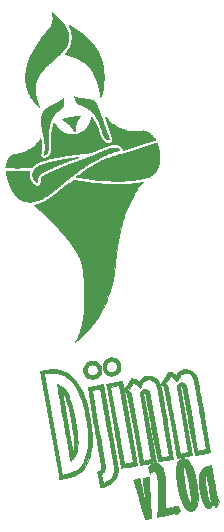
<source format=gbr>
G04 #@! TF.GenerationSoftware,KiCad,Pcbnew,(5.1.9)-1*
G04 #@! TF.CreationDate,2021-04-11T13:58:14+10:00*
G04 #@! TF.ProjectId,ExtraBoard-Base,45787472-6142-46f6-9172-642d42617365,rev?*
G04 #@! TF.SameCoordinates,Original*
G04 #@! TF.FileFunction,Legend,Top*
G04 #@! TF.FilePolarity,Positive*
%FSLAX46Y46*%
G04 Gerber Fmt 4.6, Leading zero omitted, Abs format (unit mm)*
G04 Created by KiCad (PCBNEW (5.1.9)-1) date 2021-04-11 13:58:14*
%MOMM*%
%LPD*%
G01*
G04 APERTURE LIST*
%ADD10C,0.010000*%
%ADD11C,2.800000*%
%ADD12C,6.400000*%
%ADD13C,0.800000*%
G04 APERTURE END LIST*
D10*
G36*
X147453356Y-34226904D02*
G01*
X147521812Y-34261668D01*
X147601877Y-34305136D01*
X147686036Y-34353022D01*
X147766777Y-34401039D01*
X147836587Y-34444901D01*
X147887950Y-34480320D01*
X147892626Y-34483885D01*
X147973418Y-34557275D01*
X148059136Y-34654323D01*
X148144896Y-34768485D01*
X148225811Y-34893223D01*
X148296996Y-35021996D01*
X148301743Y-35031509D01*
X148373705Y-35190907D01*
X148446698Y-35380137D01*
X148520128Y-35597318D01*
X148593399Y-35840571D01*
X148665919Y-36108019D01*
X148737092Y-36397783D01*
X148745318Y-36433117D01*
X148766478Y-36529846D01*
X148791077Y-36651318D01*
X148818412Y-36793355D01*
X148847777Y-36951779D01*
X148878472Y-37122414D01*
X148909792Y-37301083D01*
X148941033Y-37483608D01*
X148971493Y-37665812D01*
X149000467Y-37843518D01*
X149027253Y-38012548D01*
X149051147Y-38168727D01*
X149071445Y-38307875D01*
X149087444Y-38425815D01*
X149098440Y-38518372D01*
X149101210Y-38546550D01*
X149123543Y-38864022D01*
X149131180Y-39155489D01*
X149124152Y-39420584D01*
X149102498Y-39658941D01*
X149066251Y-39870195D01*
X149015446Y-40053979D01*
X148950119Y-40209928D01*
X148939388Y-40230310D01*
X148915644Y-40267368D01*
X148877526Y-40319242D01*
X148829061Y-40381173D01*
X148774281Y-40448404D01*
X148717216Y-40516179D01*
X148661897Y-40579741D01*
X148612355Y-40634331D01*
X148572618Y-40675193D01*
X148546718Y-40697570D01*
X148541231Y-40700261D01*
X148537381Y-40685101D01*
X148528304Y-40640118D01*
X148514262Y-40566763D01*
X148495513Y-40466486D01*
X148472321Y-40340736D01*
X148444946Y-40190966D01*
X148413649Y-40018622D01*
X148378691Y-39825156D01*
X148340333Y-39612018D01*
X148298837Y-39380657D01*
X148254463Y-39132524D01*
X148207472Y-38869069D01*
X148158125Y-38591742D01*
X148106685Y-38301992D01*
X148053411Y-38001269D01*
X148005196Y-37728536D01*
X148302686Y-37676080D01*
X148350938Y-37949140D01*
X148397488Y-38211977D01*
X148442045Y-38462965D01*
X148484315Y-38700476D01*
X148524006Y-38922884D01*
X148560827Y-39128560D01*
X148594485Y-39315878D01*
X148624685Y-39483210D01*
X148651139Y-39628928D01*
X148673552Y-39751407D01*
X148691631Y-39849017D01*
X148705086Y-39920133D01*
X148713623Y-39963127D01*
X148716900Y-39976446D01*
X148724757Y-39961490D01*
X148737779Y-39923154D01*
X148753505Y-39868879D01*
X148757926Y-39852343D01*
X148793975Y-39682814D01*
X148817837Y-39493861D01*
X148829573Y-39283423D01*
X148829244Y-39049442D01*
X148816910Y-38789856D01*
X148796677Y-38543828D01*
X148787309Y-38461978D01*
X148772578Y-38353529D01*
X148753173Y-38222386D01*
X148729782Y-38072454D01*
X148703090Y-37907636D01*
X148673788Y-37731839D01*
X148642560Y-37548965D01*
X148610095Y-37362921D01*
X148577081Y-37177610D01*
X148544204Y-36996936D01*
X148512153Y-36824806D01*
X148481613Y-36665122D01*
X148453273Y-36521790D01*
X148427820Y-36398714D01*
X148405942Y-36299798D01*
X148390696Y-36237728D01*
X148321221Y-35984710D01*
X148254579Y-35760794D01*
X148189884Y-35563551D01*
X148126251Y-35390552D01*
X148062797Y-35239368D01*
X147998633Y-35107570D01*
X147943432Y-35009880D01*
X147923298Y-34976028D01*
X147904764Y-34944107D01*
X147887992Y-34915374D01*
X147873146Y-34891089D01*
X147860391Y-34872507D01*
X147849887Y-34860888D01*
X147841800Y-34857489D01*
X147836291Y-34863567D01*
X147833525Y-34880382D01*
X147833665Y-34909189D01*
X147836874Y-34951247D01*
X147843315Y-35007815D01*
X147853152Y-35080148D01*
X147866549Y-35169506D01*
X147883667Y-35277146D01*
X147904672Y-35404325D01*
X147929724Y-35552302D01*
X147958990Y-35722334D01*
X147992631Y-35915680D01*
X148030810Y-36133596D01*
X148073692Y-36377341D01*
X148121439Y-36648171D01*
X148174215Y-36947347D01*
X148232182Y-37276123D01*
X148253024Y-37394427D01*
X148302686Y-37676080D01*
X148005196Y-37728536D01*
X147998565Y-37691025D01*
X147956010Y-37449877D01*
X147887642Y-37061945D01*
X147824667Y-36704200D01*
X147766905Y-36375574D01*
X147714175Y-36074997D01*
X147666293Y-35801400D01*
X147623079Y-35553715D01*
X147584350Y-35330873D01*
X147549925Y-35131804D01*
X147519621Y-34955440D01*
X147493258Y-34800710D01*
X147470653Y-34666549D01*
X147451623Y-34551883D01*
X147435987Y-34455647D01*
X147423565Y-34376770D01*
X147414173Y-34314184D01*
X147407630Y-34266820D01*
X147403753Y-34233607D01*
X147402362Y-34213478D01*
X147403273Y-34205364D01*
X147404024Y-34205131D01*
X147453356Y-34226904D01*
G37*
X147453356Y-34226904D02*
X147521812Y-34261668D01*
X147601877Y-34305136D01*
X147686036Y-34353022D01*
X147766777Y-34401039D01*
X147836587Y-34444901D01*
X147887950Y-34480320D01*
X147892626Y-34483885D01*
X147973418Y-34557275D01*
X148059136Y-34654323D01*
X148144896Y-34768485D01*
X148225811Y-34893223D01*
X148296996Y-35021996D01*
X148301743Y-35031509D01*
X148373705Y-35190907D01*
X148446698Y-35380137D01*
X148520128Y-35597318D01*
X148593399Y-35840571D01*
X148665919Y-36108019D01*
X148737092Y-36397783D01*
X148745318Y-36433117D01*
X148766478Y-36529846D01*
X148791077Y-36651318D01*
X148818412Y-36793355D01*
X148847777Y-36951779D01*
X148878472Y-37122414D01*
X148909792Y-37301083D01*
X148941033Y-37483608D01*
X148971493Y-37665812D01*
X149000467Y-37843518D01*
X149027253Y-38012548D01*
X149051147Y-38168727D01*
X149071445Y-38307875D01*
X149087444Y-38425815D01*
X149098440Y-38518372D01*
X149101210Y-38546550D01*
X149123543Y-38864022D01*
X149131180Y-39155489D01*
X149124152Y-39420584D01*
X149102498Y-39658941D01*
X149066251Y-39870195D01*
X149015446Y-40053979D01*
X148950119Y-40209928D01*
X148939388Y-40230310D01*
X148915644Y-40267368D01*
X148877526Y-40319242D01*
X148829061Y-40381173D01*
X148774281Y-40448404D01*
X148717216Y-40516179D01*
X148661897Y-40579741D01*
X148612355Y-40634331D01*
X148572618Y-40675193D01*
X148546718Y-40697570D01*
X148541231Y-40700261D01*
X148537381Y-40685101D01*
X148528304Y-40640118D01*
X148514262Y-40566763D01*
X148495513Y-40466486D01*
X148472321Y-40340736D01*
X148444946Y-40190966D01*
X148413649Y-40018622D01*
X148378691Y-39825156D01*
X148340333Y-39612018D01*
X148298837Y-39380657D01*
X148254463Y-39132524D01*
X148207472Y-38869069D01*
X148158125Y-38591742D01*
X148106685Y-38301992D01*
X148053411Y-38001269D01*
X148005196Y-37728536D01*
X148302686Y-37676080D01*
X148350938Y-37949140D01*
X148397488Y-38211977D01*
X148442045Y-38462965D01*
X148484315Y-38700476D01*
X148524006Y-38922884D01*
X148560827Y-39128560D01*
X148594485Y-39315878D01*
X148624685Y-39483210D01*
X148651139Y-39628928D01*
X148673552Y-39751407D01*
X148691631Y-39849017D01*
X148705086Y-39920133D01*
X148713623Y-39963127D01*
X148716900Y-39976446D01*
X148724757Y-39961490D01*
X148737779Y-39923154D01*
X148753505Y-39868879D01*
X148757926Y-39852343D01*
X148793975Y-39682814D01*
X148817837Y-39493861D01*
X148829573Y-39283423D01*
X148829244Y-39049442D01*
X148816910Y-38789856D01*
X148796677Y-38543828D01*
X148787309Y-38461978D01*
X148772578Y-38353529D01*
X148753173Y-38222386D01*
X148729782Y-38072454D01*
X148703090Y-37907636D01*
X148673788Y-37731839D01*
X148642560Y-37548965D01*
X148610095Y-37362921D01*
X148577081Y-37177610D01*
X148544204Y-36996936D01*
X148512153Y-36824806D01*
X148481613Y-36665122D01*
X148453273Y-36521790D01*
X148427820Y-36398714D01*
X148405942Y-36299798D01*
X148390696Y-36237728D01*
X148321221Y-35984710D01*
X148254579Y-35760794D01*
X148189884Y-35563551D01*
X148126251Y-35390552D01*
X148062797Y-35239368D01*
X147998633Y-35107570D01*
X147943432Y-35009880D01*
X147923298Y-34976028D01*
X147904764Y-34944107D01*
X147887992Y-34915374D01*
X147873146Y-34891089D01*
X147860391Y-34872507D01*
X147849887Y-34860888D01*
X147841800Y-34857489D01*
X147836291Y-34863567D01*
X147833525Y-34880382D01*
X147833665Y-34909189D01*
X147836874Y-34951247D01*
X147843315Y-35007815D01*
X147853152Y-35080148D01*
X147866549Y-35169506D01*
X147883667Y-35277146D01*
X147904672Y-35404325D01*
X147929724Y-35552302D01*
X147958990Y-35722334D01*
X147992631Y-35915680D01*
X148030810Y-36133596D01*
X148073692Y-36377341D01*
X148121439Y-36648171D01*
X148174215Y-36947347D01*
X148232182Y-37276123D01*
X148253024Y-37394427D01*
X148302686Y-37676080D01*
X148005196Y-37728536D01*
X147998565Y-37691025D01*
X147956010Y-37449877D01*
X147887642Y-37061945D01*
X147824667Y-36704200D01*
X147766905Y-36375574D01*
X147714175Y-36074997D01*
X147666293Y-35801400D01*
X147623079Y-35553715D01*
X147584350Y-35330873D01*
X147549925Y-35131804D01*
X147519621Y-34955440D01*
X147493258Y-34800710D01*
X147470653Y-34666549D01*
X147451623Y-34551883D01*
X147435987Y-34455647D01*
X147423565Y-34376770D01*
X147414173Y-34314184D01*
X147407630Y-34266820D01*
X147403753Y-34233607D01*
X147402362Y-34213478D01*
X147403273Y-34205364D01*
X147404024Y-34205131D01*
X147453356Y-34226904D01*
G36*
X150340272Y-32232464D02*
G01*
X150488202Y-32241299D01*
X150633462Y-32281122D01*
X150773977Y-32351747D01*
X150813411Y-32377871D01*
X150928507Y-32476369D01*
X151018395Y-32590598D01*
X151082949Y-32716823D01*
X151122044Y-32851309D01*
X151135554Y-32990322D01*
X151123352Y-33130126D01*
X151085315Y-33266987D01*
X151021315Y-33397168D01*
X150931227Y-33516935D01*
X150854235Y-33591174D01*
X150754732Y-33657914D01*
X150635352Y-33709775D01*
X150505597Y-33743908D01*
X150374974Y-33757463D01*
X150307104Y-33755197D01*
X150155882Y-33726318D01*
X150015852Y-33668490D01*
X149889964Y-33583422D01*
X149781166Y-33472827D01*
X149750241Y-33432040D01*
X149710858Y-33374226D01*
X149683947Y-33326056D01*
X149664490Y-33275822D01*
X149647464Y-33211820D01*
X149638284Y-33170950D01*
X149636521Y-33159211D01*
X149931992Y-33107111D01*
X149963906Y-33201716D01*
X150009628Y-33279976D01*
X150016360Y-33288240D01*
X150089590Y-33357024D01*
X150176574Y-33411655D01*
X150266295Y-33445720D01*
X150297195Y-33451722D01*
X150378822Y-33453287D01*
X150469869Y-33439936D01*
X150557980Y-33414597D01*
X150630791Y-33380197D01*
X150647567Y-33368728D01*
X150708586Y-33309022D01*
X150763853Y-33230904D01*
X150806711Y-33145720D01*
X150830508Y-33064817D01*
X150831955Y-33054334D01*
X150835341Y-32955975D01*
X150818889Y-32867403D01*
X150781903Y-32777697D01*
X150730554Y-32704305D01*
X150656862Y-32636899D01*
X150570227Y-32582128D01*
X150480051Y-32546639D01*
X150444739Y-32539278D01*
X150346639Y-32536905D01*
X150245462Y-32555036D01*
X150153636Y-32590740D01*
X150109570Y-32618338D01*
X150051294Y-32674916D01*
X149995840Y-32750406D01*
X149950708Y-32832859D01*
X149923394Y-32910326D01*
X149921933Y-32917337D01*
X149916973Y-33008278D01*
X149931992Y-33107111D01*
X149636521Y-33159211D01*
X149616343Y-33024792D01*
X149619223Y-32893019D01*
X149648167Y-32768754D01*
X149704418Y-32645118D01*
X149745492Y-32577851D01*
X149839369Y-32458146D01*
X149946351Y-32365585D01*
X150044701Y-32308513D01*
X150191747Y-32254807D01*
X150340272Y-32232464D01*
G37*
X150340272Y-32232464D02*
X150488202Y-32241299D01*
X150633462Y-32281122D01*
X150773977Y-32351747D01*
X150813411Y-32377871D01*
X150928507Y-32476369D01*
X151018395Y-32590598D01*
X151082949Y-32716823D01*
X151122044Y-32851309D01*
X151135554Y-32990322D01*
X151123352Y-33130126D01*
X151085315Y-33266987D01*
X151021315Y-33397168D01*
X150931227Y-33516935D01*
X150854235Y-33591174D01*
X150754732Y-33657914D01*
X150635352Y-33709775D01*
X150505597Y-33743908D01*
X150374974Y-33757463D01*
X150307104Y-33755197D01*
X150155882Y-33726318D01*
X150015852Y-33668490D01*
X149889964Y-33583422D01*
X149781166Y-33472827D01*
X149750241Y-33432040D01*
X149710858Y-33374226D01*
X149683947Y-33326056D01*
X149664490Y-33275822D01*
X149647464Y-33211820D01*
X149638284Y-33170950D01*
X149636521Y-33159211D01*
X149931992Y-33107111D01*
X149963906Y-33201716D01*
X150009628Y-33279976D01*
X150016360Y-33288240D01*
X150089590Y-33357024D01*
X150176574Y-33411655D01*
X150266295Y-33445720D01*
X150297195Y-33451722D01*
X150378822Y-33453287D01*
X150469869Y-33439936D01*
X150557980Y-33414597D01*
X150630791Y-33380197D01*
X150647567Y-33368728D01*
X150708586Y-33309022D01*
X150763853Y-33230904D01*
X150806711Y-33145720D01*
X150830508Y-33064817D01*
X150831955Y-33054334D01*
X150835341Y-32955975D01*
X150818889Y-32867403D01*
X150781903Y-32777697D01*
X150730554Y-32704305D01*
X150656862Y-32636899D01*
X150570227Y-32582128D01*
X150480051Y-32546639D01*
X150444739Y-32539278D01*
X150346639Y-32536905D01*
X150245462Y-32555036D01*
X150153636Y-32590740D01*
X150109570Y-32618338D01*
X150051294Y-32674916D01*
X149995840Y-32750406D01*
X149950708Y-32832859D01*
X149923394Y-32910326D01*
X149921933Y-32917337D01*
X149916973Y-33008278D01*
X149931992Y-33107111D01*
X149636521Y-33159211D01*
X149616343Y-33024792D01*
X149619223Y-32893019D01*
X149648167Y-32768754D01*
X149704418Y-32645118D01*
X149745492Y-32577851D01*
X149839369Y-32458146D01*
X149946351Y-32365585D01*
X150044701Y-32308513D01*
X150191747Y-32254807D01*
X150340272Y-32232464D01*
G36*
X152034637Y-31943218D02*
G01*
X152173704Y-31962668D01*
X152310199Y-32010565D01*
X152438419Y-32083761D01*
X152552659Y-32179108D01*
X152633419Y-32273703D01*
X152671304Y-32328415D01*
X152697450Y-32374510D01*
X152716589Y-32423064D01*
X152733452Y-32485155D01*
X152744518Y-32533846D01*
X152766945Y-32673398D01*
X152767927Y-32796815D01*
X152747005Y-32911793D01*
X152716726Y-32996964D01*
X152641398Y-33136943D01*
X152545000Y-33255777D01*
X152430543Y-33351552D01*
X152301031Y-33422349D01*
X152159474Y-33466250D01*
X152008879Y-33481338D01*
X151959319Y-33479771D01*
X151813553Y-33455117D01*
X151675051Y-33402041D01*
X151548320Y-33323745D01*
X151437865Y-33223437D01*
X151348190Y-33104324D01*
X151299741Y-33010415D01*
X151271648Y-32921217D01*
X151253763Y-32817750D01*
X151550021Y-32765512D01*
X151576908Y-32882651D01*
X151630822Y-32983238D01*
X151712170Y-33068023D01*
X151714768Y-33070113D01*
X151813231Y-33135623D01*
X151910645Y-33171544D01*
X152013052Y-33179245D01*
X152120386Y-33161681D01*
X152180044Y-33142893D01*
X152235154Y-33119876D01*
X152258867Y-33106928D01*
X152316617Y-33057647D01*
X152373506Y-32988486D01*
X152421705Y-32910541D01*
X152453379Y-32834903D01*
X152455026Y-32829055D01*
X152466247Y-32744224D01*
X152461108Y-32647741D01*
X152441322Y-32554053D01*
X152414581Y-32487984D01*
X152361965Y-32415900D01*
X152288745Y-32348268D01*
X152205746Y-32294043D01*
X152151033Y-32270004D01*
X152098267Y-32254037D01*
X152052958Y-32247449D01*
X152002372Y-32249667D01*
X151933777Y-32260116D01*
X151933319Y-32260197D01*
X151837814Y-32282833D01*
X151763872Y-32316384D01*
X151701653Y-32367101D01*
X151641315Y-32441230D01*
X151635715Y-32449159D01*
X151580166Y-32545121D01*
X151551761Y-32639481D01*
X151547914Y-32741787D01*
X151550021Y-32765512D01*
X151253763Y-32817750D01*
X151253247Y-32814763D01*
X151245920Y-32704437D01*
X151251045Y-32603626D01*
X151255151Y-32577584D01*
X151295262Y-32444307D01*
X151361852Y-32314979D01*
X151449827Y-32196885D01*
X151554092Y-32097308D01*
X151626156Y-32047177D01*
X151717816Y-32003669D01*
X151826937Y-31969562D01*
X151939780Y-31948351D01*
X152034637Y-31943218D01*
G37*
X152034637Y-31943218D02*
X152173704Y-31962668D01*
X152310199Y-32010565D01*
X152438419Y-32083761D01*
X152552659Y-32179108D01*
X152633419Y-32273703D01*
X152671304Y-32328415D01*
X152697450Y-32374510D01*
X152716589Y-32423064D01*
X152733452Y-32485155D01*
X152744518Y-32533846D01*
X152766945Y-32673398D01*
X152767927Y-32796815D01*
X152747005Y-32911793D01*
X152716726Y-32996964D01*
X152641398Y-33136943D01*
X152545000Y-33255777D01*
X152430543Y-33351552D01*
X152301031Y-33422349D01*
X152159474Y-33466250D01*
X152008879Y-33481338D01*
X151959319Y-33479771D01*
X151813553Y-33455117D01*
X151675051Y-33402041D01*
X151548320Y-33323745D01*
X151437865Y-33223437D01*
X151348190Y-33104324D01*
X151299741Y-33010415D01*
X151271648Y-32921217D01*
X151253763Y-32817750D01*
X151550021Y-32765512D01*
X151576908Y-32882651D01*
X151630822Y-32983238D01*
X151712170Y-33068023D01*
X151714768Y-33070113D01*
X151813231Y-33135623D01*
X151910645Y-33171544D01*
X152013052Y-33179245D01*
X152120386Y-33161681D01*
X152180044Y-33142893D01*
X152235154Y-33119876D01*
X152258867Y-33106928D01*
X152316617Y-33057647D01*
X152373506Y-32988486D01*
X152421705Y-32910541D01*
X152453379Y-32834903D01*
X152455026Y-32829055D01*
X152466247Y-32744224D01*
X152461108Y-32647741D01*
X152441322Y-32554053D01*
X152414581Y-32487984D01*
X152361965Y-32415900D01*
X152288745Y-32348268D01*
X152205746Y-32294043D01*
X152151033Y-32270004D01*
X152098267Y-32254037D01*
X152052958Y-32247449D01*
X152002372Y-32249667D01*
X151933777Y-32260116D01*
X151933319Y-32260197D01*
X151837814Y-32282833D01*
X151763872Y-32316384D01*
X151701653Y-32367101D01*
X151641315Y-32441230D01*
X151635715Y-32449159D01*
X151580166Y-32545121D01*
X151551761Y-32639481D01*
X151547914Y-32741787D01*
X151550021Y-32765512D01*
X151253763Y-32817750D01*
X151253247Y-32814763D01*
X151245920Y-32704437D01*
X151251045Y-32603626D01*
X151255151Y-32577584D01*
X151295262Y-32444307D01*
X151361852Y-32314979D01*
X151449827Y-32196885D01*
X151554092Y-32097308D01*
X151626156Y-32047177D01*
X151717816Y-32003669D01*
X151826937Y-31969562D01*
X151939780Y-31948351D01*
X152034637Y-31943218D01*
G36*
X156844052Y-33168962D02*
G01*
X156892621Y-33175084D01*
X157039138Y-33206530D01*
X157175090Y-33260016D01*
X157310084Y-33339427D01*
X157325244Y-33349883D01*
X157464890Y-33447485D01*
X157562437Y-33314234D01*
X157676095Y-33183217D01*
X157804319Y-33079219D01*
X157944780Y-33003081D01*
X158095142Y-32955645D01*
X158253075Y-32937750D01*
X158416246Y-32950240D01*
X158512316Y-32971723D01*
X158636234Y-33019010D01*
X158762434Y-33090214D01*
X158882528Y-33179352D01*
X158988125Y-33280437D01*
X159048071Y-33353914D01*
X159137246Y-33494800D01*
X159211798Y-33651792D01*
X159274894Y-33831713D01*
X159283539Y-33861004D01*
X159292371Y-33897959D01*
X159306510Y-33965960D01*
X159325911Y-34064755D01*
X159350529Y-34194095D01*
X159380317Y-34353729D01*
X159415229Y-34543406D01*
X159455221Y-34762876D01*
X159500247Y-35011891D01*
X159550262Y-35290197D01*
X159605220Y-35597546D01*
X159665076Y-35933687D01*
X159729783Y-36298369D01*
X159799297Y-36691342D01*
X159851827Y-36988982D01*
X160377110Y-39968009D01*
X159708044Y-40081780D01*
X159038980Y-40195552D01*
X158517512Y-37283869D01*
X158454082Y-36929732D01*
X158395991Y-36605520D01*
X158342987Y-36309902D01*
X158294818Y-36041551D01*
X158251230Y-35799139D01*
X158211973Y-35581333D01*
X158176794Y-35386808D01*
X158145440Y-35214233D01*
X158117660Y-35062277D01*
X158093201Y-34929615D01*
X158071811Y-34814915D01*
X158053238Y-34716848D01*
X158037230Y-34634087D01*
X158023533Y-34565301D01*
X158011898Y-34509160D01*
X158002069Y-34464338D01*
X157993797Y-34429503D01*
X157986828Y-34403328D01*
X157980911Y-34384482D01*
X157975792Y-34371638D01*
X157971220Y-34363465D01*
X157966943Y-34358634D01*
X157962709Y-34355817D01*
X157961784Y-34355349D01*
X157927613Y-34342427D01*
X157903163Y-34348330D01*
X157877289Y-34377030D01*
X157869203Y-34388360D01*
X157837596Y-34433500D01*
X158860570Y-40235071D01*
X157532245Y-40469290D01*
X157004984Y-37503509D01*
X156477723Y-34537729D01*
X156422162Y-34451175D01*
X156383471Y-34398042D01*
X156340339Y-34357186D01*
X156281822Y-34318934D01*
X156256691Y-34304919D01*
X156146782Y-34245216D01*
X156171131Y-34204912D01*
X156566637Y-34135174D01*
X156625850Y-34213393D01*
X156641610Y-34233569D01*
X156655884Y-34251164D01*
X156668965Y-34267566D01*
X156681144Y-34284154D01*
X156692711Y-34302315D01*
X156703959Y-34323433D01*
X156715177Y-34348890D01*
X156726658Y-34380071D01*
X156738693Y-34418360D01*
X156751573Y-34465140D01*
X156765590Y-34521797D01*
X156781034Y-34589712D01*
X156798197Y-34670271D01*
X156817370Y-34764857D01*
X156838844Y-34874854D01*
X156862911Y-35001647D01*
X156889863Y-35146618D01*
X156919989Y-35311153D01*
X156953581Y-35496634D01*
X156990932Y-35704445D01*
X157032331Y-35935972D01*
X157078070Y-36192597D01*
X157128442Y-36475705D01*
X157183735Y-36786679D01*
X157244243Y-37126903D01*
X157272738Y-37287038D01*
X157776936Y-40119866D01*
X158511150Y-39990405D01*
X157526577Y-34406612D01*
X157568139Y-34311361D01*
X157629359Y-34206030D01*
X157710486Y-34121578D01*
X157786413Y-34072417D01*
X157872470Y-34046049D01*
X157966312Y-34045959D01*
X158060912Y-34070342D01*
X158149245Y-34117390D01*
X158223877Y-34184825D01*
X158281126Y-34251980D01*
X158782386Y-37049056D01*
X159283646Y-39846132D01*
X160028520Y-39723436D01*
X159508717Y-36804408D01*
X159444243Y-36442165D01*
X159385118Y-36109801D01*
X159331052Y-35805950D01*
X159281750Y-35529245D01*
X159236920Y-35278324D01*
X159196270Y-35051817D01*
X159159506Y-34848363D01*
X159126336Y-34666591D01*
X159096467Y-34505139D01*
X159069607Y-34362640D01*
X159045460Y-34237730D01*
X159023738Y-34129040D01*
X159004145Y-34035207D01*
X158986389Y-33954865D01*
X158970177Y-33886647D01*
X158955217Y-33829189D01*
X158941216Y-33781124D01*
X158927880Y-33741086D01*
X158914917Y-33707711D01*
X158902036Y-33679632D01*
X158888942Y-33655484D01*
X158875342Y-33633901D01*
X158860945Y-33613517D01*
X158845456Y-33592967D01*
X158828585Y-33570885D01*
X158810203Y-33546134D01*
X158728330Y-33450513D01*
X158632044Y-33366102D01*
X158530558Y-33300351D01*
X158473794Y-33274031D01*
X158361301Y-33246331D01*
X158238694Y-33244382D01*
X158113354Y-33267436D01*
X157992662Y-33314750D01*
X157974479Y-33324409D01*
X157913472Y-33370621D01*
X157843835Y-33446297D01*
X157766250Y-33550544D01*
X157681396Y-33682473D01*
X157616356Y-33793792D01*
X157511351Y-33979867D01*
X157449842Y-33904478D01*
X157380144Y-33819804D01*
X157325309Y-33755331D01*
X157280749Y-33706162D01*
X157241880Y-33667397D01*
X157204117Y-33634142D01*
X157174631Y-33610542D01*
X157118592Y-33571429D01*
X157060525Y-33537756D01*
X157020809Y-33519879D01*
X156953368Y-33496275D01*
X156760003Y-33815724D01*
X156566637Y-34135174D01*
X156171131Y-34204912D01*
X156453263Y-33737933D01*
X156523463Y-33621809D01*
X156589191Y-33513219D01*
X156648473Y-33415414D01*
X156699334Y-33331645D01*
X156739803Y-33265160D01*
X156767904Y-33219212D01*
X156781664Y-33197051D01*
X156781916Y-33196664D01*
X156796439Y-33177602D01*
X156813935Y-33168995D01*
X156844052Y-33168962D01*
G37*
X156844052Y-33168962D02*
X156892621Y-33175084D01*
X157039138Y-33206530D01*
X157175090Y-33260016D01*
X157310084Y-33339427D01*
X157325244Y-33349883D01*
X157464890Y-33447485D01*
X157562437Y-33314234D01*
X157676095Y-33183217D01*
X157804319Y-33079219D01*
X157944780Y-33003081D01*
X158095142Y-32955645D01*
X158253075Y-32937750D01*
X158416246Y-32950240D01*
X158512316Y-32971723D01*
X158636234Y-33019010D01*
X158762434Y-33090214D01*
X158882528Y-33179352D01*
X158988125Y-33280437D01*
X159048071Y-33353914D01*
X159137246Y-33494800D01*
X159211798Y-33651792D01*
X159274894Y-33831713D01*
X159283539Y-33861004D01*
X159292371Y-33897959D01*
X159306510Y-33965960D01*
X159325911Y-34064755D01*
X159350529Y-34194095D01*
X159380317Y-34353729D01*
X159415229Y-34543406D01*
X159455221Y-34762876D01*
X159500247Y-35011891D01*
X159550262Y-35290197D01*
X159605220Y-35597546D01*
X159665076Y-35933687D01*
X159729783Y-36298369D01*
X159799297Y-36691342D01*
X159851827Y-36988982D01*
X160377110Y-39968009D01*
X159708044Y-40081780D01*
X159038980Y-40195552D01*
X158517512Y-37283869D01*
X158454082Y-36929732D01*
X158395991Y-36605520D01*
X158342987Y-36309902D01*
X158294818Y-36041551D01*
X158251230Y-35799139D01*
X158211973Y-35581333D01*
X158176794Y-35386808D01*
X158145440Y-35214233D01*
X158117660Y-35062277D01*
X158093201Y-34929615D01*
X158071811Y-34814915D01*
X158053238Y-34716848D01*
X158037230Y-34634087D01*
X158023533Y-34565301D01*
X158011898Y-34509160D01*
X158002069Y-34464338D01*
X157993797Y-34429503D01*
X157986828Y-34403328D01*
X157980911Y-34384482D01*
X157975792Y-34371638D01*
X157971220Y-34363465D01*
X157966943Y-34358634D01*
X157962709Y-34355817D01*
X157961784Y-34355349D01*
X157927613Y-34342427D01*
X157903163Y-34348330D01*
X157877289Y-34377030D01*
X157869203Y-34388360D01*
X157837596Y-34433500D01*
X158860570Y-40235071D01*
X157532245Y-40469290D01*
X157004984Y-37503509D01*
X156477723Y-34537729D01*
X156422162Y-34451175D01*
X156383471Y-34398042D01*
X156340339Y-34357186D01*
X156281822Y-34318934D01*
X156256691Y-34304919D01*
X156146782Y-34245216D01*
X156171131Y-34204912D01*
X156566637Y-34135174D01*
X156625850Y-34213393D01*
X156641610Y-34233569D01*
X156655884Y-34251164D01*
X156668965Y-34267566D01*
X156681144Y-34284154D01*
X156692711Y-34302315D01*
X156703959Y-34323433D01*
X156715177Y-34348890D01*
X156726658Y-34380071D01*
X156738693Y-34418360D01*
X156751573Y-34465140D01*
X156765590Y-34521797D01*
X156781034Y-34589712D01*
X156798197Y-34670271D01*
X156817370Y-34764857D01*
X156838844Y-34874854D01*
X156862911Y-35001647D01*
X156889863Y-35146618D01*
X156919989Y-35311153D01*
X156953581Y-35496634D01*
X156990932Y-35704445D01*
X157032331Y-35935972D01*
X157078070Y-36192597D01*
X157128442Y-36475705D01*
X157183735Y-36786679D01*
X157244243Y-37126903D01*
X157272738Y-37287038D01*
X157776936Y-40119866D01*
X158511150Y-39990405D01*
X157526577Y-34406612D01*
X157568139Y-34311361D01*
X157629359Y-34206030D01*
X157710486Y-34121578D01*
X157786413Y-34072417D01*
X157872470Y-34046049D01*
X157966312Y-34045959D01*
X158060912Y-34070342D01*
X158149245Y-34117390D01*
X158223877Y-34184825D01*
X158281126Y-34251980D01*
X158782386Y-37049056D01*
X159283646Y-39846132D01*
X160028520Y-39723436D01*
X159508717Y-36804408D01*
X159444243Y-36442165D01*
X159385118Y-36109801D01*
X159331052Y-35805950D01*
X159281750Y-35529245D01*
X159236920Y-35278324D01*
X159196270Y-35051817D01*
X159159506Y-34848363D01*
X159126336Y-34666591D01*
X159096467Y-34505139D01*
X159069607Y-34362640D01*
X159045460Y-34237730D01*
X159023738Y-34129040D01*
X159004145Y-34035207D01*
X158986389Y-33954865D01*
X158970177Y-33886647D01*
X158955217Y-33829189D01*
X158941216Y-33781124D01*
X158927880Y-33741086D01*
X158914917Y-33707711D01*
X158902036Y-33679632D01*
X158888942Y-33655484D01*
X158875342Y-33633901D01*
X158860945Y-33613517D01*
X158845456Y-33592967D01*
X158828585Y-33570885D01*
X158810203Y-33546134D01*
X158728330Y-33450513D01*
X158632044Y-33366102D01*
X158530558Y-33300351D01*
X158473794Y-33274031D01*
X158361301Y-33246331D01*
X158238694Y-33244382D01*
X158113354Y-33267436D01*
X157992662Y-33314750D01*
X157974479Y-33324409D01*
X157913472Y-33370621D01*
X157843835Y-33446297D01*
X157766250Y-33550544D01*
X157681396Y-33682473D01*
X157616356Y-33793792D01*
X157511351Y-33979867D01*
X157449842Y-33904478D01*
X157380144Y-33819804D01*
X157325309Y-33755331D01*
X157280749Y-33706162D01*
X157241880Y-33667397D01*
X157204117Y-33634142D01*
X157174631Y-33610542D01*
X157118592Y-33571429D01*
X157060525Y-33537756D01*
X157020809Y-33519879D01*
X156953368Y-33496275D01*
X156760003Y-33815724D01*
X156566637Y-34135174D01*
X156171131Y-34204912D01*
X156453263Y-33737933D01*
X156523463Y-33621809D01*
X156589191Y-33513219D01*
X156648473Y-33415414D01*
X156699334Y-33331645D01*
X156739803Y-33265160D01*
X156767904Y-33219212D01*
X156781664Y-33197051D01*
X156781916Y-33196664D01*
X156796439Y-33177602D01*
X156813935Y-33168995D01*
X156844052Y-33168962D01*
G36*
X153786438Y-33730100D02*
G01*
X153898005Y-33756285D01*
X154017867Y-33800622D01*
X154133392Y-33857548D01*
X154231948Y-33921494D01*
X154246085Y-33932645D01*
X154333740Y-34004122D01*
X154433291Y-33868633D01*
X154547613Y-33735412D01*
X154673625Y-33631511D01*
X154812275Y-33556374D01*
X154964506Y-33509444D01*
X155070446Y-33493868D01*
X155228017Y-33493270D01*
X155378927Y-33521366D01*
X155526096Y-33579065D01*
X155672446Y-33667277D01*
X155705985Y-33691742D01*
X155828922Y-33799524D01*
X155934526Y-33925888D01*
X156024670Y-34073831D01*
X156101226Y-34246350D01*
X156156389Y-34412405D01*
X156165352Y-34449424D01*
X156179440Y-34516573D01*
X156198669Y-34613943D01*
X156223055Y-34741628D01*
X156252615Y-34899719D01*
X156287367Y-35088311D01*
X156327327Y-35307494D01*
X156372512Y-35557360D01*
X156422938Y-35838006D01*
X156478623Y-36149520D01*
X156539584Y-36491997D01*
X156605836Y-36865528D01*
X156677398Y-37270207D01*
X156725062Y-37540315D01*
X157250345Y-40519342D01*
X156581280Y-40633113D01*
X155912215Y-40746885D01*
X155390748Y-37835202D01*
X155327318Y-37481065D01*
X155269226Y-37156853D01*
X155216222Y-36861235D01*
X155168053Y-36592884D01*
X155124465Y-36350471D01*
X155085208Y-36132666D01*
X155050029Y-35938141D01*
X155018675Y-35765566D01*
X154990895Y-35613610D01*
X154966436Y-35480948D01*
X154945047Y-35366248D01*
X154926474Y-35268181D01*
X154910465Y-35185419D01*
X154896768Y-35116634D01*
X154885133Y-35060493D01*
X154875304Y-35015671D01*
X154867033Y-34980836D01*
X154860063Y-34954661D01*
X154854146Y-34935815D01*
X154849027Y-34922971D01*
X154844455Y-34914798D01*
X154840178Y-34909967D01*
X154835944Y-34907150D01*
X154835020Y-34906682D01*
X154800849Y-34893760D01*
X154776398Y-34899663D01*
X154750525Y-34928363D01*
X154742438Y-34939693D01*
X154710832Y-34984833D01*
X155733805Y-40786404D01*
X154405481Y-41020623D01*
X153878220Y-38054842D01*
X153350958Y-35089062D01*
X153299016Y-35005920D01*
X153234983Y-34926536D01*
X153162750Y-34873063D01*
X153078427Y-34823347D01*
X154170345Y-41062084D01*
X153508552Y-41178776D01*
X153367596Y-41203383D01*
X153236325Y-41225827D01*
X153118033Y-41245577D01*
X153016015Y-41262107D01*
X152933563Y-41274887D01*
X152873972Y-41283388D01*
X152840537Y-41287083D01*
X152834498Y-41286882D01*
X152830637Y-41270669D01*
X152821533Y-41224580D01*
X152807436Y-41150008D01*
X152788597Y-41048348D01*
X152765266Y-40920995D01*
X152737691Y-40769342D01*
X152706125Y-40594786D01*
X152670816Y-40398719D01*
X152632016Y-40182537D01*
X152589972Y-39947633D01*
X152544938Y-39695403D01*
X152497161Y-39427241D01*
X152446892Y-39144540D01*
X152394383Y-38848697D01*
X152339881Y-38541105D01*
X152283638Y-38223159D01*
X152225904Y-37896252D01*
X152196935Y-37732026D01*
X151624008Y-34482796D01*
X151921051Y-34430420D01*
X152493978Y-37679649D01*
X152549836Y-37996151D01*
X152604325Y-38304325D01*
X152657183Y-38602714D01*
X152708146Y-38889861D01*
X152756956Y-39164308D01*
X152803349Y-39424598D01*
X152847062Y-39669273D01*
X152887836Y-39896878D01*
X152925407Y-40105953D01*
X152959515Y-40295043D01*
X152989897Y-40462689D01*
X153016292Y-40607436D01*
X153038437Y-40727823D01*
X153056071Y-40822397D01*
X153068934Y-40889698D01*
X153076761Y-40928270D01*
X153079164Y-40937463D01*
X153097642Y-40937250D01*
X153142831Y-40931992D01*
X153210208Y-40922358D01*
X153295251Y-40909016D01*
X153393442Y-40892635D01*
X153456214Y-40881726D01*
X153821003Y-40817404D01*
X152761725Y-34809936D01*
X153436904Y-34690884D01*
X153483562Y-34745209D01*
X153515462Y-34787699D01*
X153553162Y-34845568D01*
X153586354Y-34902476D01*
X153642488Y-35005418D01*
X154146369Y-37838302D01*
X154650251Y-40671185D01*
X155384386Y-40541738D01*
X154399812Y-34957945D01*
X154440888Y-34863813D01*
X154502038Y-34756438D01*
X154580387Y-34673347D01*
X154656843Y-34624652D01*
X154747529Y-34597854D01*
X154844095Y-34598224D01*
X154939647Y-34623865D01*
X155027289Y-34672879D01*
X155100126Y-34743369D01*
X155103348Y-34747544D01*
X155156970Y-34818106D01*
X155656926Y-37607786D01*
X156156881Y-40397465D01*
X156528923Y-40336186D01*
X156900966Y-40274906D01*
X156400966Y-37441047D01*
X156337519Y-37081642D01*
X156279282Y-36752185D01*
X156226010Y-36451346D01*
X156177458Y-36177796D01*
X156133381Y-35930204D01*
X156093535Y-35707240D01*
X156057674Y-35507576D01*
X156025554Y-35329881D01*
X155996930Y-35172825D01*
X155971557Y-35035078D01*
X155949191Y-34915310D01*
X155929585Y-34812192D01*
X155912497Y-34724393D01*
X155897681Y-34650585D01*
X155884891Y-34589437D01*
X155873884Y-34539618D01*
X155864415Y-34499800D01*
X155856238Y-34468652D01*
X155849788Y-34446953D01*
X155796186Y-34298706D01*
X155737075Y-34176416D01*
X155668690Y-34074333D01*
X155587264Y-33986712D01*
X155503018Y-33917870D01*
X155380497Y-33845450D01*
X155254245Y-33803827D01*
X155126072Y-33793224D01*
X154997788Y-33813865D01*
X154913871Y-33844744D01*
X154856130Y-33873849D01*
X154804016Y-33905101D01*
X154775027Y-33926611D01*
X154737337Y-33967363D01*
X154688490Y-34030976D01*
X154632051Y-34112184D01*
X154571593Y-34205721D01*
X154510682Y-34306321D01*
X154472797Y-34372541D01*
X154384736Y-34530274D01*
X154339902Y-34476574D01*
X154262282Y-34384325D01*
X154200495Y-34312889D01*
X154150642Y-34258205D01*
X154108826Y-34216212D01*
X154071147Y-34182849D01*
X154033707Y-34154054D01*
X154022953Y-34146410D01*
X153967915Y-34110615D01*
X153915247Y-34080987D01*
X153877453Y-34064356D01*
X153826162Y-34048337D01*
X153631532Y-34369610D01*
X153436904Y-34690884D01*
X152761725Y-34809936D01*
X152671474Y-34298100D01*
X151921051Y-34430420D01*
X151624008Y-34482796D01*
X151571631Y-34185754D01*
X152915603Y-33948775D01*
X152988767Y-34339282D01*
X153061930Y-34729789D01*
X153336542Y-34275940D01*
X153403638Y-34164992D01*
X153466716Y-34060571D01*
X153523568Y-33966345D01*
X153571984Y-33885979D01*
X153609755Y-33823138D01*
X153634672Y-33781489D01*
X153642756Y-33767814D01*
X153674359Y-33713537D01*
X153786438Y-33730100D01*
G37*
X153786438Y-33730100D02*
X153898005Y-33756285D01*
X154017867Y-33800622D01*
X154133392Y-33857548D01*
X154231948Y-33921494D01*
X154246085Y-33932645D01*
X154333740Y-34004122D01*
X154433291Y-33868633D01*
X154547613Y-33735412D01*
X154673625Y-33631511D01*
X154812275Y-33556374D01*
X154964506Y-33509444D01*
X155070446Y-33493868D01*
X155228017Y-33493270D01*
X155378927Y-33521366D01*
X155526096Y-33579065D01*
X155672446Y-33667277D01*
X155705985Y-33691742D01*
X155828922Y-33799524D01*
X155934526Y-33925888D01*
X156024670Y-34073831D01*
X156101226Y-34246350D01*
X156156389Y-34412405D01*
X156165352Y-34449424D01*
X156179440Y-34516573D01*
X156198669Y-34613943D01*
X156223055Y-34741628D01*
X156252615Y-34899719D01*
X156287367Y-35088311D01*
X156327327Y-35307494D01*
X156372512Y-35557360D01*
X156422938Y-35838006D01*
X156478623Y-36149520D01*
X156539584Y-36491997D01*
X156605836Y-36865528D01*
X156677398Y-37270207D01*
X156725062Y-37540315D01*
X157250345Y-40519342D01*
X156581280Y-40633113D01*
X155912215Y-40746885D01*
X155390748Y-37835202D01*
X155327318Y-37481065D01*
X155269226Y-37156853D01*
X155216222Y-36861235D01*
X155168053Y-36592884D01*
X155124465Y-36350471D01*
X155085208Y-36132666D01*
X155050029Y-35938141D01*
X155018675Y-35765566D01*
X154990895Y-35613610D01*
X154966436Y-35480948D01*
X154945047Y-35366248D01*
X154926474Y-35268181D01*
X154910465Y-35185419D01*
X154896768Y-35116634D01*
X154885133Y-35060493D01*
X154875304Y-35015671D01*
X154867033Y-34980836D01*
X154860063Y-34954661D01*
X154854146Y-34935815D01*
X154849027Y-34922971D01*
X154844455Y-34914798D01*
X154840178Y-34909967D01*
X154835944Y-34907150D01*
X154835020Y-34906682D01*
X154800849Y-34893760D01*
X154776398Y-34899663D01*
X154750525Y-34928363D01*
X154742438Y-34939693D01*
X154710832Y-34984833D01*
X155733805Y-40786404D01*
X154405481Y-41020623D01*
X153878220Y-38054842D01*
X153350958Y-35089062D01*
X153299016Y-35005920D01*
X153234983Y-34926536D01*
X153162750Y-34873063D01*
X153078427Y-34823347D01*
X154170345Y-41062084D01*
X153508552Y-41178776D01*
X153367596Y-41203383D01*
X153236325Y-41225827D01*
X153118033Y-41245577D01*
X153016015Y-41262107D01*
X152933563Y-41274887D01*
X152873972Y-41283388D01*
X152840537Y-41287083D01*
X152834498Y-41286882D01*
X152830637Y-41270669D01*
X152821533Y-41224580D01*
X152807436Y-41150008D01*
X152788597Y-41048348D01*
X152765266Y-40920995D01*
X152737691Y-40769342D01*
X152706125Y-40594786D01*
X152670816Y-40398719D01*
X152632016Y-40182537D01*
X152589972Y-39947633D01*
X152544938Y-39695403D01*
X152497161Y-39427241D01*
X152446892Y-39144540D01*
X152394383Y-38848697D01*
X152339881Y-38541105D01*
X152283638Y-38223159D01*
X152225904Y-37896252D01*
X152196935Y-37732026D01*
X151624008Y-34482796D01*
X151921051Y-34430420D01*
X152493978Y-37679649D01*
X152549836Y-37996151D01*
X152604325Y-38304325D01*
X152657183Y-38602714D01*
X152708146Y-38889861D01*
X152756956Y-39164308D01*
X152803349Y-39424598D01*
X152847062Y-39669273D01*
X152887836Y-39896878D01*
X152925407Y-40105953D01*
X152959515Y-40295043D01*
X152989897Y-40462689D01*
X153016292Y-40607436D01*
X153038437Y-40727823D01*
X153056071Y-40822397D01*
X153068934Y-40889698D01*
X153076761Y-40928270D01*
X153079164Y-40937463D01*
X153097642Y-40937250D01*
X153142831Y-40931992D01*
X153210208Y-40922358D01*
X153295251Y-40909016D01*
X153393442Y-40892635D01*
X153456214Y-40881726D01*
X153821003Y-40817404D01*
X152761725Y-34809936D01*
X153436904Y-34690884D01*
X153483562Y-34745209D01*
X153515462Y-34787699D01*
X153553162Y-34845568D01*
X153586354Y-34902476D01*
X153642488Y-35005418D01*
X154146369Y-37838302D01*
X154650251Y-40671185D01*
X155384386Y-40541738D01*
X154399812Y-34957945D01*
X154440888Y-34863813D01*
X154502038Y-34756438D01*
X154580387Y-34673347D01*
X154656843Y-34624652D01*
X154747529Y-34597854D01*
X154844095Y-34598224D01*
X154939647Y-34623865D01*
X155027289Y-34672879D01*
X155100126Y-34743369D01*
X155103348Y-34747544D01*
X155156970Y-34818106D01*
X155656926Y-37607786D01*
X156156881Y-40397465D01*
X156528923Y-40336186D01*
X156900966Y-40274906D01*
X156400966Y-37441047D01*
X156337519Y-37081642D01*
X156279282Y-36752185D01*
X156226010Y-36451346D01*
X156177458Y-36177796D01*
X156133381Y-35930204D01*
X156093535Y-35707240D01*
X156057674Y-35507576D01*
X156025554Y-35329881D01*
X155996930Y-35172825D01*
X155971557Y-35035078D01*
X155949191Y-34915310D01*
X155929585Y-34812192D01*
X155912497Y-34724393D01*
X155897681Y-34650585D01*
X155884891Y-34589437D01*
X155873884Y-34539618D01*
X155864415Y-34499800D01*
X155856238Y-34468652D01*
X155849788Y-34446953D01*
X155796186Y-34298706D01*
X155737075Y-34176416D01*
X155668690Y-34074333D01*
X155587264Y-33986712D01*
X155503018Y-33917870D01*
X155380497Y-33845450D01*
X155254245Y-33803827D01*
X155126072Y-33793224D01*
X154997788Y-33813865D01*
X154913871Y-33844744D01*
X154856130Y-33873849D01*
X154804016Y-33905101D01*
X154775027Y-33926611D01*
X154737337Y-33967363D01*
X154688490Y-34030976D01*
X154632051Y-34112184D01*
X154571593Y-34205721D01*
X154510682Y-34306321D01*
X154472797Y-34372541D01*
X154384736Y-34530274D01*
X154339902Y-34476574D01*
X154262282Y-34384325D01*
X154200495Y-34312889D01*
X154150642Y-34258205D01*
X154108826Y-34216212D01*
X154071147Y-34182849D01*
X154033707Y-34154054D01*
X154022953Y-34146410D01*
X153967915Y-34110615D01*
X153915247Y-34080987D01*
X153877453Y-34064356D01*
X153826162Y-34048337D01*
X153631532Y-34369610D01*
X153436904Y-34690884D01*
X152761725Y-34809936D01*
X152671474Y-34298100D01*
X151921051Y-34430420D01*
X151624008Y-34482796D01*
X151571631Y-34185754D01*
X152915603Y-33948775D01*
X152988767Y-34339282D01*
X153061930Y-34729789D01*
X153336542Y-34275940D01*
X153403638Y-34164992D01*
X153466716Y-34060571D01*
X153523568Y-33966345D01*
X153571984Y-33885979D01*
X153609755Y-33823138D01*
X153634672Y-33781489D01*
X153642756Y-33767814D01*
X153674359Y-33713537D01*
X153786438Y-33730100D01*
G36*
X146368810Y-32996585D02*
G01*
X146583462Y-32966394D01*
X146772819Y-32945208D01*
X146942026Y-32933009D01*
X147096229Y-32929780D01*
X147240572Y-32935504D01*
X147380204Y-32950164D01*
X147520268Y-32973741D01*
X147607814Y-32992426D01*
X147839920Y-33061631D01*
X148065532Y-33161270D01*
X148284042Y-33290579D01*
X148494839Y-33448790D01*
X148697313Y-33635139D01*
X148890856Y-33848860D01*
X149074857Y-34089189D01*
X149248706Y-34355358D01*
X149411795Y-34646603D01*
X149563514Y-34962157D01*
X149703252Y-35301255D01*
X149830401Y-35663133D01*
X149891405Y-35860274D01*
X149938412Y-36024626D01*
X149981151Y-36186428D01*
X150020794Y-36351120D01*
X150058508Y-36524138D01*
X150095462Y-36710921D01*
X150132827Y-36916907D01*
X150171769Y-37147535D01*
X150183100Y-37217172D01*
X150223122Y-37473692D01*
X150255969Y-37705235D01*
X150282137Y-37917633D01*
X150302121Y-38116717D01*
X150316418Y-38308321D01*
X150325522Y-38498276D01*
X150329928Y-38692416D01*
X150330133Y-38896570D01*
X150329674Y-38942495D01*
X150315011Y-39327579D01*
X150280290Y-39688316D01*
X150225419Y-40025043D01*
X150150310Y-40338097D01*
X150054870Y-40627815D01*
X149939010Y-40894535D01*
X149802640Y-41138594D01*
X149701192Y-41287647D01*
X149553668Y-41465014D01*
X149387051Y-41620628D01*
X149199189Y-41756039D01*
X148987934Y-41872799D01*
X148753323Y-41971656D01*
X148696604Y-41991552D01*
X148637911Y-42009944D01*
X148572745Y-42027902D01*
X148496607Y-42046492D01*
X148405000Y-42066786D01*
X148293425Y-42089851D01*
X148157385Y-42116754D01*
X148076426Y-42132434D01*
X147573643Y-42229314D01*
X147520573Y-41928340D01*
X147817615Y-41875963D01*
X148040368Y-41836519D01*
X148142675Y-41817079D01*
X148254499Y-41793677D01*
X148362003Y-41769320D01*
X148447896Y-41747938D01*
X148664667Y-41679271D01*
X148867060Y-41593155D01*
X149050455Y-41491968D01*
X149210235Y-41378096D01*
X149275385Y-41321312D01*
X149333883Y-41259262D01*
X149401421Y-41175623D01*
X149473235Y-41077397D01*
X149544559Y-40971586D01*
X149610628Y-40865194D01*
X149666678Y-40765222D01*
X149699657Y-40697813D01*
X149800456Y-40442478D01*
X149882657Y-40167365D01*
X149946429Y-39871333D01*
X149991946Y-39553239D01*
X150019375Y-39211941D01*
X150028887Y-38846296D01*
X150023492Y-38529006D01*
X150009406Y-38272449D01*
X149984689Y-37993099D01*
X149950439Y-37697663D01*
X149907753Y-37392851D01*
X149857732Y-37085372D01*
X149801474Y-36781935D01*
X149740078Y-36489250D01*
X149674644Y-36214025D01*
X149606268Y-35962969D01*
X149599436Y-35939869D01*
X149485468Y-35588868D01*
X149358825Y-35256965D01*
X149220418Y-34945686D01*
X149071166Y-34656558D01*
X148911980Y-34391106D01*
X148743777Y-34150858D01*
X148567471Y-33937341D01*
X148383975Y-33752080D01*
X148196306Y-33598130D01*
X148073034Y-33512362D01*
X147962000Y-33445015D01*
X147853923Y-33391160D01*
X147739524Y-33345873D01*
X147688580Y-33328619D01*
X147480238Y-33275490D01*
X147250792Y-33244356D01*
X147002083Y-33235268D01*
X146735951Y-33248279D01*
X146454236Y-33283439D01*
X146396898Y-33293009D01*
X146306963Y-33308628D01*
X147817615Y-41875963D01*
X147520573Y-41928340D01*
X145956674Y-33059029D01*
X146368810Y-32996585D01*
G37*
X146368810Y-32996585D02*
X146583462Y-32966394D01*
X146772819Y-32945208D01*
X146942026Y-32933009D01*
X147096229Y-32929780D01*
X147240572Y-32935504D01*
X147380204Y-32950164D01*
X147520268Y-32973741D01*
X147607814Y-32992426D01*
X147839920Y-33061631D01*
X148065532Y-33161270D01*
X148284042Y-33290579D01*
X148494839Y-33448790D01*
X148697313Y-33635139D01*
X148890856Y-33848860D01*
X149074857Y-34089189D01*
X149248706Y-34355358D01*
X149411795Y-34646603D01*
X149563514Y-34962157D01*
X149703252Y-35301255D01*
X149830401Y-35663133D01*
X149891405Y-35860274D01*
X149938412Y-36024626D01*
X149981151Y-36186428D01*
X150020794Y-36351120D01*
X150058508Y-36524138D01*
X150095462Y-36710921D01*
X150132827Y-36916907D01*
X150171769Y-37147535D01*
X150183100Y-37217172D01*
X150223122Y-37473692D01*
X150255969Y-37705235D01*
X150282137Y-37917633D01*
X150302121Y-38116717D01*
X150316418Y-38308321D01*
X150325522Y-38498276D01*
X150329928Y-38692416D01*
X150330133Y-38896570D01*
X150329674Y-38942495D01*
X150315011Y-39327579D01*
X150280290Y-39688316D01*
X150225419Y-40025043D01*
X150150310Y-40338097D01*
X150054870Y-40627815D01*
X149939010Y-40894535D01*
X149802640Y-41138594D01*
X149701192Y-41287647D01*
X149553668Y-41465014D01*
X149387051Y-41620628D01*
X149199189Y-41756039D01*
X148987934Y-41872799D01*
X148753323Y-41971656D01*
X148696604Y-41991552D01*
X148637911Y-42009944D01*
X148572745Y-42027902D01*
X148496607Y-42046492D01*
X148405000Y-42066786D01*
X148293425Y-42089851D01*
X148157385Y-42116754D01*
X148076426Y-42132434D01*
X147573643Y-42229314D01*
X147520573Y-41928340D01*
X147817615Y-41875963D01*
X148040368Y-41836519D01*
X148142675Y-41817079D01*
X148254499Y-41793677D01*
X148362003Y-41769320D01*
X148447896Y-41747938D01*
X148664667Y-41679271D01*
X148867060Y-41593155D01*
X149050455Y-41491968D01*
X149210235Y-41378096D01*
X149275385Y-41321312D01*
X149333883Y-41259262D01*
X149401421Y-41175623D01*
X149473235Y-41077397D01*
X149544559Y-40971586D01*
X149610628Y-40865194D01*
X149666678Y-40765222D01*
X149699657Y-40697813D01*
X149800456Y-40442478D01*
X149882657Y-40167365D01*
X149946429Y-39871333D01*
X149991946Y-39553239D01*
X150019375Y-39211941D01*
X150028887Y-38846296D01*
X150023492Y-38529006D01*
X150009406Y-38272449D01*
X149984689Y-37993099D01*
X149950439Y-37697663D01*
X149907753Y-37392851D01*
X149857732Y-37085372D01*
X149801474Y-36781935D01*
X149740078Y-36489250D01*
X149674644Y-36214025D01*
X149606268Y-35962969D01*
X149599436Y-35939869D01*
X149485468Y-35588868D01*
X149358825Y-35256965D01*
X149220418Y-34945686D01*
X149071166Y-34656558D01*
X148911980Y-34391106D01*
X148743777Y-34150858D01*
X148567471Y-33937341D01*
X148383975Y-33752080D01*
X148196306Y-33598130D01*
X148073034Y-33512362D01*
X147962000Y-33445015D01*
X147853923Y-33391160D01*
X147739524Y-33345873D01*
X147688580Y-33328619D01*
X147480238Y-33275490D01*
X147250792Y-33244356D01*
X147002083Y-33235268D01*
X146735951Y-33248279D01*
X146454236Y-33283439D01*
X146396898Y-33293009D01*
X146306963Y-33308628D01*
X147817615Y-41875963D01*
X147520573Y-41928340D01*
X145956674Y-33059029D01*
X146368810Y-32996585D01*
G36*
X152556456Y-41370835D02*
G01*
X152541460Y-41527744D01*
X152510878Y-41726425D01*
X152457236Y-41909345D01*
X152377709Y-42084385D01*
X152289815Y-42229635D01*
X152156214Y-42402435D01*
X152003086Y-42550655D01*
X151828949Y-42675544D01*
X151642943Y-42773606D01*
X151545292Y-42813547D01*
X151431475Y-42853786D01*
X151313139Y-42890658D01*
X151201933Y-42920496D01*
X151122283Y-42937491D01*
X151053588Y-42949604D01*
X150858462Y-41842991D01*
X151155505Y-41790614D01*
X151295935Y-42587034D01*
X151345024Y-42568322D01*
X151384957Y-42552446D01*
X151441465Y-42529200D01*
X151499085Y-42504982D01*
X151658714Y-42425408D01*
X151796462Y-42330092D01*
X151918101Y-42214147D01*
X152029405Y-42072686D01*
X152055554Y-42033887D01*
X152147264Y-41865332D01*
X152211303Y-41682727D01*
X152244545Y-41506433D01*
X152245631Y-41494104D01*
X152246064Y-41479493D01*
X152245635Y-41461345D01*
X152244135Y-41438407D01*
X152241356Y-41409423D01*
X152237087Y-41373142D01*
X152231120Y-41328309D01*
X152223246Y-41273669D01*
X152213254Y-41207970D01*
X152200938Y-41129957D01*
X152186087Y-41038375D01*
X152168491Y-40931973D01*
X152147943Y-40809495D01*
X152124231Y-40669688D01*
X152097148Y-40511298D01*
X152066486Y-40333071D01*
X152032033Y-40133752D01*
X151993581Y-39912089D01*
X151950922Y-39666827D01*
X151903846Y-39396712D01*
X151852143Y-39100491D01*
X151795605Y-38776910D01*
X151734022Y-38424715D01*
X151667185Y-38042652D01*
X151658817Y-37994825D01*
X151061672Y-34581951D01*
X150694324Y-34646724D01*
X150326977Y-34711497D01*
X150893742Y-37952410D01*
X150960027Y-38331273D01*
X151021099Y-38680151D01*
X151077150Y-39000341D01*
X151128367Y-39293147D01*
X151174940Y-39559867D01*
X151217056Y-39801804D01*
X151254905Y-40020257D01*
X151288677Y-40216527D01*
X151318558Y-40391916D01*
X151344739Y-40547724D01*
X151367408Y-40685250D01*
X151386755Y-40805796D01*
X151402967Y-40910663D01*
X151416235Y-41001152D01*
X151426747Y-41078563D01*
X151434691Y-41144196D01*
X151440255Y-41199352D01*
X151443631Y-41245333D01*
X151445006Y-41283438D01*
X151444567Y-41314969D01*
X151442506Y-41341225D01*
X151439011Y-41363508D01*
X151434270Y-41383119D01*
X151428472Y-41401358D01*
X151421807Y-41419526D01*
X151414462Y-41438922D01*
X151406628Y-41460849D01*
X151404191Y-41468172D01*
X151376057Y-41536050D01*
X151336590Y-41607633D01*
X151291111Y-41675250D01*
X151244945Y-41731230D01*
X151203414Y-41767904D01*
X151191629Y-41774464D01*
X151155505Y-41790614D01*
X150858462Y-41842991D01*
X150816764Y-41606511D01*
X150873776Y-41587015D01*
X150974528Y-41543773D01*
X151048557Y-41489834D01*
X151100360Y-41420269D01*
X151134436Y-41330145D01*
X151143230Y-41291717D01*
X151144798Y-41281874D01*
X151145719Y-41269800D01*
X151145780Y-41254241D01*
X151144775Y-41233942D01*
X151142492Y-41207649D01*
X151138726Y-41174109D01*
X151133265Y-41132064D01*
X151125900Y-41080263D01*
X151116424Y-41017452D01*
X151104625Y-40942374D01*
X151090297Y-40853776D01*
X151073228Y-40750403D01*
X151053211Y-40631002D01*
X151030037Y-40494319D01*
X151003496Y-40339097D01*
X150973380Y-40164084D01*
X150939478Y-39968025D01*
X150901583Y-39749666D01*
X150859486Y-39507752D01*
X150812976Y-39241028D01*
X150761844Y-38948242D01*
X150705884Y-38628137D01*
X150644884Y-38279460D01*
X150578637Y-37900958D01*
X150568066Y-37840577D01*
X149977468Y-34466848D01*
X150641893Y-34349691D01*
X151306317Y-34232535D01*
X152556456Y-41370835D01*
G37*
X152556456Y-41370835D02*
X152541460Y-41527744D01*
X152510878Y-41726425D01*
X152457236Y-41909345D01*
X152377709Y-42084385D01*
X152289815Y-42229635D01*
X152156214Y-42402435D01*
X152003086Y-42550655D01*
X151828949Y-42675544D01*
X151642943Y-42773606D01*
X151545292Y-42813547D01*
X151431475Y-42853786D01*
X151313139Y-42890658D01*
X151201933Y-42920496D01*
X151122283Y-42937491D01*
X151053588Y-42949604D01*
X150858462Y-41842991D01*
X151155505Y-41790614D01*
X151295935Y-42587034D01*
X151345024Y-42568322D01*
X151384957Y-42552446D01*
X151441465Y-42529200D01*
X151499085Y-42504982D01*
X151658714Y-42425408D01*
X151796462Y-42330092D01*
X151918101Y-42214147D01*
X152029405Y-42072686D01*
X152055554Y-42033887D01*
X152147264Y-41865332D01*
X152211303Y-41682727D01*
X152244545Y-41506433D01*
X152245631Y-41494104D01*
X152246064Y-41479493D01*
X152245635Y-41461345D01*
X152244135Y-41438407D01*
X152241356Y-41409423D01*
X152237087Y-41373142D01*
X152231120Y-41328309D01*
X152223246Y-41273669D01*
X152213254Y-41207970D01*
X152200938Y-41129957D01*
X152186087Y-41038375D01*
X152168491Y-40931973D01*
X152147943Y-40809495D01*
X152124231Y-40669688D01*
X152097148Y-40511298D01*
X152066486Y-40333071D01*
X152032033Y-40133752D01*
X151993581Y-39912089D01*
X151950922Y-39666827D01*
X151903846Y-39396712D01*
X151852143Y-39100491D01*
X151795605Y-38776910D01*
X151734022Y-38424715D01*
X151667185Y-38042652D01*
X151658817Y-37994825D01*
X151061672Y-34581951D01*
X150694324Y-34646724D01*
X150326977Y-34711497D01*
X150893742Y-37952410D01*
X150960027Y-38331273D01*
X151021099Y-38680151D01*
X151077150Y-39000341D01*
X151128367Y-39293147D01*
X151174940Y-39559867D01*
X151217056Y-39801804D01*
X151254905Y-40020257D01*
X151288677Y-40216527D01*
X151318558Y-40391916D01*
X151344739Y-40547724D01*
X151367408Y-40685250D01*
X151386755Y-40805796D01*
X151402967Y-40910663D01*
X151416235Y-41001152D01*
X151426747Y-41078563D01*
X151434691Y-41144196D01*
X151440255Y-41199352D01*
X151443631Y-41245333D01*
X151445006Y-41283438D01*
X151444567Y-41314969D01*
X151442506Y-41341225D01*
X151439011Y-41363508D01*
X151434270Y-41383119D01*
X151428472Y-41401358D01*
X151421807Y-41419526D01*
X151414462Y-41438922D01*
X151406628Y-41460849D01*
X151404191Y-41468172D01*
X151376057Y-41536050D01*
X151336590Y-41607633D01*
X151291111Y-41675250D01*
X151244945Y-41731230D01*
X151203414Y-41767904D01*
X151191629Y-41774464D01*
X151155505Y-41790614D01*
X150858462Y-41842991D01*
X150816764Y-41606511D01*
X150873776Y-41587015D01*
X150974528Y-41543773D01*
X151048557Y-41489834D01*
X151100360Y-41420269D01*
X151134436Y-41330145D01*
X151143230Y-41291717D01*
X151144798Y-41281874D01*
X151145719Y-41269800D01*
X151145780Y-41254241D01*
X151144775Y-41233942D01*
X151142492Y-41207649D01*
X151138726Y-41174109D01*
X151133265Y-41132064D01*
X151125900Y-41080263D01*
X151116424Y-41017452D01*
X151104625Y-40942374D01*
X151090297Y-40853776D01*
X151073228Y-40750403D01*
X151053211Y-40631002D01*
X151030037Y-40494319D01*
X151003496Y-40339097D01*
X150973380Y-40164084D01*
X150939478Y-39968025D01*
X150901583Y-39749666D01*
X150859486Y-39507752D01*
X150812976Y-39241028D01*
X150761844Y-38948242D01*
X150705884Y-38628137D01*
X150644884Y-38279460D01*
X150578637Y-37900958D01*
X150568066Y-37840577D01*
X149977468Y-34466848D01*
X150641893Y-34349691D01*
X151306317Y-34232535D01*
X152556456Y-41370835D01*
G36*
X155746362Y-40873414D02*
G01*
X155871248Y-40898941D01*
X155990950Y-40951322D01*
X156102547Y-41028992D01*
X156203124Y-41130385D01*
X156289761Y-41253936D01*
X156346937Y-41367359D01*
X156370343Y-41434009D01*
X156395570Y-41526871D01*
X156421667Y-41640527D01*
X156447685Y-41769559D01*
X156472673Y-41908550D01*
X156495680Y-42052084D01*
X156515757Y-42194742D01*
X156531952Y-42331107D01*
X156543316Y-42455763D01*
X156546509Y-42504949D01*
X156555187Y-42702870D01*
X156561003Y-42927629D01*
X156563968Y-43174447D01*
X156564093Y-43438544D01*
X156561386Y-43715139D01*
X156555858Y-43999451D01*
X156547517Y-44286700D01*
X156542651Y-44420796D01*
X156539450Y-44508376D01*
X156537004Y-44584967D01*
X156535469Y-44644880D01*
X156534995Y-44682423D01*
X156535324Y-44692098D01*
X156551187Y-44694963D01*
X156593728Y-44692052D01*
X156658497Y-44683864D01*
X156741048Y-44670898D01*
X156772429Y-44665480D01*
X157006936Y-44624130D01*
X157111689Y-45218216D01*
X156501970Y-45325726D01*
X156342992Y-45353573D01*
X156212676Y-45375938D01*
X156108482Y-45393183D01*
X156027863Y-45405667D01*
X155968276Y-45413753D01*
X155927177Y-45417801D01*
X155902022Y-45418172D01*
X155890267Y-45415227D01*
X155888643Y-45412770D01*
X155888514Y-45390139D01*
X155890666Y-45342278D01*
X155894739Y-45275599D01*
X155900368Y-45196513D01*
X155902206Y-45172610D01*
X155920738Y-44899975D01*
X155935137Y-44612464D01*
X155945431Y-44314757D01*
X155951645Y-44011535D01*
X155953806Y-43707484D01*
X155951938Y-43407282D01*
X155946069Y-43115613D01*
X155936225Y-42837159D01*
X155922434Y-42576603D01*
X155904719Y-42338625D01*
X155885255Y-42146010D01*
X155864622Y-42014290D01*
X155835690Y-41894761D01*
X155800294Y-41793472D01*
X155760268Y-41716471D01*
X155751093Y-41703485D01*
X155683559Y-41635685D01*
X155607397Y-41597510D01*
X155525281Y-41588912D01*
X155439888Y-41609847D01*
X155353889Y-41660265D01*
X155296434Y-41711363D01*
X155231549Y-41777625D01*
X155130642Y-41205356D01*
X155222162Y-41107307D01*
X155286079Y-41041006D01*
X155338220Y-40993511D01*
X155386699Y-40958877D01*
X155439631Y-40931163D01*
X155492705Y-40909179D01*
X155619208Y-40876305D01*
X155746362Y-40873414D01*
G37*
X155746362Y-40873414D02*
X155871248Y-40898941D01*
X155990950Y-40951322D01*
X156102547Y-41028992D01*
X156203124Y-41130385D01*
X156289761Y-41253936D01*
X156346937Y-41367359D01*
X156370343Y-41434009D01*
X156395570Y-41526871D01*
X156421667Y-41640527D01*
X156447685Y-41769559D01*
X156472673Y-41908550D01*
X156495680Y-42052084D01*
X156515757Y-42194742D01*
X156531952Y-42331107D01*
X156543316Y-42455763D01*
X156546509Y-42504949D01*
X156555187Y-42702870D01*
X156561003Y-42927629D01*
X156563968Y-43174447D01*
X156564093Y-43438544D01*
X156561386Y-43715139D01*
X156555858Y-43999451D01*
X156547517Y-44286700D01*
X156542651Y-44420796D01*
X156539450Y-44508376D01*
X156537004Y-44584967D01*
X156535469Y-44644880D01*
X156534995Y-44682423D01*
X156535324Y-44692098D01*
X156551187Y-44694963D01*
X156593728Y-44692052D01*
X156658497Y-44683864D01*
X156741048Y-44670898D01*
X156772429Y-44665480D01*
X157006936Y-44624130D01*
X157111689Y-45218216D01*
X156501970Y-45325726D01*
X156342992Y-45353573D01*
X156212676Y-45375938D01*
X156108482Y-45393183D01*
X156027863Y-45405667D01*
X155968276Y-45413753D01*
X155927177Y-45417801D01*
X155902022Y-45418172D01*
X155890267Y-45415227D01*
X155888643Y-45412770D01*
X155888514Y-45390139D01*
X155890666Y-45342278D01*
X155894739Y-45275599D01*
X155900368Y-45196513D01*
X155902206Y-45172610D01*
X155920738Y-44899975D01*
X155935137Y-44612464D01*
X155945431Y-44314757D01*
X155951645Y-44011535D01*
X155953806Y-43707484D01*
X155951938Y-43407282D01*
X155946069Y-43115613D01*
X155936225Y-42837159D01*
X155922434Y-42576603D01*
X155904719Y-42338625D01*
X155885255Y-42146010D01*
X155864622Y-42014290D01*
X155835690Y-41894761D01*
X155800294Y-41793472D01*
X155760268Y-41716471D01*
X155751093Y-41703485D01*
X155683559Y-41635685D01*
X155607397Y-41597510D01*
X155525281Y-41588912D01*
X155439888Y-41609847D01*
X155353889Y-41660265D01*
X155296434Y-41711363D01*
X155231549Y-41777625D01*
X155130642Y-41205356D01*
X155222162Y-41107307D01*
X155286079Y-41041006D01*
X155338220Y-40993511D01*
X155386699Y-40958877D01*
X155439631Y-40931163D01*
X155492705Y-40909179D01*
X155619208Y-40876305D01*
X155746362Y-40873414D01*
G36*
X160694425Y-42498955D02*
G01*
X160738845Y-42742858D01*
X160778024Y-42957475D01*
X160812355Y-43144765D01*
X160842232Y-43306688D01*
X160868052Y-43445204D01*
X160890208Y-43562272D01*
X160909095Y-43659853D01*
X160925106Y-43739905D01*
X160938638Y-43804388D01*
X160950085Y-43855261D01*
X160959840Y-43894485D01*
X160968300Y-43924018D01*
X160975858Y-43945821D01*
X160982909Y-43961853D01*
X160989848Y-43974074D01*
X160992192Y-43977621D01*
X161026371Y-44021283D01*
X161062040Y-44057532D01*
X161069498Y-44063562D01*
X161107709Y-44092134D01*
X161000473Y-44330416D01*
X160963887Y-44410837D01*
X160931258Y-44480918D01*
X160905007Y-44535592D01*
X160887553Y-44569792D01*
X160881918Y-44578787D01*
X160861186Y-44580635D01*
X160822149Y-44573499D01*
X160802843Y-44568123D01*
X160730318Y-44534034D01*
X160659436Y-44475257D01*
X160598660Y-44405150D01*
X160556831Y-44351328D01*
X160530617Y-44409089D01*
X160466555Y-44527123D01*
X160395467Y-44614645D01*
X160317585Y-44671501D01*
X160233142Y-44697539D01*
X160142370Y-44692605D01*
X160111044Y-44684146D01*
X160034214Y-44646350D01*
X159956498Y-44584920D01*
X159885688Y-44506763D01*
X159846753Y-44449762D01*
X159807376Y-44375001D01*
X159763853Y-44276918D01*
X159719181Y-44163121D01*
X159676359Y-44041226D01*
X159640462Y-43926030D01*
X159619324Y-43846314D01*
X159594685Y-43741902D01*
X159567596Y-43618306D01*
X159539099Y-43481038D01*
X159510245Y-43335610D01*
X159482076Y-43187535D01*
X159475008Y-43148709D01*
X160003143Y-43055585D01*
X160029416Y-43202389D01*
X160055594Y-43344853D01*
X160080892Y-43478542D01*
X160104526Y-43599022D01*
X160125713Y-43701855D01*
X160143670Y-43782606D01*
X160157400Y-43836118D01*
X160198763Y-43962515D01*
X160239366Y-44057382D01*
X160279169Y-44120636D01*
X160300360Y-44141654D01*
X160335243Y-44156347D01*
X160376258Y-44158203D01*
X160410936Y-44148377D01*
X160426526Y-44129973D01*
X160424433Y-44111296D01*
X160417103Y-44063888D01*
X160404974Y-43990258D01*
X160388478Y-43892917D01*
X160368051Y-43774373D01*
X160344128Y-43637134D01*
X160317144Y-43483710D01*
X160287533Y-43316611D01*
X160255730Y-43138346D01*
X160225548Y-42970186D01*
X160020554Y-41831258D01*
X159977713Y-41882459D01*
X159934195Y-41954637D01*
X159902554Y-42049357D01*
X159884613Y-42159049D01*
X159882191Y-42276137D01*
X159882341Y-42279027D01*
X159887351Y-42332015D01*
X159897749Y-42411711D01*
X159912753Y-42513681D01*
X159931578Y-42633489D01*
X159953439Y-42766699D01*
X159977556Y-42908876D01*
X160003143Y-43055585D01*
X159475008Y-43148709D01*
X159455642Y-43042325D01*
X159431988Y-42905493D01*
X159412160Y-42782551D01*
X159397205Y-42679012D01*
X159388171Y-42600388D01*
X159387657Y-42594388D01*
X159376831Y-42356225D01*
X159385798Y-42140451D01*
X159414893Y-41944363D01*
X159464451Y-41765262D01*
X159502958Y-41667521D01*
X159577302Y-41522583D01*
X159663045Y-41402840D01*
X159763630Y-41305710D01*
X159882495Y-41228611D01*
X160023081Y-41168962D01*
X160188829Y-41124182D01*
X160240639Y-41113877D01*
X160435751Y-41077656D01*
X160694425Y-42498955D01*
G37*
X160694425Y-42498955D02*
X160738845Y-42742858D01*
X160778024Y-42957475D01*
X160812355Y-43144765D01*
X160842232Y-43306688D01*
X160868052Y-43445204D01*
X160890208Y-43562272D01*
X160909095Y-43659853D01*
X160925106Y-43739905D01*
X160938638Y-43804388D01*
X160950085Y-43855261D01*
X160959840Y-43894485D01*
X160968300Y-43924018D01*
X160975858Y-43945821D01*
X160982909Y-43961853D01*
X160989848Y-43974074D01*
X160992192Y-43977621D01*
X161026371Y-44021283D01*
X161062040Y-44057532D01*
X161069498Y-44063562D01*
X161107709Y-44092134D01*
X161000473Y-44330416D01*
X160963887Y-44410837D01*
X160931258Y-44480918D01*
X160905007Y-44535592D01*
X160887553Y-44569792D01*
X160881918Y-44578787D01*
X160861186Y-44580635D01*
X160822149Y-44573499D01*
X160802843Y-44568123D01*
X160730318Y-44534034D01*
X160659436Y-44475257D01*
X160598660Y-44405150D01*
X160556831Y-44351328D01*
X160530617Y-44409089D01*
X160466555Y-44527123D01*
X160395467Y-44614645D01*
X160317585Y-44671501D01*
X160233142Y-44697539D01*
X160142370Y-44692605D01*
X160111044Y-44684146D01*
X160034214Y-44646350D01*
X159956498Y-44584920D01*
X159885688Y-44506763D01*
X159846753Y-44449762D01*
X159807376Y-44375001D01*
X159763853Y-44276918D01*
X159719181Y-44163121D01*
X159676359Y-44041226D01*
X159640462Y-43926030D01*
X159619324Y-43846314D01*
X159594685Y-43741902D01*
X159567596Y-43618306D01*
X159539099Y-43481038D01*
X159510245Y-43335610D01*
X159482076Y-43187535D01*
X159475008Y-43148709D01*
X160003143Y-43055585D01*
X160029416Y-43202389D01*
X160055594Y-43344853D01*
X160080892Y-43478542D01*
X160104526Y-43599022D01*
X160125713Y-43701855D01*
X160143670Y-43782606D01*
X160157400Y-43836118D01*
X160198763Y-43962515D01*
X160239366Y-44057382D01*
X160279169Y-44120636D01*
X160300360Y-44141654D01*
X160335243Y-44156347D01*
X160376258Y-44158203D01*
X160410936Y-44148377D01*
X160426526Y-44129973D01*
X160424433Y-44111296D01*
X160417103Y-44063888D01*
X160404974Y-43990258D01*
X160388478Y-43892917D01*
X160368051Y-43774373D01*
X160344128Y-43637134D01*
X160317144Y-43483710D01*
X160287533Y-43316611D01*
X160255730Y-43138346D01*
X160225548Y-42970186D01*
X160020554Y-41831258D01*
X159977713Y-41882459D01*
X159934195Y-41954637D01*
X159902554Y-42049357D01*
X159884613Y-42159049D01*
X159882191Y-42276137D01*
X159882341Y-42279027D01*
X159887351Y-42332015D01*
X159897749Y-42411711D01*
X159912753Y-42513681D01*
X159931578Y-42633489D01*
X159953439Y-42766699D01*
X159977556Y-42908876D01*
X160003143Y-43055585D01*
X159475008Y-43148709D01*
X159455642Y-43042325D01*
X159431988Y-42905493D01*
X159412160Y-42782551D01*
X159397205Y-42679012D01*
X159388171Y-42600388D01*
X159387657Y-42594388D01*
X159376831Y-42356225D01*
X159385798Y-42140451D01*
X159414893Y-41944363D01*
X159464451Y-41765262D01*
X159502958Y-41667521D01*
X159577302Y-41522583D01*
X159663045Y-41402840D01*
X159763630Y-41305710D01*
X159882495Y-41228611D01*
X160023081Y-41168962D01*
X160188829Y-41124182D01*
X160240639Y-41113877D01*
X160435751Y-41077656D01*
X160694425Y-42498955D01*
G36*
X158082058Y-40455687D02*
G01*
X158175029Y-40470305D01*
X158268290Y-40510022D01*
X158351908Y-40564033D01*
X158470697Y-40668424D01*
X158583232Y-40803921D01*
X158689504Y-40970500D01*
X158789497Y-41168137D01*
X158883202Y-41396807D01*
X158970604Y-41656487D01*
X159044568Y-41919395D01*
X159068279Y-42018280D01*
X159094903Y-42141632D01*
X159123342Y-42283232D01*
X159152499Y-42436858D01*
X159181275Y-42596290D01*
X159208575Y-42755309D01*
X159233299Y-42907696D01*
X159254350Y-43047228D01*
X159270631Y-43167687D01*
X159280429Y-43256058D01*
X159300403Y-43542410D01*
X159305156Y-43804520D01*
X159294788Y-44041838D01*
X159269396Y-44253820D01*
X159229081Y-44439919D01*
X159173941Y-44599588D01*
X159104075Y-44732280D01*
X159019582Y-44837449D01*
X158988903Y-44865684D01*
X158930047Y-44902959D01*
X158853935Y-44933969D01*
X158773198Y-44954879D01*
X158700463Y-44961847D01*
X158678172Y-44960133D01*
X158561247Y-44928223D01*
X158444630Y-44867931D01*
X158332984Y-44782325D01*
X158230971Y-44674471D01*
X158216750Y-44656515D01*
X158126492Y-44524174D01*
X158037593Y-44363146D01*
X157951428Y-44176492D01*
X157869372Y-43967278D01*
X157792801Y-43738564D01*
X157769042Y-43659575D01*
X157749797Y-43586090D01*
X157726924Y-43486014D01*
X157701279Y-43364190D01*
X157673713Y-43225458D01*
X157663341Y-43170826D01*
X158272172Y-43063472D01*
X158299986Y-43213498D01*
X158326698Y-43346408D01*
X158336161Y-43390319D01*
X158371484Y-43546956D01*
X158402844Y-43677104D01*
X158431624Y-43785565D01*
X158459211Y-43877143D01*
X158486992Y-43956644D01*
X158516350Y-44028872D01*
X158527569Y-44054012D01*
X158557543Y-44113593D01*
X158590597Y-44169774D01*
X158622596Y-44216607D01*
X158649408Y-44248142D01*
X158666902Y-44258432D01*
X158668890Y-44257441D01*
X158677270Y-44237835D01*
X158688102Y-44196747D01*
X158696629Y-44155573D01*
X158705593Y-44099118D01*
X158711527Y-44039858D01*
X158714191Y-43974858D01*
X158713345Y-43901175D01*
X158708750Y-43815873D01*
X158700165Y-43716011D01*
X158687349Y-43598650D01*
X158670063Y-43460853D01*
X158648067Y-43299677D01*
X158621119Y-43112184D01*
X158599388Y-42965086D01*
X158564979Y-42743481D01*
X158528729Y-42527451D01*
X158491371Y-42320595D01*
X158453639Y-42126514D01*
X158416267Y-41948805D01*
X158379988Y-41791070D01*
X158345535Y-41656907D01*
X158313641Y-41549915D01*
X158307053Y-41530417D01*
X158278336Y-41454640D01*
X158244510Y-41376114D01*
X158208878Y-41301442D01*
X158174743Y-41237232D01*
X158145408Y-41190089D01*
X158125543Y-41167498D01*
X158113382Y-41174694D01*
X158099136Y-41206213D01*
X158084625Y-41254866D01*
X158071669Y-41313465D01*
X158062091Y-41374824D01*
X158057710Y-41431756D01*
X158057644Y-41435504D01*
X158059699Y-41507966D01*
X158066966Y-41607620D01*
X158078869Y-41730434D01*
X158094836Y-41872385D01*
X158114292Y-42029442D01*
X158136665Y-42197578D01*
X158161378Y-42372766D01*
X158187860Y-42550977D01*
X158215536Y-42728184D01*
X158243830Y-42900358D01*
X158272172Y-43063472D01*
X157663341Y-43170826D01*
X157645082Y-43074660D01*
X157616240Y-42916638D01*
X157588040Y-42756234D01*
X157561336Y-42598290D01*
X157536984Y-42447646D01*
X157515836Y-42309144D01*
X157498748Y-42187626D01*
X157486573Y-42087934D01*
X157480853Y-42025862D01*
X157468298Y-41744933D01*
X157471441Y-41490668D01*
X157490254Y-41263255D01*
X157524712Y-41062886D01*
X157574787Y-40889749D01*
X157640452Y-40744036D01*
X157666823Y-40700001D01*
X157740124Y-40601828D01*
X157817139Y-40531708D01*
X157902783Y-40485969D01*
X157982140Y-40464215D01*
X158082058Y-40455687D01*
G37*
X158082058Y-40455687D02*
X158175029Y-40470305D01*
X158268290Y-40510022D01*
X158351908Y-40564033D01*
X158470697Y-40668424D01*
X158583232Y-40803921D01*
X158689504Y-40970500D01*
X158789497Y-41168137D01*
X158883202Y-41396807D01*
X158970604Y-41656487D01*
X159044568Y-41919395D01*
X159068279Y-42018280D01*
X159094903Y-42141632D01*
X159123342Y-42283232D01*
X159152499Y-42436858D01*
X159181275Y-42596290D01*
X159208575Y-42755309D01*
X159233299Y-42907696D01*
X159254350Y-43047228D01*
X159270631Y-43167687D01*
X159280429Y-43256058D01*
X159300403Y-43542410D01*
X159305156Y-43804520D01*
X159294788Y-44041838D01*
X159269396Y-44253820D01*
X159229081Y-44439919D01*
X159173941Y-44599588D01*
X159104075Y-44732280D01*
X159019582Y-44837449D01*
X158988903Y-44865684D01*
X158930047Y-44902959D01*
X158853935Y-44933969D01*
X158773198Y-44954879D01*
X158700463Y-44961847D01*
X158678172Y-44960133D01*
X158561247Y-44928223D01*
X158444630Y-44867931D01*
X158332984Y-44782325D01*
X158230971Y-44674471D01*
X158216750Y-44656515D01*
X158126492Y-44524174D01*
X158037593Y-44363146D01*
X157951428Y-44176492D01*
X157869372Y-43967278D01*
X157792801Y-43738564D01*
X157769042Y-43659575D01*
X157749797Y-43586090D01*
X157726924Y-43486014D01*
X157701279Y-43364190D01*
X157673713Y-43225458D01*
X157663341Y-43170826D01*
X158272172Y-43063472D01*
X158299986Y-43213498D01*
X158326698Y-43346408D01*
X158336161Y-43390319D01*
X158371484Y-43546956D01*
X158402844Y-43677104D01*
X158431624Y-43785565D01*
X158459211Y-43877143D01*
X158486992Y-43956644D01*
X158516350Y-44028872D01*
X158527569Y-44054012D01*
X158557543Y-44113593D01*
X158590597Y-44169774D01*
X158622596Y-44216607D01*
X158649408Y-44248142D01*
X158666902Y-44258432D01*
X158668890Y-44257441D01*
X158677270Y-44237835D01*
X158688102Y-44196747D01*
X158696629Y-44155573D01*
X158705593Y-44099118D01*
X158711527Y-44039858D01*
X158714191Y-43974858D01*
X158713345Y-43901175D01*
X158708750Y-43815873D01*
X158700165Y-43716011D01*
X158687349Y-43598650D01*
X158670063Y-43460853D01*
X158648067Y-43299677D01*
X158621119Y-43112184D01*
X158599388Y-42965086D01*
X158564979Y-42743481D01*
X158528729Y-42527451D01*
X158491371Y-42320595D01*
X158453639Y-42126514D01*
X158416267Y-41948805D01*
X158379988Y-41791070D01*
X158345535Y-41656907D01*
X158313641Y-41549915D01*
X158307053Y-41530417D01*
X158278336Y-41454640D01*
X158244510Y-41376114D01*
X158208878Y-41301442D01*
X158174743Y-41237232D01*
X158145408Y-41190089D01*
X158125543Y-41167498D01*
X158113382Y-41174694D01*
X158099136Y-41206213D01*
X158084625Y-41254866D01*
X158071669Y-41313465D01*
X158062091Y-41374824D01*
X158057710Y-41431756D01*
X158057644Y-41435504D01*
X158059699Y-41507966D01*
X158066966Y-41607620D01*
X158078869Y-41730434D01*
X158094836Y-41872385D01*
X158114292Y-42029442D01*
X158136665Y-42197578D01*
X158161378Y-42372766D01*
X158187860Y-42550977D01*
X158215536Y-42728184D01*
X158243830Y-42900358D01*
X158272172Y-43063472D01*
X157663341Y-43170826D01*
X157645082Y-43074660D01*
X157616240Y-42916638D01*
X157588040Y-42756234D01*
X157561336Y-42598290D01*
X157536984Y-42447646D01*
X157515836Y-42309144D01*
X157498748Y-42187626D01*
X157486573Y-42087934D01*
X157480853Y-42025862D01*
X157468298Y-41744933D01*
X157471441Y-41490668D01*
X157490254Y-41263255D01*
X157524712Y-41062886D01*
X157574787Y-40889749D01*
X157640452Y-40744036D01*
X157666823Y-40700001D01*
X157740124Y-40601828D01*
X157817139Y-40531708D01*
X157902783Y-40485969D01*
X157982140Y-40464215D01*
X158082058Y-40455687D01*
G36*
X157513130Y-44528488D02*
G01*
X157600997Y-44559009D01*
X157679887Y-44615784D01*
X157718417Y-44659493D01*
X157764126Y-44743571D01*
X157781981Y-44831069D01*
X157774914Y-44917653D01*
X157745857Y-44998988D01*
X157697746Y-45070741D01*
X157633512Y-45128579D01*
X157556089Y-45168168D01*
X157468411Y-45185173D01*
X157373410Y-45175261D01*
X157369934Y-45174359D01*
X157276425Y-45135049D01*
X157202943Y-45075028D01*
X157151365Y-44999350D01*
X157123568Y-44913064D01*
X157121430Y-44821225D01*
X157146828Y-44728884D01*
X157181521Y-44667327D01*
X157250480Y-44593639D01*
X157332390Y-44545883D01*
X157421767Y-44524140D01*
X157513130Y-44528488D01*
G37*
X157513130Y-44528488D02*
X157600997Y-44559009D01*
X157679887Y-44615784D01*
X157718417Y-44659493D01*
X157764126Y-44743571D01*
X157781981Y-44831069D01*
X157774914Y-44917653D01*
X157745857Y-44998988D01*
X157697746Y-45070741D01*
X157633512Y-45128579D01*
X157556089Y-45168168D01*
X157468411Y-45185173D01*
X157373410Y-45175261D01*
X157369934Y-45174359D01*
X157276425Y-45135049D01*
X157202943Y-45075028D01*
X157151365Y-44999350D01*
X157123568Y-44913064D01*
X157121430Y-44821225D01*
X157146828Y-44728884D01*
X157181521Y-44667327D01*
X157250480Y-44593639D01*
X157332390Y-44545883D01*
X157421767Y-44524140D01*
X157513130Y-44528488D01*
G36*
X154385786Y-42277417D02*
G01*
X154392039Y-42306979D01*
X154404929Y-42364877D01*
X154423865Y-42448533D01*
X154448253Y-42555368D01*
X154477500Y-42682803D01*
X154511012Y-42828260D01*
X154548196Y-42989159D01*
X154588459Y-43162922D01*
X154631208Y-43346970D01*
X154675849Y-43538724D01*
X154684265Y-43574829D01*
X154740626Y-43815849D01*
X154790208Y-44026378D01*
X154833136Y-44206913D01*
X154869532Y-44357953D01*
X154899520Y-44479996D01*
X154923224Y-44573541D01*
X154940768Y-44639086D01*
X154952275Y-44677130D01*
X154957869Y-44688170D01*
X154958264Y-44679089D01*
X154954919Y-44645965D01*
X154947751Y-44584236D01*
X154937122Y-44496768D01*
X154923395Y-44386426D01*
X154906936Y-44256078D01*
X154888104Y-44108589D01*
X154867266Y-43946828D01*
X154844782Y-43773660D01*
X154821019Y-43591951D01*
X154807431Y-43488632D01*
X154782961Y-43302506D01*
X154759421Y-43122637D01*
X154737191Y-42951984D01*
X154716652Y-42793503D01*
X154698184Y-42650151D01*
X154682167Y-42524887D01*
X154668982Y-42420667D01*
X154659009Y-42340449D01*
X154652628Y-42287191D01*
X154650839Y-42270981D01*
X154637484Y-42140347D01*
X155152010Y-42049622D01*
X155152200Y-42101978D01*
X155153153Y-42124774D01*
X155155876Y-42177095D01*
X155160243Y-42256775D01*
X155166130Y-42361647D01*
X155173411Y-42489544D01*
X155181962Y-42638299D01*
X155191657Y-42805743D01*
X155202372Y-42989710D01*
X155213981Y-43188032D01*
X155226361Y-43398543D01*
X155239385Y-43619076D01*
X155250434Y-43805456D01*
X155263894Y-44032575D01*
X155276815Y-44251446D01*
X155289070Y-44459902D01*
X155300536Y-44655774D01*
X155311086Y-44836896D01*
X155320596Y-45001101D01*
X155328940Y-45146222D01*
X155335994Y-45270091D01*
X155341631Y-45370542D01*
X155345728Y-45445406D01*
X155348158Y-45492518D01*
X155348820Y-45508907D01*
X155349164Y-45561236D01*
X154872586Y-45645270D01*
X154377604Y-44011749D01*
X154310559Y-43790545D01*
X154245878Y-43577256D01*
X154184184Y-43373924D01*
X154126097Y-43182590D01*
X154072238Y-43005295D01*
X154023228Y-42844083D01*
X153979688Y-42700994D01*
X153942240Y-42578069D01*
X153911502Y-42477352D01*
X153888099Y-42400884D01*
X153872649Y-42350706D01*
X153865774Y-42328860D01*
X153865758Y-42328812D01*
X153848895Y-42279397D01*
X154368903Y-42187705D01*
X154385786Y-42277417D01*
G37*
X154385786Y-42277417D02*
X154392039Y-42306979D01*
X154404929Y-42364877D01*
X154423865Y-42448533D01*
X154448253Y-42555368D01*
X154477500Y-42682803D01*
X154511012Y-42828260D01*
X154548196Y-42989159D01*
X154588459Y-43162922D01*
X154631208Y-43346970D01*
X154675849Y-43538724D01*
X154684265Y-43574829D01*
X154740626Y-43815849D01*
X154790208Y-44026378D01*
X154833136Y-44206913D01*
X154869532Y-44357953D01*
X154899520Y-44479996D01*
X154923224Y-44573541D01*
X154940768Y-44639086D01*
X154952275Y-44677130D01*
X154957869Y-44688170D01*
X154958264Y-44679089D01*
X154954919Y-44645965D01*
X154947751Y-44584236D01*
X154937122Y-44496768D01*
X154923395Y-44386426D01*
X154906936Y-44256078D01*
X154888104Y-44108589D01*
X154867266Y-43946828D01*
X154844782Y-43773660D01*
X154821019Y-43591951D01*
X154807431Y-43488632D01*
X154782961Y-43302506D01*
X154759421Y-43122637D01*
X154737191Y-42951984D01*
X154716652Y-42793503D01*
X154698184Y-42650151D01*
X154682167Y-42524887D01*
X154668982Y-42420667D01*
X154659009Y-42340449D01*
X154652628Y-42287191D01*
X154650839Y-42270981D01*
X154637484Y-42140347D01*
X155152010Y-42049622D01*
X155152200Y-42101978D01*
X155153153Y-42124774D01*
X155155876Y-42177095D01*
X155160243Y-42256775D01*
X155166130Y-42361647D01*
X155173411Y-42489544D01*
X155181962Y-42638299D01*
X155191657Y-42805743D01*
X155202372Y-42989710D01*
X155213981Y-43188032D01*
X155226361Y-43398543D01*
X155239385Y-43619076D01*
X155250434Y-43805456D01*
X155263894Y-44032575D01*
X155276815Y-44251446D01*
X155289070Y-44459902D01*
X155300536Y-44655774D01*
X155311086Y-44836896D01*
X155320596Y-45001101D01*
X155328940Y-45146222D01*
X155335994Y-45270091D01*
X155341631Y-45370542D01*
X155345728Y-45445406D01*
X155348158Y-45492518D01*
X155348820Y-45508907D01*
X155349164Y-45561236D01*
X154872586Y-45645270D01*
X154377604Y-44011749D01*
X154310559Y-43790545D01*
X154245878Y-43577256D01*
X154184184Y-43373924D01*
X154126097Y-43182590D01*
X154072238Y-43005295D01*
X154023228Y-42844083D01*
X153979688Y-42700994D01*
X153942240Y-42578069D01*
X153911502Y-42477352D01*
X153888099Y-42400884D01*
X153872649Y-42350706D01*
X153865774Y-42328860D01*
X153865758Y-42328812D01*
X153848895Y-42279397D01*
X154368903Y-42187705D01*
X154385786Y-42277417D01*
G36*
X148837747Y-16915544D02*
G01*
X148881991Y-16923653D01*
X148922343Y-16931012D01*
X148959577Y-16937758D01*
X148994467Y-16944027D01*
X149027785Y-16949959D01*
X149060304Y-16955689D01*
X149092797Y-16961356D01*
X149126037Y-16967096D01*
X149160797Y-16973047D01*
X149172614Y-16975061D01*
X149281382Y-16993243D01*
X149393791Y-17011398D01*
X149508733Y-17029364D01*
X149625102Y-17046974D01*
X149741795Y-17064064D01*
X149857704Y-17080471D01*
X149971724Y-17096030D01*
X150082749Y-17110577D01*
X150094671Y-17112100D01*
X150324599Y-17140231D01*
X150552153Y-17165709D01*
X150777233Y-17188531D01*
X150999747Y-17208693D01*
X151219598Y-17226194D01*
X151436691Y-17241030D01*
X151650931Y-17253196D01*
X151862223Y-17262692D01*
X152070471Y-17269513D01*
X152275579Y-17273657D01*
X152477453Y-17275119D01*
X152675997Y-17273898D01*
X152871115Y-17269990D01*
X153062713Y-17263391D01*
X153250694Y-17254099D01*
X153434964Y-17242111D01*
X153615427Y-17227423D01*
X153617361Y-17227249D01*
X153764152Y-17212990D01*
X153907436Y-17196928D01*
X154048150Y-17178933D01*
X154187230Y-17158874D01*
X154325614Y-17136619D01*
X154464237Y-17112039D01*
X154522879Y-17100967D01*
X154547240Y-17096300D01*
X154570219Y-17091923D01*
X154591390Y-17087918D01*
X154610330Y-17084363D01*
X154626612Y-17081336D01*
X154639809Y-17078918D01*
X154649499Y-17077186D01*
X154655255Y-17076222D01*
X154656720Y-17076046D01*
X154655906Y-17077792D01*
X154652271Y-17082460D01*
X154646261Y-17089528D01*
X154638321Y-17098474D01*
X154628901Y-17108775D01*
X154626945Y-17110882D01*
X154555931Y-17189138D01*
X154484530Y-17271781D01*
X154412975Y-17358493D01*
X154341499Y-17448953D01*
X154270335Y-17542842D01*
X154199717Y-17639840D01*
X154129879Y-17739630D01*
X154061053Y-17841889D01*
X153993475Y-17946300D01*
X153927376Y-18052542D01*
X153875627Y-18138796D01*
X153788485Y-18290405D01*
X153703548Y-18446169D01*
X153620839Y-18606024D01*
X153540383Y-18769906D01*
X153462207Y-18937752D01*
X153386334Y-19109498D01*
X153312788Y-19285082D01*
X153241596Y-19464438D01*
X153172781Y-19647504D01*
X153106369Y-19834217D01*
X153042386Y-20024511D01*
X152980853Y-20218326D01*
X152921799Y-20415595D01*
X152865245Y-20616257D01*
X152811219Y-20820247D01*
X152781062Y-20940017D01*
X152734581Y-21133589D01*
X152690372Y-21328888D01*
X152648406Y-21526121D01*
X152608648Y-21725498D01*
X152571066Y-21927226D01*
X152535628Y-22131517D01*
X152502299Y-22338576D01*
X152471048Y-22548614D01*
X152441842Y-22761838D01*
X152414648Y-22978458D01*
X152389435Y-23198681D01*
X152366167Y-23422717D01*
X152344813Y-23650775D01*
X152331685Y-23804411D01*
X152326830Y-23862837D01*
X152322213Y-23917110D01*
X152317776Y-23967817D01*
X152313463Y-24015544D01*
X152309217Y-24060876D01*
X152304979Y-24104400D01*
X152300695Y-24146703D01*
X152296304Y-24188368D01*
X152291752Y-24229984D01*
X152286981Y-24272136D01*
X152281933Y-24315409D01*
X152281599Y-24318232D01*
X152253903Y-24535368D01*
X152222544Y-24749730D01*
X152187463Y-24961635D01*
X152148599Y-25171403D01*
X152105892Y-25379353D01*
X152059279Y-25585803D01*
X152008703Y-25791072D01*
X151984139Y-25885004D01*
X151962829Y-25963476D01*
X151939886Y-26045073D01*
X151915665Y-26128603D01*
X151890523Y-26212881D01*
X151864817Y-26296719D01*
X151838903Y-26378929D01*
X151813137Y-26458323D01*
X151802150Y-26491429D01*
X151734080Y-26688106D01*
X151662129Y-26882501D01*
X151586341Y-27074531D01*
X151506759Y-27264120D01*
X151423424Y-27451190D01*
X151336382Y-27635660D01*
X151245673Y-27817452D01*
X151151340Y-27996490D01*
X151053428Y-28172692D01*
X150951977Y-28345982D01*
X150847031Y-28516279D01*
X150738634Y-28683505D01*
X150626826Y-28847583D01*
X150511653Y-29008433D01*
X150393156Y-29165977D01*
X150271378Y-29320135D01*
X150244798Y-29352797D01*
X150142470Y-29475396D01*
X150038447Y-29595138D01*
X149932927Y-29711826D01*
X149826107Y-29825264D01*
X149718186Y-29935257D01*
X149609365Y-30041610D01*
X149499839Y-30144128D01*
X149389809Y-30242614D01*
X149279471Y-30336875D01*
X149169024Y-30426713D01*
X149098015Y-30482075D01*
X149080731Y-30495199D01*
X149061890Y-30509292D01*
X149041940Y-30524036D01*
X149021331Y-30539108D01*
X149000513Y-30554191D01*
X148979935Y-30568965D01*
X148960047Y-30583109D01*
X148941298Y-30596303D01*
X148924138Y-30608228D01*
X148909017Y-30618564D01*
X148896385Y-30626990D01*
X148886689Y-30633187D01*
X148880742Y-30636650D01*
X148879757Y-30636275D01*
X148881638Y-30632827D01*
X148886088Y-30626776D01*
X148890224Y-30621663D01*
X148898176Y-30611636D01*
X148908179Y-30598297D01*
X148919753Y-30582347D01*
X148932412Y-30564488D01*
X148945673Y-30545419D01*
X148959053Y-30525844D01*
X148972068Y-30506463D01*
X148984236Y-30487977D01*
X148995071Y-30471087D01*
X149003882Y-30456839D01*
X149051453Y-30374542D01*
X149097635Y-30287802D01*
X149142398Y-30196728D01*
X149185711Y-30101427D01*
X149227543Y-30002005D01*
X149267866Y-29898572D01*
X149306646Y-29791234D01*
X149343855Y-29680098D01*
X149379460Y-29565273D01*
X149413433Y-29446865D01*
X149445741Y-29324982D01*
X149476356Y-29199731D01*
X149505245Y-29071219D01*
X149532379Y-28939555D01*
X149557726Y-28804845D01*
X149581257Y-28667197D01*
X149602939Y-28526718D01*
X149622745Y-28383517D01*
X149640641Y-28237699D01*
X149643674Y-28211032D01*
X149663056Y-28023790D01*
X149679529Y-27832880D01*
X149693094Y-27638296D01*
X149703751Y-27440033D01*
X149711499Y-27238087D01*
X149716339Y-27032448D01*
X149718271Y-26823114D01*
X149717293Y-26610076D01*
X149713408Y-26393330D01*
X149706614Y-26172868D01*
X149696911Y-25948687D01*
X149684299Y-25720779D01*
X149668779Y-25489139D01*
X149650350Y-25253760D01*
X149629012Y-25014637D01*
X149621046Y-24931986D01*
X149616077Y-24882163D01*
X149610534Y-24828060D01*
X149604405Y-24769597D01*
X149597686Y-24706691D01*
X149590365Y-24639261D01*
X149582435Y-24567226D01*
X149580377Y-24548665D01*
X149574943Y-24504769D01*
X149568056Y-24457370D01*
X149559896Y-24407419D01*
X149550644Y-24355871D01*
X149540479Y-24303677D01*
X149529584Y-24251792D01*
X149518137Y-24201167D01*
X149506320Y-24152758D01*
X149502858Y-24139299D01*
X149471837Y-24027964D01*
X149436367Y-23915024D01*
X149396456Y-23800496D01*
X149352115Y-23684396D01*
X149303358Y-23566741D01*
X149250194Y-23447546D01*
X149192636Y-23326829D01*
X149130693Y-23204605D01*
X149064377Y-23080892D01*
X148993699Y-22955705D01*
X148918671Y-22829060D01*
X148839303Y-22700975D01*
X148755608Y-22571466D01*
X148667595Y-22440550D01*
X148575277Y-22308241D01*
X148478663Y-22174557D01*
X148377766Y-22039515D01*
X148272598Y-21903132D01*
X148163168Y-21765422D01*
X148049488Y-21626402D01*
X147931569Y-21486090D01*
X147809423Y-21344501D01*
X147683060Y-21201653D01*
X147552492Y-21057560D01*
X147417730Y-20912240D01*
X147278784Y-20765709D01*
X147135668Y-20617983D01*
X147036504Y-20517393D01*
X146911597Y-20392688D01*
X146782833Y-20266329D01*
X146650635Y-20138707D01*
X146515431Y-20010214D01*
X146377646Y-19881241D01*
X146237704Y-19752178D01*
X146096033Y-19623419D01*
X145953057Y-19495353D01*
X145809204Y-19368374D01*
X145664899Y-19242871D01*
X145520566Y-19119235D01*
X145455627Y-19064234D01*
X145404833Y-19021366D01*
X145417349Y-19018592D01*
X145422837Y-19017400D01*
X145432267Y-19015376D01*
X145444936Y-19012673D01*
X145460141Y-19009439D01*
X145477177Y-19005825D01*
X145495342Y-19001978D01*
X145500743Y-19000836D01*
X145597831Y-18978649D01*
X145693718Y-18953333D01*
X145789225Y-18924641D01*
X145885176Y-18892320D01*
X145982390Y-18856123D01*
X146002419Y-18848253D01*
X146070113Y-18820356D01*
X146138698Y-18789950D01*
X146208310Y-18756953D01*
X146279088Y-18721277D01*
X146351166Y-18682835D01*
X146424684Y-18641546D01*
X146499778Y-18597321D01*
X146576584Y-18550075D01*
X146655242Y-18499724D01*
X146735887Y-18446181D01*
X146818655Y-18389362D01*
X146903686Y-18329180D01*
X146991116Y-18265551D01*
X147081081Y-18198387D01*
X147173719Y-18127606D01*
X147235344Y-18079685D01*
X147271973Y-18050933D01*
X147308734Y-18021906D01*
X147345867Y-17992407D01*
X147383617Y-17962241D01*
X147422219Y-17931208D01*
X147461918Y-17899114D01*
X147502953Y-17865761D01*
X147545565Y-17830953D01*
X147589996Y-17794492D01*
X147636483Y-17756181D01*
X147685272Y-17715824D01*
X147736599Y-17673225D01*
X147790707Y-17628185D01*
X147847837Y-17580509D01*
X147908230Y-17530000D01*
X147931621Y-17510410D01*
X147950998Y-17494194D01*
X147969573Y-17478683D01*
X147986974Y-17464184D01*
X148002830Y-17451007D01*
X148016771Y-17439455D01*
X148028426Y-17429839D01*
X148037424Y-17422466D01*
X148043394Y-17417642D01*
X148045452Y-17416036D01*
X148050600Y-17412448D01*
X148059063Y-17406846D01*
X148070111Y-17399703D01*
X148083015Y-17391487D01*
X148097040Y-17382670D01*
X148104984Y-17377725D01*
X148151799Y-17348526D01*
X148201884Y-17316982D01*
X148254636Y-17283487D01*
X148309448Y-17248436D01*
X148365714Y-17212224D01*
X148422828Y-17175245D01*
X148480185Y-17137893D01*
X148537178Y-17100562D01*
X148593201Y-17063647D01*
X148647649Y-17027543D01*
X148699914Y-16992644D01*
X148749393Y-16959343D01*
X148787839Y-16933248D01*
X148818892Y-16912080D01*
X148837747Y-16915544D01*
G37*
X148837747Y-16915544D02*
X148881991Y-16923653D01*
X148922343Y-16931012D01*
X148959577Y-16937758D01*
X148994467Y-16944027D01*
X149027785Y-16949959D01*
X149060304Y-16955689D01*
X149092797Y-16961356D01*
X149126037Y-16967096D01*
X149160797Y-16973047D01*
X149172614Y-16975061D01*
X149281382Y-16993243D01*
X149393791Y-17011398D01*
X149508733Y-17029364D01*
X149625102Y-17046974D01*
X149741795Y-17064064D01*
X149857704Y-17080471D01*
X149971724Y-17096030D01*
X150082749Y-17110577D01*
X150094671Y-17112100D01*
X150324599Y-17140231D01*
X150552153Y-17165709D01*
X150777233Y-17188531D01*
X150999747Y-17208693D01*
X151219598Y-17226194D01*
X151436691Y-17241030D01*
X151650931Y-17253196D01*
X151862223Y-17262692D01*
X152070471Y-17269513D01*
X152275579Y-17273657D01*
X152477453Y-17275119D01*
X152675997Y-17273898D01*
X152871115Y-17269990D01*
X153062713Y-17263391D01*
X153250694Y-17254099D01*
X153434964Y-17242111D01*
X153615427Y-17227423D01*
X153617361Y-17227249D01*
X153764152Y-17212990D01*
X153907436Y-17196928D01*
X154048150Y-17178933D01*
X154187230Y-17158874D01*
X154325614Y-17136619D01*
X154464237Y-17112039D01*
X154522879Y-17100967D01*
X154547240Y-17096300D01*
X154570219Y-17091923D01*
X154591390Y-17087918D01*
X154610330Y-17084363D01*
X154626612Y-17081336D01*
X154639809Y-17078918D01*
X154649499Y-17077186D01*
X154655255Y-17076222D01*
X154656720Y-17076046D01*
X154655906Y-17077792D01*
X154652271Y-17082460D01*
X154646261Y-17089528D01*
X154638321Y-17098474D01*
X154628901Y-17108775D01*
X154626945Y-17110882D01*
X154555931Y-17189138D01*
X154484530Y-17271781D01*
X154412975Y-17358493D01*
X154341499Y-17448953D01*
X154270335Y-17542842D01*
X154199717Y-17639840D01*
X154129879Y-17739630D01*
X154061053Y-17841889D01*
X153993475Y-17946300D01*
X153927376Y-18052542D01*
X153875627Y-18138796D01*
X153788485Y-18290405D01*
X153703548Y-18446169D01*
X153620839Y-18606024D01*
X153540383Y-18769906D01*
X153462207Y-18937752D01*
X153386334Y-19109498D01*
X153312788Y-19285082D01*
X153241596Y-19464438D01*
X153172781Y-19647504D01*
X153106369Y-19834217D01*
X153042386Y-20024511D01*
X152980853Y-20218326D01*
X152921799Y-20415595D01*
X152865245Y-20616257D01*
X152811219Y-20820247D01*
X152781062Y-20940017D01*
X152734581Y-21133589D01*
X152690372Y-21328888D01*
X152648406Y-21526121D01*
X152608648Y-21725498D01*
X152571066Y-21927226D01*
X152535628Y-22131517D01*
X152502299Y-22338576D01*
X152471048Y-22548614D01*
X152441842Y-22761838D01*
X152414648Y-22978458D01*
X152389435Y-23198681D01*
X152366167Y-23422717D01*
X152344813Y-23650775D01*
X152331685Y-23804411D01*
X152326830Y-23862837D01*
X152322213Y-23917110D01*
X152317776Y-23967817D01*
X152313463Y-24015544D01*
X152309217Y-24060876D01*
X152304979Y-24104400D01*
X152300695Y-24146703D01*
X152296304Y-24188368D01*
X152291752Y-24229984D01*
X152286981Y-24272136D01*
X152281933Y-24315409D01*
X152281599Y-24318232D01*
X152253903Y-24535368D01*
X152222544Y-24749730D01*
X152187463Y-24961635D01*
X152148599Y-25171403D01*
X152105892Y-25379353D01*
X152059279Y-25585803D01*
X152008703Y-25791072D01*
X151984139Y-25885004D01*
X151962829Y-25963476D01*
X151939886Y-26045073D01*
X151915665Y-26128603D01*
X151890523Y-26212881D01*
X151864817Y-26296719D01*
X151838903Y-26378929D01*
X151813137Y-26458323D01*
X151802150Y-26491429D01*
X151734080Y-26688106D01*
X151662129Y-26882501D01*
X151586341Y-27074531D01*
X151506759Y-27264120D01*
X151423424Y-27451190D01*
X151336382Y-27635660D01*
X151245673Y-27817452D01*
X151151340Y-27996490D01*
X151053428Y-28172692D01*
X150951977Y-28345982D01*
X150847031Y-28516279D01*
X150738634Y-28683505D01*
X150626826Y-28847583D01*
X150511653Y-29008433D01*
X150393156Y-29165977D01*
X150271378Y-29320135D01*
X150244798Y-29352797D01*
X150142470Y-29475396D01*
X150038447Y-29595138D01*
X149932927Y-29711826D01*
X149826107Y-29825264D01*
X149718186Y-29935257D01*
X149609365Y-30041610D01*
X149499839Y-30144128D01*
X149389809Y-30242614D01*
X149279471Y-30336875D01*
X149169024Y-30426713D01*
X149098015Y-30482075D01*
X149080731Y-30495199D01*
X149061890Y-30509292D01*
X149041940Y-30524036D01*
X149021331Y-30539108D01*
X149000513Y-30554191D01*
X148979935Y-30568965D01*
X148960047Y-30583109D01*
X148941298Y-30596303D01*
X148924138Y-30608228D01*
X148909017Y-30618564D01*
X148896385Y-30626990D01*
X148886689Y-30633187D01*
X148880742Y-30636650D01*
X148879757Y-30636275D01*
X148881638Y-30632827D01*
X148886088Y-30626776D01*
X148890224Y-30621663D01*
X148898176Y-30611636D01*
X148908179Y-30598297D01*
X148919753Y-30582347D01*
X148932412Y-30564488D01*
X148945673Y-30545419D01*
X148959053Y-30525844D01*
X148972068Y-30506463D01*
X148984236Y-30487977D01*
X148995071Y-30471087D01*
X149003882Y-30456839D01*
X149051453Y-30374542D01*
X149097635Y-30287802D01*
X149142398Y-30196728D01*
X149185711Y-30101427D01*
X149227543Y-30002005D01*
X149267866Y-29898572D01*
X149306646Y-29791234D01*
X149343855Y-29680098D01*
X149379460Y-29565273D01*
X149413433Y-29446865D01*
X149445741Y-29324982D01*
X149476356Y-29199731D01*
X149505245Y-29071219D01*
X149532379Y-28939555D01*
X149557726Y-28804845D01*
X149581257Y-28667197D01*
X149602939Y-28526718D01*
X149622745Y-28383517D01*
X149640641Y-28237699D01*
X149643674Y-28211032D01*
X149663056Y-28023790D01*
X149679529Y-27832880D01*
X149693094Y-27638296D01*
X149703751Y-27440033D01*
X149711499Y-27238087D01*
X149716339Y-27032448D01*
X149718271Y-26823114D01*
X149717293Y-26610076D01*
X149713408Y-26393330D01*
X149706614Y-26172868D01*
X149696911Y-25948687D01*
X149684299Y-25720779D01*
X149668779Y-25489139D01*
X149650350Y-25253760D01*
X149629012Y-25014637D01*
X149621046Y-24931986D01*
X149616077Y-24882163D01*
X149610534Y-24828060D01*
X149604405Y-24769597D01*
X149597686Y-24706691D01*
X149590365Y-24639261D01*
X149582435Y-24567226D01*
X149580377Y-24548665D01*
X149574943Y-24504769D01*
X149568056Y-24457370D01*
X149559896Y-24407419D01*
X149550644Y-24355871D01*
X149540479Y-24303677D01*
X149529584Y-24251792D01*
X149518137Y-24201167D01*
X149506320Y-24152758D01*
X149502858Y-24139299D01*
X149471837Y-24027964D01*
X149436367Y-23915024D01*
X149396456Y-23800496D01*
X149352115Y-23684396D01*
X149303358Y-23566741D01*
X149250194Y-23447546D01*
X149192636Y-23326829D01*
X149130693Y-23204605D01*
X149064377Y-23080892D01*
X148993699Y-22955705D01*
X148918671Y-22829060D01*
X148839303Y-22700975D01*
X148755608Y-22571466D01*
X148667595Y-22440550D01*
X148575277Y-22308241D01*
X148478663Y-22174557D01*
X148377766Y-22039515D01*
X148272598Y-21903132D01*
X148163168Y-21765422D01*
X148049488Y-21626402D01*
X147931569Y-21486090D01*
X147809423Y-21344501D01*
X147683060Y-21201653D01*
X147552492Y-21057560D01*
X147417730Y-20912240D01*
X147278784Y-20765709D01*
X147135668Y-20617983D01*
X147036504Y-20517393D01*
X146911597Y-20392688D01*
X146782833Y-20266329D01*
X146650635Y-20138707D01*
X146515431Y-20010214D01*
X146377646Y-19881241D01*
X146237704Y-19752178D01*
X146096033Y-19623419D01*
X145953057Y-19495353D01*
X145809204Y-19368374D01*
X145664899Y-19242871D01*
X145520566Y-19119235D01*
X145455627Y-19064234D01*
X145404833Y-19021366D01*
X145417349Y-19018592D01*
X145422837Y-19017400D01*
X145432267Y-19015376D01*
X145444936Y-19012673D01*
X145460141Y-19009439D01*
X145477177Y-19005825D01*
X145495342Y-19001978D01*
X145500743Y-19000836D01*
X145597831Y-18978649D01*
X145693718Y-18953333D01*
X145789225Y-18924641D01*
X145885176Y-18892320D01*
X145982390Y-18856123D01*
X146002419Y-18848253D01*
X146070113Y-18820356D01*
X146138698Y-18789950D01*
X146208310Y-18756953D01*
X146279088Y-18721277D01*
X146351166Y-18682835D01*
X146424684Y-18641546D01*
X146499778Y-18597321D01*
X146576584Y-18550075D01*
X146655242Y-18499724D01*
X146735887Y-18446181D01*
X146818655Y-18389362D01*
X146903686Y-18329180D01*
X146991116Y-18265551D01*
X147081081Y-18198387D01*
X147173719Y-18127606D01*
X147235344Y-18079685D01*
X147271973Y-18050933D01*
X147308734Y-18021906D01*
X147345867Y-17992407D01*
X147383617Y-17962241D01*
X147422219Y-17931208D01*
X147461918Y-17899114D01*
X147502953Y-17865761D01*
X147545565Y-17830953D01*
X147589996Y-17794492D01*
X147636483Y-17756181D01*
X147685272Y-17715824D01*
X147736599Y-17673225D01*
X147790707Y-17628185D01*
X147847837Y-17580509D01*
X147908230Y-17530000D01*
X147931621Y-17510410D01*
X147950998Y-17494194D01*
X147969573Y-17478683D01*
X147986974Y-17464184D01*
X148002830Y-17451007D01*
X148016771Y-17439455D01*
X148028426Y-17429839D01*
X148037424Y-17422466D01*
X148043394Y-17417642D01*
X148045452Y-17416036D01*
X148050600Y-17412448D01*
X148059063Y-17406846D01*
X148070111Y-17399703D01*
X148083015Y-17391487D01*
X148097040Y-17382670D01*
X148104984Y-17377725D01*
X148151799Y-17348526D01*
X148201884Y-17316982D01*
X148254636Y-17283487D01*
X148309448Y-17248436D01*
X148365714Y-17212224D01*
X148422828Y-17175245D01*
X148480185Y-17137893D01*
X148537178Y-17100562D01*
X148593201Y-17063647D01*
X148647649Y-17027543D01*
X148699914Y-16992644D01*
X148749393Y-16959343D01*
X148787839Y-16933248D01*
X148818892Y-16912080D01*
X148837747Y-16915544D01*
G36*
X152110166Y-14187552D02*
G01*
X152136772Y-14183377D01*
X152161289Y-14179917D01*
X152182869Y-14177319D01*
X152200207Y-14175764D01*
X152255287Y-14173593D01*
X152307075Y-14174763D01*
X152355701Y-14179318D01*
X152401288Y-14187303D01*
X152443962Y-14198762D01*
X152483850Y-14213738D01*
X152521075Y-14232276D01*
X152555762Y-14254418D01*
X152588040Y-14280209D01*
X152618032Y-14309693D01*
X152633112Y-14326912D01*
X152639104Y-14334337D01*
X152645961Y-14343185D01*
X152653067Y-14352618D01*
X152659806Y-14361794D01*
X152665560Y-14369874D01*
X152669717Y-14376017D01*
X152671658Y-14379383D01*
X152671720Y-14379594D01*
X152669519Y-14380210D01*
X152663241Y-14381627D01*
X152653466Y-14383721D01*
X152640775Y-14386372D01*
X152625746Y-14389456D01*
X152608960Y-14392851D01*
X152604901Y-14393665D01*
X152516426Y-14412697D01*
X152424700Y-14434981D01*
X152329879Y-14460461D01*
X152232116Y-14489081D01*
X152131568Y-14520787D01*
X152028389Y-14555522D01*
X151922732Y-14593230D01*
X151814756Y-14633856D01*
X151704613Y-14677343D01*
X151592458Y-14723636D01*
X151478447Y-14772680D01*
X151362733Y-14824419D01*
X151245474Y-14878796D01*
X151209238Y-14895987D01*
X151061875Y-14967852D01*
X150912570Y-15043791D01*
X150761557Y-15123656D01*
X150609069Y-15207299D01*
X150455341Y-15294574D01*
X150300604Y-15385332D01*
X150145092Y-15479427D01*
X149989038Y-15576711D01*
X149832676Y-15677038D01*
X149676239Y-15780259D01*
X149519960Y-15886227D01*
X149364072Y-15994795D01*
X149208809Y-16105817D01*
X149054404Y-16219144D01*
X148901091Y-16334629D01*
X148766991Y-16438136D01*
X148731360Y-16466010D01*
X148696147Y-16493672D01*
X148661148Y-16521289D01*
X148626156Y-16549030D01*
X148590967Y-16577062D01*
X148555377Y-16605553D01*
X148519179Y-16634671D01*
X148482169Y-16664584D01*
X148444143Y-16695459D01*
X148404893Y-16727464D01*
X148364216Y-16760767D01*
X148321907Y-16795536D01*
X148277760Y-16831939D01*
X148231570Y-16870144D01*
X148183132Y-16910316D01*
X148132241Y-16952627D01*
X148078692Y-16997243D01*
X148022280Y-17044330D01*
X147962800Y-17094059D01*
X147900045Y-17146595D01*
X147858013Y-17181818D01*
X147791679Y-17237395D01*
X147728785Y-17290026D01*
X147669159Y-17339852D01*
X147612629Y-17387010D01*
X147559025Y-17431639D01*
X147508175Y-17473877D01*
X147459908Y-17513864D01*
X147414052Y-17551737D01*
X147370437Y-17587635D01*
X147328891Y-17621697D01*
X147289244Y-17654060D01*
X147251323Y-17684864D01*
X147214958Y-17714248D01*
X147179977Y-17742349D01*
X147146209Y-17769307D01*
X147113484Y-17795259D01*
X147081628Y-17820344D01*
X147050472Y-17844701D01*
X147019845Y-17868468D01*
X146989574Y-17891785D01*
X146959489Y-17914789D01*
X146929419Y-17937618D01*
X146899192Y-17960412D01*
X146868638Y-17983310D01*
X146851770Y-17995893D01*
X146777879Y-18050428D01*
X146706953Y-18101722D01*
X146638688Y-18149973D01*
X146572776Y-18195383D01*
X146508914Y-18238149D01*
X146446796Y-18278472D01*
X146386117Y-18316552D01*
X146326570Y-18352590D01*
X146267853Y-18386783D01*
X146209657Y-18419332D01*
X146178549Y-18436184D01*
X146076309Y-18488347D01*
X145972192Y-18536343D01*
X145866474Y-18580067D01*
X145759429Y-18619412D01*
X145651334Y-18654273D01*
X145542462Y-18684547D01*
X145504148Y-18694058D01*
X145484698Y-18698529D01*
X145461883Y-18703435D01*
X145436674Y-18708590D01*
X145410037Y-18713815D01*
X145382942Y-18718927D01*
X145356357Y-18723744D01*
X145331250Y-18728084D01*
X145308589Y-18731767D01*
X145289343Y-18734609D01*
X145285166Y-18735169D01*
X145192844Y-18745123D01*
X145102249Y-18750657D01*
X145013373Y-18751766D01*
X144926209Y-18748450D01*
X144840748Y-18740706D01*
X144756981Y-18728532D01*
X144674901Y-18711924D01*
X144594500Y-18690882D01*
X144515767Y-18665403D01*
X144438697Y-18635484D01*
X144363280Y-18601124D01*
X144289507Y-18562319D01*
X144217371Y-18519067D01*
X144146864Y-18471368D01*
X144077977Y-18419216D01*
X144043028Y-18390535D01*
X143976651Y-18331646D01*
X143912085Y-18268409D01*
X143849356Y-18200877D01*
X143788492Y-18129102D01*
X143729521Y-18053140D01*
X143672470Y-17973039D01*
X143617368Y-17888856D01*
X143564240Y-17800640D01*
X143513115Y-17708447D01*
X143464022Y-17612328D01*
X143416986Y-17512337D01*
X143372034Y-17408524D01*
X143329196Y-17300945D01*
X143288499Y-17189651D01*
X143249968Y-17074694D01*
X143213635Y-16956129D01*
X143179523Y-16834007D01*
X143147663Y-16708381D01*
X143133217Y-16647025D01*
X143125880Y-16614113D01*
X143118111Y-16577494D01*
X143110102Y-16538171D01*
X143102041Y-16497145D01*
X143094117Y-16455417D01*
X143086524Y-16413988D01*
X143079448Y-16373860D01*
X143073081Y-16336033D01*
X143067612Y-16301508D01*
X143067471Y-16300585D01*
X143063150Y-16271778D01*
X143059232Y-16244916D01*
X143055758Y-16220337D01*
X143052774Y-16198375D01*
X143050322Y-16179370D01*
X143048444Y-16163654D01*
X143047184Y-16151566D01*
X143046586Y-16143440D01*
X143046693Y-16139614D01*
X143046775Y-16139427D01*
X143049266Y-16139231D01*
X143055871Y-16139275D01*
X143065965Y-16139538D01*
X143078920Y-16140000D01*
X143094112Y-16140643D01*
X143110596Y-16141430D01*
X143250972Y-16147837D01*
X143394553Y-16153133D01*
X143540219Y-16157300D01*
X143686848Y-16160319D01*
X143833318Y-16162169D01*
X143978506Y-16162835D01*
X144121292Y-16162294D01*
X144252704Y-16160664D01*
X144316031Y-16159516D01*
X144376909Y-16158237D01*
X144435940Y-16156803D01*
X144493728Y-16155189D01*
X144550875Y-16153372D01*
X144607988Y-16151329D01*
X144665670Y-16149033D01*
X144724524Y-16146465D01*
X144785154Y-16143596D01*
X144848163Y-16140405D01*
X144914157Y-16136867D01*
X144983739Y-16132959D01*
X145049224Y-16129147D01*
X145056247Y-16128941D01*
X145060887Y-16129204D01*
X145061961Y-16129614D01*
X145061296Y-16132216D01*
X145059332Y-16138274D01*
X145056402Y-16146789D01*
X145053993Y-16153569D01*
X145038682Y-16201002D01*
X145025639Y-16251437D01*
X145015106Y-16303582D01*
X145007326Y-16356144D01*
X145002538Y-16407831D01*
X145001282Y-16434999D01*
X145000797Y-16465144D01*
X145001223Y-16493253D01*
X145002659Y-16520431D01*
X145005207Y-16547783D01*
X145008969Y-16576412D01*
X145014044Y-16607424D01*
X145019962Y-16639005D01*
X145026286Y-16669898D01*
X145032530Y-16697265D01*
X145039060Y-16722304D01*
X145046244Y-16746217D01*
X145054450Y-16770202D01*
X145064042Y-16795461D01*
X145075389Y-16823191D01*
X145078566Y-16830707D01*
X145106038Y-16889666D01*
X145138045Y-16948101D01*
X145174383Y-17005762D01*
X145214846Y-17062397D01*
X145259230Y-17117756D01*
X145307330Y-17171586D01*
X145358942Y-17223639D01*
X145413862Y-17273661D01*
X145471883Y-17321403D01*
X145490489Y-17335716D01*
X145517461Y-17355467D01*
X145541888Y-17371905D01*
X145564277Y-17385348D01*
X145585144Y-17396115D01*
X145593829Y-17400025D01*
X145628108Y-17412215D01*
X145663551Y-17419984D01*
X145699673Y-17423360D01*
X145735986Y-17422372D01*
X145772004Y-17417050D01*
X145807242Y-17407424D01*
X145841211Y-17393523D01*
X145859246Y-17384026D01*
X145889764Y-17363886D01*
X145917472Y-17340126D01*
X145942071Y-17313152D01*
X145963267Y-17283372D01*
X145980761Y-17251192D01*
X145994258Y-17217019D01*
X146002079Y-17188054D01*
X146005296Y-17170968D01*
X146007398Y-17154105D01*
X146008450Y-17136267D01*
X146008520Y-17116262D01*
X146007675Y-17092895D01*
X146007547Y-17090408D01*
X146005851Y-17039998D01*
X146006067Y-16990565D01*
X146008133Y-16942478D01*
X146011989Y-16896111D01*
X146017574Y-16851836D01*
X146024826Y-16810023D01*
X146033683Y-16771046D01*
X146044086Y-16735274D01*
X146055972Y-16703081D01*
X146069280Y-16674838D01*
X146078523Y-16658998D01*
X146084681Y-16649774D01*
X146090618Y-16642124D01*
X146097179Y-16635257D01*
X146105208Y-16628387D01*
X146115551Y-16620721D01*
X146129054Y-16611472D01*
X146130328Y-16610620D01*
X146166991Y-16586806D01*
X146207903Y-16561563D01*
X146252830Y-16535018D01*
X146301535Y-16507300D01*
X146353784Y-16478537D01*
X146409340Y-16448857D01*
X146467969Y-16418390D01*
X146529435Y-16387260D01*
X146593504Y-16355599D01*
X146640485Y-16332846D01*
X146653530Y-16326581D01*
X146665943Y-16320617D01*
X146676724Y-16315438D01*
X146684873Y-16311522D01*
X146688263Y-16309893D01*
X146742889Y-16283906D01*
X146801745Y-16256429D01*
X146864585Y-16227566D01*
X146931169Y-16197421D01*
X147001253Y-16166098D01*
X147074593Y-16133701D01*
X147150947Y-16100334D01*
X147230072Y-16066101D01*
X147311723Y-16031104D01*
X147395660Y-15995451D01*
X147481637Y-15959243D01*
X147569413Y-15922585D01*
X147658743Y-15885579D01*
X147749386Y-15848332D01*
X147841097Y-15810946D01*
X147933635Y-15773526D01*
X148026755Y-15736176D01*
X148070098Y-15718895D01*
X148124062Y-15697471D01*
X148179268Y-15675646D01*
X148235450Y-15653523D01*
X148292336Y-15631204D01*
X148349656Y-15608796D01*
X148407139Y-15586399D01*
X148464514Y-15564118D01*
X148521513Y-15542056D01*
X148577865Y-15520316D01*
X148633300Y-15499002D01*
X148687547Y-15478218D01*
X148740336Y-15458065D01*
X148791397Y-15438648D01*
X148840459Y-15420070D01*
X148887254Y-15402436D01*
X148931510Y-15385847D01*
X148972956Y-15370407D01*
X149011323Y-15356219D01*
X149046341Y-15343388D01*
X149077740Y-15332016D01*
X149105248Y-15322207D01*
X149126909Y-15314645D01*
X149193032Y-15291767D01*
X149257986Y-15269084D01*
X149322006Y-15246500D01*
X149385325Y-15223924D01*
X149448181Y-15201264D01*
X149510807Y-15178429D01*
X149573436Y-15155324D01*
X149636304Y-15131858D01*
X149699646Y-15107939D01*
X149763697Y-15083475D01*
X149828690Y-15058373D01*
X149894862Y-15032541D01*
X149962445Y-15005886D01*
X150031676Y-14978316D01*
X150102788Y-14949741D01*
X150176016Y-14920066D01*
X150251596Y-14889200D01*
X150329761Y-14857050D01*
X150410745Y-14823525D01*
X150494785Y-14788531D01*
X150582115Y-14751977D01*
X150672967Y-14713770D01*
X150767580Y-14673819D01*
X150866186Y-14632030D01*
X150906572Y-14614876D01*
X150984109Y-14581996D01*
X151057531Y-14551022D01*
X151127039Y-14521876D01*
X151192832Y-14494483D01*
X151255112Y-14468769D01*
X151314080Y-14444655D01*
X151369934Y-14422068D01*
X151422877Y-14400931D01*
X151473108Y-14381168D01*
X151520826Y-14362706D01*
X151566234Y-14345465D01*
X151609532Y-14329373D01*
X151650918Y-14314352D01*
X151690596Y-14300328D01*
X151728763Y-14287224D01*
X151765622Y-14274964D01*
X151801372Y-14263475D01*
X151836214Y-14252678D01*
X151870347Y-14242499D01*
X151903973Y-14232862D01*
X151937292Y-14223692D01*
X151954052Y-14219217D01*
X151975419Y-14213899D01*
X151999776Y-14208398D01*
X152026275Y-14202863D01*
X152054071Y-14197444D01*
X152082316Y-14192290D01*
X152110166Y-14187552D01*
G37*
X152110166Y-14187552D02*
X152136772Y-14183377D01*
X152161289Y-14179917D01*
X152182869Y-14177319D01*
X152200207Y-14175764D01*
X152255287Y-14173593D01*
X152307075Y-14174763D01*
X152355701Y-14179318D01*
X152401288Y-14187303D01*
X152443962Y-14198762D01*
X152483850Y-14213738D01*
X152521075Y-14232276D01*
X152555762Y-14254418D01*
X152588040Y-14280209D01*
X152618032Y-14309693D01*
X152633112Y-14326912D01*
X152639104Y-14334337D01*
X152645961Y-14343185D01*
X152653067Y-14352618D01*
X152659806Y-14361794D01*
X152665560Y-14369874D01*
X152669717Y-14376017D01*
X152671658Y-14379383D01*
X152671720Y-14379594D01*
X152669519Y-14380210D01*
X152663241Y-14381627D01*
X152653466Y-14383721D01*
X152640775Y-14386372D01*
X152625746Y-14389456D01*
X152608960Y-14392851D01*
X152604901Y-14393665D01*
X152516426Y-14412697D01*
X152424700Y-14434981D01*
X152329879Y-14460461D01*
X152232116Y-14489081D01*
X152131568Y-14520787D01*
X152028389Y-14555522D01*
X151922732Y-14593230D01*
X151814756Y-14633856D01*
X151704613Y-14677343D01*
X151592458Y-14723636D01*
X151478447Y-14772680D01*
X151362733Y-14824419D01*
X151245474Y-14878796D01*
X151209238Y-14895987D01*
X151061875Y-14967852D01*
X150912570Y-15043791D01*
X150761557Y-15123656D01*
X150609069Y-15207299D01*
X150455341Y-15294574D01*
X150300604Y-15385332D01*
X150145092Y-15479427D01*
X149989038Y-15576711D01*
X149832676Y-15677038D01*
X149676239Y-15780259D01*
X149519960Y-15886227D01*
X149364072Y-15994795D01*
X149208809Y-16105817D01*
X149054404Y-16219144D01*
X148901091Y-16334629D01*
X148766991Y-16438136D01*
X148731360Y-16466010D01*
X148696147Y-16493672D01*
X148661148Y-16521289D01*
X148626156Y-16549030D01*
X148590967Y-16577062D01*
X148555377Y-16605553D01*
X148519179Y-16634671D01*
X148482169Y-16664584D01*
X148444143Y-16695459D01*
X148404893Y-16727464D01*
X148364216Y-16760767D01*
X148321907Y-16795536D01*
X148277760Y-16831939D01*
X148231570Y-16870144D01*
X148183132Y-16910316D01*
X148132241Y-16952627D01*
X148078692Y-16997243D01*
X148022280Y-17044330D01*
X147962800Y-17094059D01*
X147900045Y-17146595D01*
X147858013Y-17181818D01*
X147791679Y-17237395D01*
X147728785Y-17290026D01*
X147669159Y-17339852D01*
X147612629Y-17387010D01*
X147559025Y-17431639D01*
X147508175Y-17473877D01*
X147459908Y-17513864D01*
X147414052Y-17551737D01*
X147370437Y-17587635D01*
X147328891Y-17621697D01*
X147289244Y-17654060D01*
X147251323Y-17684864D01*
X147214958Y-17714248D01*
X147179977Y-17742349D01*
X147146209Y-17769307D01*
X147113484Y-17795259D01*
X147081628Y-17820344D01*
X147050472Y-17844701D01*
X147019845Y-17868468D01*
X146989574Y-17891785D01*
X146959489Y-17914789D01*
X146929419Y-17937618D01*
X146899192Y-17960412D01*
X146868638Y-17983310D01*
X146851770Y-17995893D01*
X146777879Y-18050428D01*
X146706953Y-18101722D01*
X146638688Y-18149973D01*
X146572776Y-18195383D01*
X146508914Y-18238149D01*
X146446796Y-18278472D01*
X146386117Y-18316552D01*
X146326570Y-18352590D01*
X146267853Y-18386783D01*
X146209657Y-18419332D01*
X146178549Y-18436184D01*
X146076309Y-18488347D01*
X145972192Y-18536343D01*
X145866474Y-18580067D01*
X145759429Y-18619412D01*
X145651334Y-18654273D01*
X145542462Y-18684547D01*
X145504148Y-18694058D01*
X145484698Y-18698529D01*
X145461883Y-18703435D01*
X145436674Y-18708590D01*
X145410037Y-18713815D01*
X145382942Y-18718927D01*
X145356357Y-18723744D01*
X145331250Y-18728084D01*
X145308589Y-18731767D01*
X145289343Y-18734609D01*
X145285166Y-18735169D01*
X145192844Y-18745123D01*
X145102249Y-18750657D01*
X145013373Y-18751766D01*
X144926209Y-18748450D01*
X144840748Y-18740706D01*
X144756981Y-18728532D01*
X144674901Y-18711924D01*
X144594500Y-18690882D01*
X144515767Y-18665403D01*
X144438697Y-18635484D01*
X144363280Y-18601124D01*
X144289507Y-18562319D01*
X144217371Y-18519067D01*
X144146864Y-18471368D01*
X144077977Y-18419216D01*
X144043028Y-18390535D01*
X143976651Y-18331646D01*
X143912085Y-18268409D01*
X143849356Y-18200877D01*
X143788492Y-18129102D01*
X143729521Y-18053140D01*
X143672470Y-17973039D01*
X143617368Y-17888856D01*
X143564240Y-17800640D01*
X143513115Y-17708447D01*
X143464022Y-17612328D01*
X143416986Y-17512337D01*
X143372034Y-17408524D01*
X143329196Y-17300945D01*
X143288499Y-17189651D01*
X143249968Y-17074694D01*
X143213635Y-16956129D01*
X143179523Y-16834007D01*
X143147663Y-16708381D01*
X143133217Y-16647025D01*
X143125880Y-16614113D01*
X143118111Y-16577494D01*
X143110102Y-16538171D01*
X143102041Y-16497145D01*
X143094117Y-16455417D01*
X143086524Y-16413988D01*
X143079448Y-16373860D01*
X143073081Y-16336033D01*
X143067612Y-16301508D01*
X143067471Y-16300585D01*
X143063150Y-16271778D01*
X143059232Y-16244916D01*
X143055758Y-16220337D01*
X143052774Y-16198375D01*
X143050322Y-16179370D01*
X143048444Y-16163654D01*
X143047184Y-16151566D01*
X143046586Y-16143440D01*
X143046693Y-16139614D01*
X143046775Y-16139427D01*
X143049266Y-16139231D01*
X143055871Y-16139275D01*
X143065965Y-16139538D01*
X143078920Y-16140000D01*
X143094112Y-16140643D01*
X143110596Y-16141430D01*
X143250972Y-16147837D01*
X143394553Y-16153133D01*
X143540219Y-16157300D01*
X143686848Y-16160319D01*
X143833318Y-16162169D01*
X143978506Y-16162835D01*
X144121292Y-16162294D01*
X144252704Y-16160664D01*
X144316031Y-16159516D01*
X144376909Y-16158237D01*
X144435940Y-16156803D01*
X144493728Y-16155189D01*
X144550875Y-16153372D01*
X144607988Y-16151329D01*
X144665670Y-16149033D01*
X144724524Y-16146465D01*
X144785154Y-16143596D01*
X144848163Y-16140405D01*
X144914157Y-16136867D01*
X144983739Y-16132959D01*
X145049224Y-16129147D01*
X145056247Y-16128941D01*
X145060887Y-16129204D01*
X145061961Y-16129614D01*
X145061296Y-16132216D01*
X145059332Y-16138274D01*
X145056402Y-16146789D01*
X145053993Y-16153569D01*
X145038682Y-16201002D01*
X145025639Y-16251437D01*
X145015106Y-16303582D01*
X145007326Y-16356144D01*
X145002538Y-16407831D01*
X145001282Y-16434999D01*
X145000797Y-16465144D01*
X145001223Y-16493253D01*
X145002659Y-16520431D01*
X145005207Y-16547783D01*
X145008969Y-16576412D01*
X145014044Y-16607424D01*
X145019962Y-16639005D01*
X145026286Y-16669898D01*
X145032530Y-16697265D01*
X145039060Y-16722304D01*
X145046244Y-16746217D01*
X145054450Y-16770202D01*
X145064042Y-16795461D01*
X145075389Y-16823191D01*
X145078566Y-16830707D01*
X145106038Y-16889666D01*
X145138045Y-16948101D01*
X145174383Y-17005762D01*
X145214846Y-17062397D01*
X145259230Y-17117756D01*
X145307330Y-17171586D01*
X145358942Y-17223639D01*
X145413862Y-17273661D01*
X145471883Y-17321403D01*
X145490489Y-17335716D01*
X145517461Y-17355467D01*
X145541888Y-17371905D01*
X145564277Y-17385348D01*
X145585144Y-17396115D01*
X145593829Y-17400025D01*
X145628108Y-17412215D01*
X145663551Y-17419984D01*
X145699673Y-17423360D01*
X145735986Y-17422372D01*
X145772004Y-17417050D01*
X145807242Y-17407424D01*
X145841211Y-17393523D01*
X145859246Y-17384026D01*
X145889764Y-17363886D01*
X145917472Y-17340126D01*
X145942071Y-17313152D01*
X145963267Y-17283372D01*
X145980761Y-17251192D01*
X145994258Y-17217019D01*
X146002079Y-17188054D01*
X146005296Y-17170968D01*
X146007398Y-17154105D01*
X146008450Y-17136267D01*
X146008520Y-17116262D01*
X146007675Y-17092895D01*
X146007547Y-17090408D01*
X146005851Y-17039998D01*
X146006067Y-16990565D01*
X146008133Y-16942478D01*
X146011989Y-16896111D01*
X146017574Y-16851836D01*
X146024826Y-16810023D01*
X146033683Y-16771046D01*
X146044086Y-16735274D01*
X146055972Y-16703081D01*
X146069280Y-16674838D01*
X146078523Y-16658998D01*
X146084681Y-16649774D01*
X146090618Y-16642124D01*
X146097179Y-16635257D01*
X146105208Y-16628387D01*
X146115551Y-16620721D01*
X146129054Y-16611472D01*
X146130328Y-16610620D01*
X146166991Y-16586806D01*
X146207903Y-16561563D01*
X146252830Y-16535018D01*
X146301535Y-16507300D01*
X146353784Y-16478537D01*
X146409340Y-16448857D01*
X146467969Y-16418390D01*
X146529435Y-16387260D01*
X146593504Y-16355599D01*
X146640485Y-16332846D01*
X146653530Y-16326581D01*
X146665943Y-16320617D01*
X146676724Y-16315438D01*
X146684873Y-16311522D01*
X146688263Y-16309893D01*
X146742889Y-16283906D01*
X146801745Y-16256429D01*
X146864585Y-16227566D01*
X146931169Y-16197421D01*
X147001253Y-16166098D01*
X147074593Y-16133701D01*
X147150947Y-16100334D01*
X147230072Y-16066101D01*
X147311723Y-16031104D01*
X147395660Y-15995451D01*
X147481637Y-15959243D01*
X147569413Y-15922585D01*
X147658743Y-15885579D01*
X147749386Y-15848332D01*
X147841097Y-15810946D01*
X147933635Y-15773526D01*
X148026755Y-15736176D01*
X148070098Y-15718895D01*
X148124062Y-15697471D01*
X148179268Y-15675646D01*
X148235450Y-15653523D01*
X148292336Y-15631204D01*
X148349656Y-15608796D01*
X148407139Y-15586399D01*
X148464514Y-15564118D01*
X148521513Y-15542056D01*
X148577865Y-15520316D01*
X148633300Y-15499002D01*
X148687547Y-15478218D01*
X148740336Y-15458065D01*
X148791397Y-15438648D01*
X148840459Y-15420070D01*
X148887254Y-15402436D01*
X148931510Y-15385847D01*
X148972956Y-15370407D01*
X149011323Y-15356219D01*
X149046341Y-15343388D01*
X149077740Y-15332016D01*
X149105248Y-15322207D01*
X149126909Y-15314645D01*
X149193032Y-15291767D01*
X149257986Y-15269084D01*
X149322006Y-15246500D01*
X149385325Y-15223924D01*
X149448181Y-15201264D01*
X149510807Y-15178429D01*
X149573436Y-15155324D01*
X149636304Y-15131858D01*
X149699646Y-15107939D01*
X149763697Y-15083475D01*
X149828690Y-15058373D01*
X149894862Y-15032541D01*
X149962445Y-15005886D01*
X150031676Y-14978316D01*
X150102788Y-14949741D01*
X150176016Y-14920066D01*
X150251596Y-14889200D01*
X150329761Y-14857050D01*
X150410745Y-14823525D01*
X150494785Y-14788531D01*
X150582115Y-14751977D01*
X150672967Y-14713770D01*
X150767580Y-14673819D01*
X150866186Y-14632030D01*
X150906572Y-14614876D01*
X150984109Y-14581996D01*
X151057531Y-14551022D01*
X151127039Y-14521876D01*
X151192832Y-14494483D01*
X151255112Y-14468769D01*
X151314080Y-14444655D01*
X151369934Y-14422068D01*
X151422877Y-14400931D01*
X151473108Y-14381168D01*
X151520826Y-14362706D01*
X151566234Y-14345465D01*
X151609532Y-14329373D01*
X151650918Y-14314352D01*
X151690596Y-14300328D01*
X151728763Y-14287224D01*
X151765622Y-14274964D01*
X151801372Y-14263475D01*
X151836214Y-14252678D01*
X151870347Y-14242499D01*
X151903973Y-14232862D01*
X151937292Y-14223692D01*
X151954052Y-14219217D01*
X151975419Y-14213899D01*
X151999776Y-14208398D01*
X152026275Y-14202863D01*
X152054071Y-14197444D01*
X152082316Y-14192290D01*
X152110166Y-14187552D01*
G36*
X155825767Y-13766694D02*
G01*
X155828404Y-13773457D01*
X155832073Y-13783779D01*
X155836612Y-13797167D01*
X155841868Y-13813122D01*
X155847679Y-13831150D01*
X155853892Y-13850753D01*
X155860346Y-13871435D01*
X155866886Y-13892701D01*
X155873352Y-13914053D01*
X155879588Y-13934997D01*
X155885435Y-13955035D01*
X155889467Y-13969151D01*
X155920562Y-14085006D01*
X155948438Y-14200835D01*
X155973051Y-14316318D01*
X155994356Y-14431133D01*
X156012308Y-14544955D01*
X156026864Y-14657462D01*
X156037978Y-14768333D01*
X156045605Y-14877243D01*
X156049701Y-14983871D01*
X156050223Y-15087892D01*
X156049469Y-15126882D01*
X156044993Y-15227607D01*
X156036949Y-15325414D01*
X156025344Y-15420275D01*
X156010187Y-15512167D01*
X155991488Y-15601064D01*
X155969254Y-15686940D01*
X155943496Y-15769770D01*
X155914221Y-15849527D01*
X155881441Y-15926187D01*
X155845161Y-15999724D01*
X155805394Y-16070113D01*
X155762147Y-16137328D01*
X155715429Y-16201344D01*
X155665249Y-16262134D01*
X155637637Y-16292627D01*
X155587641Y-16343007D01*
X155533652Y-16391546D01*
X155476202Y-16437841D01*
X155415822Y-16481483D01*
X155353047Y-16522066D01*
X155288406Y-16559185D01*
X155288144Y-16559325D01*
X155219486Y-16594016D01*
X155147094Y-16626153D01*
X155071321Y-16655598D01*
X154992519Y-16682213D01*
X154919472Y-16703586D01*
X154842185Y-16723909D01*
X154760841Y-16743956D01*
X154676131Y-16763581D01*
X154588744Y-16782641D01*
X154499372Y-16800989D01*
X154408701Y-16818481D01*
X154317423Y-16834973D01*
X154226227Y-16850320D01*
X154202395Y-16854140D01*
X154043087Y-16877810D01*
X153879846Y-16898930D01*
X153712743Y-16917497D01*
X153541847Y-16933512D01*
X153367231Y-16946975D01*
X153188966Y-16957883D01*
X153007122Y-16966236D01*
X152821770Y-16972035D01*
X152632981Y-16975277D01*
X152440827Y-16975964D01*
X152245377Y-16974093D01*
X152046702Y-16969665D01*
X151844876Y-16962677D01*
X151639966Y-16953132D01*
X151432045Y-16941027D01*
X151221184Y-16926362D01*
X151007454Y-16909135D01*
X150790925Y-16889347D01*
X150750106Y-16885360D01*
X150470742Y-16855922D01*
X150189503Y-16822567D01*
X149907057Y-16785385D01*
X149624070Y-16744467D01*
X149341211Y-16699906D01*
X149080731Y-16655608D01*
X149061426Y-16652172D01*
X149043675Y-16648944D01*
X149028002Y-16646024D01*
X149014931Y-16643513D01*
X149004987Y-16641513D01*
X148998694Y-16640122D01*
X148996575Y-16639455D01*
X148998375Y-16637547D01*
X149003792Y-16632975D01*
X149012622Y-16625892D01*
X149024664Y-16616455D01*
X149039712Y-16604818D01*
X149057564Y-16591137D01*
X149078017Y-16575565D01*
X149100868Y-16558258D01*
X149125913Y-16539373D01*
X149152948Y-16519060D01*
X149181772Y-16497478D01*
X149212182Y-16474781D01*
X149229204Y-16462105D01*
X149383714Y-16348655D01*
X149539240Y-16237468D01*
X149695488Y-16128730D01*
X149852167Y-16022625D01*
X150008983Y-15919340D01*
X150165642Y-15819059D01*
X150321855Y-15721969D01*
X150477326Y-15628255D01*
X150631763Y-15538102D01*
X150784875Y-15451695D01*
X150936368Y-15369220D01*
X151042451Y-15313324D01*
X151057318Y-15305652D01*
X151070948Y-15298753D01*
X151083882Y-15292397D01*
X151096661Y-15286351D01*
X151109824Y-15280383D01*
X151123915Y-15274257D01*
X151139472Y-15267744D01*
X151157037Y-15260609D01*
X151177149Y-15252621D01*
X151200351Y-15243547D01*
X151227182Y-15233153D01*
X151242348Y-15227304D01*
X151426747Y-15157517D01*
X151610144Y-15090623D01*
X151792291Y-15026700D01*
X151972943Y-14965826D01*
X152151852Y-14908082D01*
X152328771Y-14853543D01*
X152503454Y-14802290D01*
X152675652Y-14754402D01*
X152845121Y-14709957D01*
X152948404Y-14684239D01*
X152966593Y-14679786D01*
X152983681Y-14675569D01*
X152999014Y-14671750D01*
X153011941Y-14668495D01*
X153021807Y-14665966D01*
X153027961Y-14664328D01*
X153029196Y-14663971D01*
X153032248Y-14663001D01*
X153039623Y-14660637D01*
X153051124Y-14656942D01*
X153066556Y-14651980D01*
X153085722Y-14645814D01*
X153108428Y-14638507D01*
X153134478Y-14630122D01*
X153163674Y-14620721D01*
X153195822Y-14610368D01*
X153230724Y-14599127D01*
X153268187Y-14587060D01*
X153308012Y-14574231D01*
X153350004Y-14560701D01*
X153393969Y-14546536D01*
X153439709Y-14531797D01*
X153487029Y-14516547D01*
X153535732Y-14500852D01*
X153585624Y-14484772D01*
X153600568Y-14479955D01*
X153677395Y-14455192D01*
X153749973Y-14431798D01*
X153818573Y-14409687D01*
X153883461Y-14388771D01*
X153944911Y-14368964D01*
X154003190Y-14350179D01*
X154058568Y-14332329D01*
X154111314Y-14315326D01*
X154161700Y-14299084D01*
X154209992Y-14283517D01*
X154256463Y-14268536D01*
X154301381Y-14254056D01*
X154345017Y-14239988D01*
X154387638Y-14226247D01*
X154429516Y-14212745D01*
X154470920Y-14199395D01*
X154512120Y-14186111D01*
X154553385Y-14172805D01*
X154594985Y-14159391D01*
X154637189Y-14145781D01*
X154680268Y-14131889D01*
X154724490Y-14117628D01*
X154770126Y-14102910D01*
X154817444Y-14087649D01*
X154866717Y-14071759D01*
X154918211Y-14055151D01*
X154972197Y-14037739D01*
X155028944Y-14019435D01*
X155088725Y-14000155D01*
X155151805Y-13979809D01*
X155199398Y-13964458D01*
X155252188Y-13947436D01*
X155303799Y-13930800D01*
X155354049Y-13914611D01*
X155402756Y-13898927D01*
X155449736Y-13883806D01*
X155494810Y-13869308D01*
X155537791Y-13855489D01*
X155578499Y-13842410D01*
X155616752Y-13830126D01*
X155652366Y-13818701D01*
X155685161Y-13808188D01*
X155714952Y-13798649D01*
X155741557Y-13790142D01*
X155764795Y-13782725D01*
X155784483Y-13776456D01*
X155800437Y-13771394D01*
X155812477Y-13767598D01*
X155820418Y-13765126D01*
X155824080Y-13764036D01*
X155824317Y-13763988D01*
X155825767Y-13766694D01*
G37*
X155825767Y-13766694D02*
X155828404Y-13773457D01*
X155832073Y-13783779D01*
X155836612Y-13797167D01*
X155841868Y-13813122D01*
X155847679Y-13831150D01*
X155853892Y-13850753D01*
X155860346Y-13871435D01*
X155866886Y-13892701D01*
X155873352Y-13914053D01*
X155879588Y-13934997D01*
X155885435Y-13955035D01*
X155889467Y-13969151D01*
X155920562Y-14085006D01*
X155948438Y-14200835D01*
X155973051Y-14316318D01*
X155994356Y-14431133D01*
X156012308Y-14544955D01*
X156026864Y-14657462D01*
X156037978Y-14768333D01*
X156045605Y-14877243D01*
X156049701Y-14983871D01*
X156050223Y-15087892D01*
X156049469Y-15126882D01*
X156044993Y-15227607D01*
X156036949Y-15325414D01*
X156025344Y-15420275D01*
X156010187Y-15512167D01*
X155991488Y-15601064D01*
X155969254Y-15686940D01*
X155943496Y-15769770D01*
X155914221Y-15849527D01*
X155881441Y-15926187D01*
X155845161Y-15999724D01*
X155805394Y-16070113D01*
X155762147Y-16137328D01*
X155715429Y-16201344D01*
X155665249Y-16262134D01*
X155637637Y-16292627D01*
X155587641Y-16343007D01*
X155533652Y-16391546D01*
X155476202Y-16437841D01*
X155415822Y-16481483D01*
X155353047Y-16522066D01*
X155288406Y-16559185D01*
X155288144Y-16559325D01*
X155219486Y-16594016D01*
X155147094Y-16626153D01*
X155071321Y-16655598D01*
X154992519Y-16682213D01*
X154919472Y-16703586D01*
X154842185Y-16723909D01*
X154760841Y-16743956D01*
X154676131Y-16763581D01*
X154588744Y-16782641D01*
X154499372Y-16800989D01*
X154408701Y-16818481D01*
X154317423Y-16834973D01*
X154226227Y-16850320D01*
X154202395Y-16854140D01*
X154043087Y-16877810D01*
X153879846Y-16898930D01*
X153712743Y-16917497D01*
X153541847Y-16933512D01*
X153367231Y-16946975D01*
X153188966Y-16957883D01*
X153007122Y-16966236D01*
X152821770Y-16972035D01*
X152632981Y-16975277D01*
X152440827Y-16975964D01*
X152245377Y-16974093D01*
X152046702Y-16969665D01*
X151844876Y-16962677D01*
X151639966Y-16953132D01*
X151432045Y-16941027D01*
X151221184Y-16926362D01*
X151007454Y-16909135D01*
X150790925Y-16889347D01*
X150750106Y-16885360D01*
X150470742Y-16855922D01*
X150189503Y-16822567D01*
X149907057Y-16785385D01*
X149624070Y-16744467D01*
X149341211Y-16699906D01*
X149080731Y-16655608D01*
X149061426Y-16652172D01*
X149043675Y-16648944D01*
X149028002Y-16646024D01*
X149014931Y-16643513D01*
X149004987Y-16641513D01*
X148998694Y-16640122D01*
X148996575Y-16639455D01*
X148998375Y-16637547D01*
X149003792Y-16632975D01*
X149012622Y-16625892D01*
X149024664Y-16616455D01*
X149039712Y-16604818D01*
X149057564Y-16591137D01*
X149078017Y-16575565D01*
X149100868Y-16558258D01*
X149125913Y-16539373D01*
X149152948Y-16519060D01*
X149181772Y-16497478D01*
X149212182Y-16474781D01*
X149229204Y-16462105D01*
X149383714Y-16348655D01*
X149539240Y-16237468D01*
X149695488Y-16128730D01*
X149852167Y-16022625D01*
X150008983Y-15919340D01*
X150165642Y-15819059D01*
X150321855Y-15721969D01*
X150477326Y-15628255D01*
X150631763Y-15538102D01*
X150784875Y-15451695D01*
X150936368Y-15369220D01*
X151042451Y-15313324D01*
X151057318Y-15305652D01*
X151070948Y-15298753D01*
X151083882Y-15292397D01*
X151096661Y-15286351D01*
X151109824Y-15280383D01*
X151123915Y-15274257D01*
X151139472Y-15267744D01*
X151157037Y-15260609D01*
X151177149Y-15252621D01*
X151200351Y-15243547D01*
X151227182Y-15233153D01*
X151242348Y-15227304D01*
X151426747Y-15157517D01*
X151610144Y-15090623D01*
X151792291Y-15026700D01*
X151972943Y-14965826D01*
X152151852Y-14908082D01*
X152328771Y-14853543D01*
X152503454Y-14802290D01*
X152675652Y-14754402D01*
X152845121Y-14709957D01*
X152948404Y-14684239D01*
X152966593Y-14679786D01*
X152983681Y-14675569D01*
X152999014Y-14671750D01*
X153011941Y-14668495D01*
X153021807Y-14665966D01*
X153027961Y-14664328D01*
X153029196Y-14663971D01*
X153032248Y-14663001D01*
X153039623Y-14660637D01*
X153051124Y-14656942D01*
X153066556Y-14651980D01*
X153085722Y-14645814D01*
X153108428Y-14638507D01*
X153134478Y-14630122D01*
X153163674Y-14620721D01*
X153195822Y-14610368D01*
X153230724Y-14599127D01*
X153268187Y-14587060D01*
X153308012Y-14574231D01*
X153350004Y-14560701D01*
X153393969Y-14546536D01*
X153439709Y-14531797D01*
X153487029Y-14516547D01*
X153535732Y-14500852D01*
X153585624Y-14484772D01*
X153600568Y-14479955D01*
X153677395Y-14455192D01*
X153749973Y-14431798D01*
X153818573Y-14409687D01*
X153883461Y-14388771D01*
X153944911Y-14368964D01*
X154003190Y-14350179D01*
X154058568Y-14332329D01*
X154111314Y-14315326D01*
X154161700Y-14299084D01*
X154209992Y-14283517D01*
X154256463Y-14268536D01*
X154301381Y-14254056D01*
X154345017Y-14239988D01*
X154387638Y-14226247D01*
X154429516Y-14212745D01*
X154470920Y-14199395D01*
X154512120Y-14186111D01*
X154553385Y-14172805D01*
X154594985Y-14159391D01*
X154637189Y-14145781D01*
X154680268Y-14131889D01*
X154724490Y-14117628D01*
X154770126Y-14102910D01*
X154817444Y-14087649D01*
X154866717Y-14071759D01*
X154918211Y-14055151D01*
X154972197Y-14037739D01*
X155028944Y-14019435D01*
X155088725Y-14000155D01*
X155151805Y-13979809D01*
X155199398Y-13964458D01*
X155252188Y-13947436D01*
X155303799Y-13930800D01*
X155354049Y-13914611D01*
X155402756Y-13898927D01*
X155449736Y-13883806D01*
X155494810Y-13869308D01*
X155537791Y-13855489D01*
X155578499Y-13842410D01*
X155616752Y-13830126D01*
X155652366Y-13818701D01*
X155685161Y-13808188D01*
X155714952Y-13798649D01*
X155741557Y-13790142D01*
X155764795Y-13782725D01*
X155784483Y-13776456D01*
X155800437Y-13771394D01*
X155812477Y-13767598D01*
X155820418Y-13765126D01*
X155824080Y-13764036D01*
X155824317Y-13763988D01*
X155825767Y-13766694D01*
G36*
X147907631Y-15167162D02*
G01*
X147987805Y-15153346D01*
X148064800Y-15140322D01*
X148139343Y-15127978D01*
X148212167Y-15116202D01*
X148283996Y-15104881D01*
X148355563Y-15093901D01*
X148427595Y-15083154D01*
X148500822Y-15072524D01*
X148575973Y-15061899D01*
X148653776Y-15051169D01*
X148734961Y-15040220D01*
X148792736Y-15032557D01*
X148820615Y-15028909D01*
X148849364Y-15025194D01*
X148878603Y-15021460D01*
X148907947Y-15017753D01*
X148937014Y-15014118D01*
X148965424Y-15010602D01*
X148992792Y-15007251D01*
X149018738Y-15004110D01*
X149042878Y-15001227D01*
X149064830Y-14998647D01*
X149084213Y-14996417D01*
X149100642Y-14994581D01*
X149113737Y-14993187D01*
X149123114Y-14992281D01*
X149128393Y-14991907D01*
X149129431Y-14991958D01*
X149127435Y-14992857D01*
X149121447Y-14995222D01*
X149111926Y-14998878D01*
X149099336Y-15003649D01*
X149084138Y-15009362D01*
X149066795Y-15015841D01*
X149047768Y-15022913D01*
X149039158Y-15026101D01*
X148936947Y-15064074D01*
X148833453Y-15102837D01*
X148728968Y-15142274D01*
X148623781Y-15182270D01*
X148518186Y-15222707D01*
X148412474Y-15263470D01*
X148306935Y-15304443D01*
X148201862Y-15345509D01*
X148097545Y-15386553D01*
X147994277Y-15427456D01*
X147892349Y-15468107D01*
X147792050Y-15508385D01*
X147693675Y-15548175D01*
X147597513Y-15587363D01*
X147503857Y-15625831D01*
X147412997Y-15663463D01*
X147325225Y-15700143D01*
X147240833Y-15735755D01*
X147160112Y-15770182D01*
X147083353Y-15803310D01*
X147021887Y-15830163D01*
X146989847Y-15844249D01*
X146961689Y-15856637D01*
X146936945Y-15867533D01*
X146915148Y-15877147D01*
X146895832Y-15885686D01*
X146878529Y-15893357D01*
X146862775Y-15900368D01*
X146848097Y-15906927D01*
X146834034Y-15913240D01*
X146820117Y-15919517D01*
X146805877Y-15925963D01*
X146790849Y-15932788D01*
X146781601Y-15936996D01*
X146693468Y-15977418D01*
X146609781Y-16016437D01*
X146530462Y-16054090D01*
X146455437Y-16090419D01*
X146384627Y-16125464D01*
X146317954Y-16159265D01*
X146255345Y-16191862D01*
X146196720Y-16223296D01*
X146142005Y-16253604D01*
X146091121Y-16282830D01*
X146043992Y-16311013D01*
X146000542Y-16338192D01*
X145960693Y-16364408D01*
X145948126Y-16372989D01*
X145936717Y-16381041D01*
X145925183Y-16389497D01*
X145914903Y-16397330D01*
X145907538Y-16403269D01*
X145880569Y-16428824D01*
X145854849Y-16458582D01*
X145830685Y-16492094D01*
X145808382Y-16528910D01*
X145788249Y-16568580D01*
X145776554Y-16595475D01*
X145770678Y-16610981D01*
X145764178Y-16629980D01*
X145757398Y-16651319D01*
X145750675Y-16673840D01*
X145744352Y-16696390D01*
X145738770Y-16717814D01*
X145734270Y-16736954D01*
X145732892Y-16743494D01*
X145723857Y-16794476D01*
X145716606Y-16848582D01*
X145711241Y-16904494D01*
X145707864Y-16960896D01*
X145706577Y-17016473D01*
X145707479Y-17069770D01*
X145708141Y-17086860D01*
X145708613Y-17099790D01*
X145708890Y-17109148D01*
X145708971Y-17115518D01*
X145708856Y-17119486D01*
X145708539Y-17121638D01*
X145708022Y-17122558D01*
X145707301Y-17122831D01*
X145707293Y-17122833D01*
X145704824Y-17121588D01*
X145699276Y-17117925D01*
X145691328Y-17112320D01*
X145681664Y-17105251D01*
X145674943Y-17100215D01*
X145618804Y-17055367D01*
X145566920Y-17008927D01*
X145519349Y-16960960D01*
X145476150Y-16911534D01*
X145437384Y-16860715D01*
X145403110Y-16808569D01*
X145384584Y-16776409D01*
X145358634Y-16724437D01*
X145337421Y-16672231D01*
X145320945Y-16619808D01*
X145309200Y-16567194D01*
X145302186Y-16514406D01*
X145299899Y-16461467D01*
X145302336Y-16408398D01*
X145309496Y-16355219D01*
X145321374Y-16301950D01*
X145337969Y-16248613D01*
X145359278Y-16195228D01*
X145385297Y-16141817D01*
X145416025Y-16088401D01*
X145451459Y-16034999D01*
X145487003Y-15987433D01*
X145509159Y-15960231D01*
X145530658Y-15935975D01*
X145552484Y-15913721D01*
X145575625Y-15892518D01*
X145601063Y-15871423D01*
X145629785Y-15849484D01*
X145632666Y-15847361D01*
X145677463Y-15816248D01*
X145726969Y-15785263D01*
X145781147Y-15754420D01*
X145839961Y-15723733D01*
X145903372Y-15693213D01*
X145971344Y-15662875D01*
X146043841Y-15632730D01*
X146120824Y-15602794D01*
X146202257Y-15573078D01*
X146288103Y-15543595D01*
X146378324Y-15514359D01*
X146472884Y-15485384D01*
X146571746Y-15456680D01*
X146674872Y-15428263D01*
X146782225Y-15400145D01*
X146893769Y-15372339D01*
X147009467Y-15344858D01*
X147129281Y-15317716D01*
X147136150Y-15316198D01*
X147182467Y-15306025D01*
X147226670Y-15296426D01*
X147269248Y-15287307D01*
X147310695Y-15278571D01*
X147351498Y-15270124D01*
X147392150Y-15261867D01*
X147433141Y-15253707D01*
X147474960Y-15245546D01*
X147518101Y-15237290D01*
X147563051Y-15228842D01*
X147610303Y-15220106D01*
X147660346Y-15210986D01*
X147713671Y-15201388D01*
X147770769Y-15191214D01*
X147823549Y-15181882D01*
X147907631Y-15167162D01*
G37*
X147907631Y-15167162D02*
X147987805Y-15153346D01*
X148064800Y-15140322D01*
X148139343Y-15127978D01*
X148212167Y-15116202D01*
X148283996Y-15104881D01*
X148355563Y-15093901D01*
X148427595Y-15083154D01*
X148500822Y-15072524D01*
X148575973Y-15061899D01*
X148653776Y-15051169D01*
X148734961Y-15040220D01*
X148792736Y-15032557D01*
X148820615Y-15028909D01*
X148849364Y-15025194D01*
X148878603Y-15021460D01*
X148907947Y-15017753D01*
X148937014Y-15014118D01*
X148965424Y-15010602D01*
X148992792Y-15007251D01*
X149018738Y-15004110D01*
X149042878Y-15001227D01*
X149064830Y-14998647D01*
X149084213Y-14996417D01*
X149100642Y-14994581D01*
X149113737Y-14993187D01*
X149123114Y-14992281D01*
X149128393Y-14991907D01*
X149129431Y-14991958D01*
X149127435Y-14992857D01*
X149121447Y-14995222D01*
X149111926Y-14998878D01*
X149099336Y-15003649D01*
X149084138Y-15009362D01*
X149066795Y-15015841D01*
X149047768Y-15022913D01*
X149039158Y-15026101D01*
X148936947Y-15064074D01*
X148833453Y-15102837D01*
X148728968Y-15142274D01*
X148623781Y-15182270D01*
X148518186Y-15222707D01*
X148412474Y-15263470D01*
X148306935Y-15304443D01*
X148201862Y-15345509D01*
X148097545Y-15386553D01*
X147994277Y-15427456D01*
X147892349Y-15468107D01*
X147792050Y-15508385D01*
X147693675Y-15548175D01*
X147597513Y-15587363D01*
X147503857Y-15625831D01*
X147412997Y-15663463D01*
X147325225Y-15700143D01*
X147240833Y-15735755D01*
X147160112Y-15770182D01*
X147083353Y-15803310D01*
X147021887Y-15830163D01*
X146989847Y-15844249D01*
X146961689Y-15856637D01*
X146936945Y-15867533D01*
X146915148Y-15877147D01*
X146895832Y-15885686D01*
X146878529Y-15893357D01*
X146862775Y-15900368D01*
X146848097Y-15906927D01*
X146834034Y-15913240D01*
X146820117Y-15919517D01*
X146805877Y-15925963D01*
X146790849Y-15932788D01*
X146781601Y-15936996D01*
X146693468Y-15977418D01*
X146609781Y-16016437D01*
X146530462Y-16054090D01*
X146455437Y-16090419D01*
X146384627Y-16125464D01*
X146317954Y-16159265D01*
X146255345Y-16191862D01*
X146196720Y-16223296D01*
X146142005Y-16253604D01*
X146091121Y-16282830D01*
X146043992Y-16311013D01*
X146000542Y-16338192D01*
X145960693Y-16364408D01*
X145948126Y-16372989D01*
X145936717Y-16381041D01*
X145925183Y-16389497D01*
X145914903Y-16397330D01*
X145907538Y-16403269D01*
X145880569Y-16428824D01*
X145854849Y-16458582D01*
X145830685Y-16492094D01*
X145808382Y-16528910D01*
X145788249Y-16568580D01*
X145776554Y-16595475D01*
X145770678Y-16610981D01*
X145764178Y-16629980D01*
X145757398Y-16651319D01*
X145750675Y-16673840D01*
X145744352Y-16696390D01*
X145738770Y-16717814D01*
X145734270Y-16736954D01*
X145732892Y-16743494D01*
X145723857Y-16794476D01*
X145716606Y-16848582D01*
X145711241Y-16904494D01*
X145707864Y-16960896D01*
X145706577Y-17016473D01*
X145707479Y-17069770D01*
X145708141Y-17086860D01*
X145708613Y-17099790D01*
X145708890Y-17109148D01*
X145708971Y-17115518D01*
X145708856Y-17119486D01*
X145708539Y-17121638D01*
X145708022Y-17122558D01*
X145707301Y-17122831D01*
X145707293Y-17122833D01*
X145704824Y-17121588D01*
X145699276Y-17117925D01*
X145691328Y-17112320D01*
X145681664Y-17105251D01*
X145674943Y-17100215D01*
X145618804Y-17055367D01*
X145566920Y-17008927D01*
X145519349Y-16960960D01*
X145476150Y-16911534D01*
X145437384Y-16860715D01*
X145403110Y-16808569D01*
X145384584Y-16776409D01*
X145358634Y-16724437D01*
X145337421Y-16672231D01*
X145320945Y-16619808D01*
X145309200Y-16567194D01*
X145302186Y-16514406D01*
X145299899Y-16461467D01*
X145302336Y-16408398D01*
X145309496Y-16355219D01*
X145321374Y-16301950D01*
X145337969Y-16248613D01*
X145359278Y-16195228D01*
X145385297Y-16141817D01*
X145416025Y-16088401D01*
X145451459Y-16034999D01*
X145487003Y-15987433D01*
X145509159Y-15960231D01*
X145530658Y-15935975D01*
X145552484Y-15913721D01*
X145575625Y-15892518D01*
X145601063Y-15871423D01*
X145629785Y-15849484D01*
X145632666Y-15847361D01*
X145677463Y-15816248D01*
X145726969Y-15785263D01*
X145781147Y-15754420D01*
X145839961Y-15723733D01*
X145903372Y-15693213D01*
X145971344Y-15662875D01*
X146043841Y-15632730D01*
X146120824Y-15602794D01*
X146202257Y-15573078D01*
X146288103Y-15543595D01*
X146378324Y-15514359D01*
X146472884Y-15485384D01*
X146571746Y-15456680D01*
X146674872Y-15428263D01*
X146782225Y-15400145D01*
X146893769Y-15372339D01*
X147009467Y-15344858D01*
X147129281Y-15317716D01*
X147136150Y-15316198D01*
X147182467Y-15306025D01*
X147226670Y-15296426D01*
X147269248Y-15287307D01*
X147310695Y-15278571D01*
X147351498Y-15270124D01*
X147392150Y-15261867D01*
X147433141Y-15253707D01*
X147474960Y-15245546D01*
X147518101Y-15237290D01*
X147563051Y-15228842D01*
X147610303Y-15220106D01*
X147660346Y-15210986D01*
X147713671Y-15201388D01*
X147770769Y-15191214D01*
X147823549Y-15181882D01*
X147907631Y-15167162D01*
G36*
X147143683Y-12105729D02*
G01*
X147145748Y-12108373D01*
X147149573Y-12114080D01*
X147154488Y-12121836D01*
X147156959Y-12125859D01*
X147175026Y-12154629D01*
X147195732Y-12185972D01*
X147218458Y-12219011D01*
X147242584Y-12252865D01*
X147267489Y-12286659D01*
X147292554Y-12319513D01*
X147304582Y-12334848D01*
X147367151Y-12410798D01*
X147431682Y-12483191D01*
X147498010Y-12551880D01*
X147565969Y-12616715D01*
X147635389Y-12677548D01*
X147706105Y-12734232D01*
X147777949Y-12786617D01*
X147850753Y-12834554D01*
X147901977Y-12865259D01*
X147977112Y-12905999D01*
X148052685Y-12942014D01*
X148128713Y-12973308D01*
X148205212Y-12999885D01*
X148282202Y-13021748D01*
X148359696Y-13038901D01*
X148437714Y-13051349D01*
X148516272Y-13059095D01*
X148595386Y-13062144D01*
X148675075Y-13060498D01*
X148737426Y-13055978D01*
X148750929Y-13054482D01*
X148768211Y-13052231D01*
X148788708Y-13049320D01*
X148811860Y-13045844D01*
X148837105Y-13041901D01*
X148863880Y-13037587D01*
X148891623Y-13032998D01*
X148919770Y-13028231D01*
X148947761Y-13023381D01*
X148975033Y-13018547D01*
X149001024Y-13013823D01*
X149025171Y-13009308D01*
X149046913Y-13005095D01*
X149065687Y-13001282D01*
X149080929Y-12997966D01*
X149092081Y-12995242D01*
X149092730Y-12995067D01*
X149165278Y-12973775D01*
X149233954Y-12950556D01*
X149299333Y-12925135D01*
X149361998Y-12897236D01*
X149422523Y-12866585D01*
X149481487Y-12832906D01*
X149539469Y-12795925D01*
X149597046Y-12755368D01*
X149597569Y-12754981D01*
X149662796Y-12703946D01*
X149725708Y-12648822D01*
X149786236Y-12589704D01*
X149844310Y-12526686D01*
X149899863Y-12459863D01*
X149952828Y-12389330D01*
X150003135Y-12315177D01*
X150050715Y-12237502D01*
X150095502Y-12156397D01*
X150137426Y-12071957D01*
X150176419Y-11984277D01*
X150200213Y-11925454D01*
X150213673Y-11889708D01*
X150227224Y-11851531D01*
X150240615Y-11811739D01*
X150253604Y-11771147D01*
X150265944Y-11730571D01*
X150277387Y-11690826D01*
X150287689Y-11652726D01*
X150296603Y-11617089D01*
X150303885Y-11584728D01*
X150305653Y-11576083D01*
X150307546Y-11567505D01*
X150309318Y-11561043D01*
X150310648Y-11557844D01*
X150310856Y-11557689D01*
X150312629Y-11559465D01*
X150316631Y-11564579D01*
X150322430Y-11572441D01*
X150329587Y-11582458D01*
X150337671Y-11594040D01*
X150338720Y-11595562D01*
X150387136Y-11668062D01*
X150434548Y-11743511D01*
X150481041Y-11822083D01*
X150526702Y-11903950D01*
X150571616Y-11989287D01*
X150615868Y-12078268D01*
X150659545Y-12171069D01*
X150702732Y-12267860D01*
X150745515Y-12368817D01*
X150787980Y-12474115D01*
X150830211Y-12583927D01*
X150844353Y-12621841D01*
X150863727Y-12674910D01*
X150883879Y-12731500D01*
X150904442Y-12790525D01*
X150925049Y-12850899D01*
X150945330Y-12911536D01*
X150964921Y-12971351D01*
X150983453Y-13029258D01*
X150997936Y-13075646D01*
X151012778Y-13122775D01*
X151027011Y-13165762D01*
X151040861Y-13205137D01*
X151054554Y-13241431D01*
X151068313Y-13275177D01*
X151082366Y-13306904D01*
X151096938Y-13337145D01*
X151112253Y-13366429D01*
X151128537Y-13395288D01*
X151145586Y-13423560D01*
X151179897Y-13475002D01*
X151216665Y-13522866D01*
X151255735Y-13567059D01*
X151296954Y-13607485D01*
X151340165Y-13644054D01*
X151385215Y-13676671D01*
X151431948Y-13705242D01*
X151480211Y-13729674D01*
X151529847Y-13749875D01*
X151580703Y-13765750D01*
X151632624Y-13777205D01*
X151685455Y-13784149D01*
X151739041Y-13786485D01*
X151746372Y-13786442D01*
X151762450Y-13785648D01*
X151781323Y-13783742D01*
X151801810Y-13780927D01*
X151822738Y-13777409D01*
X151842925Y-13773393D01*
X151861195Y-13769084D01*
X151876370Y-13764687D01*
X151881305Y-13762952D01*
X151917732Y-13747220D01*
X151950409Y-13728823D01*
X151979666Y-13707518D01*
X152005834Y-13683063D01*
X152029246Y-13655213D01*
X152030193Y-13653939D01*
X152051281Y-13621654D01*
X152067855Y-13587974D01*
X152079890Y-13553051D01*
X152087359Y-13517034D01*
X152090238Y-13480074D01*
X152088500Y-13442322D01*
X152082122Y-13403928D01*
X152076125Y-13380880D01*
X152074546Y-13375957D01*
X152071492Y-13366864D01*
X152067072Y-13353910D01*
X152061392Y-13337402D01*
X152054559Y-13317646D01*
X152046681Y-13294952D01*
X152037863Y-13269626D01*
X152028214Y-13241975D01*
X152017841Y-13212309D01*
X152006848Y-13180932D01*
X151995346Y-13148154D01*
X151983439Y-13114282D01*
X151978152Y-13099259D01*
X151948869Y-13016067D01*
X151920974Y-12936773D01*
X151894263Y-12860802D01*
X151868536Y-12787579D01*
X151843591Y-12716528D01*
X151819226Y-12647075D01*
X151795238Y-12578643D01*
X151771426Y-12510658D01*
X151747589Y-12442543D01*
X151723523Y-12373725D01*
X151699028Y-12303625D01*
X151697438Y-12299072D01*
X151689217Y-12275529D01*
X151680116Y-12249449D01*
X151670232Y-12221113D01*
X151659660Y-12190795D01*
X151648498Y-12158773D01*
X151636842Y-12125324D01*
X151624787Y-12090725D01*
X151612431Y-12055252D01*
X151599870Y-12019185D01*
X151587200Y-11982796D01*
X151574517Y-11946366D01*
X151561919Y-11910171D01*
X151549500Y-11874487D01*
X151537358Y-11839591D01*
X151525589Y-11805761D01*
X151514290Y-11773273D01*
X151503556Y-11742405D01*
X151493485Y-11713434D01*
X151484171Y-11686635D01*
X151475712Y-11662287D01*
X151468206Y-11640666D01*
X151461746Y-11622049D01*
X151456430Y-11606713D01*
X151452355Y-11594936D01*
X151449616Y-11586993D01*
X151448311Y-11583162D01*
X151448211Y-11582846D01*
X151450289Y-11582501D01*
X151455977Y-11582532D01*
X151464156Y-11582862D01*
X151473709Y-11583419D01*
X151483519Y-11584128D01*
X151492467Y-11584914D01*
X151499437Y-11585703D01*
X151503310Y-11586420D01*
X151503597Y-11586537D01*
X151506480Y-11589099D01*
X151511388Y-11594427D01*
X151517436Y-11601544D01*
X151519803Y-11604455D01*
X151534414Y-11622169D01*
X151551918Y-11642570D01*
X151571772Y-11665065D01*
X151593431Y-11689065D01*
X151616352Y-11713982D01*
X151639991Y-11739224D01*
X151663804Y-11764203D01*
X151687249Y-11788327D01*
X151709779Y-11811007D01*
X151714065Y-11815256D01*
X151802979Y-11900154D01*
X151895189Y-11982371D01*
X151990335Y-12061644D01*
X152088055Y-12137708D01*
X152187990Y-12210298D01*
X152289777Y-12279149D01*
X152393056Y-12343996D01*
X152497467Y-12404575D01*
X152571411Y-12444496D01*
X152681435Y-12499539D01*
X152792175Y-12549916D01*
X152903611Y-12595620D01*
X153015721Y-12636645D01*
X153128484Y-12672988D01*
X153241879Y-12704646D01*
X153355885Y-12731613D01*
X153470481Y-12753884D01*
X153585646Y-12771456D01*
X153701359Y-12784323D01*
X153817600Y-12792481D01*
X153934346Y-12795926D01*
X154051577Y-12794654D01*
X154169272Y-12788660D01*
X154181600Y-12787760D01*
X154221433Y-12784366D01*
X154264877Y-12779926D01*
X154310942Y-12774574D01*
X154358641Y-12768438D01*
X154406983Y-12761651D01*
X154454979Y-12754343D01*
X154501641Y-12746644D01*
X154529429Y-12741739D01*
X154574794Y-12734726D01*
X154617677Y-12730746D01*
X154659265Y-12729817D01*
X154700746Y-12731958D01*
X154743307Y-12737188D01*
X154788133Y-12745524D01*
X154789571Y-12745832D01*
X154843902Y-12759728D01*
X154899106Y-12778193D01*
X154955081Y-12801153D01*
X155011721Y-12828532D01*
X155068927Y-12860252D01*
X155126594Y-12896239D01*
X155184621Y-12936415D01*
X155242904Y-12980705D01*
X155301342Y-13029033D01*
X155359831Y-13081321D01*
X155418269Y-13137496D01*
X155476553Y-13197479D01*
X155534581Y-13261197D01*
X155592252Y-13328571D01*
X155618980Y-13361203D01*
X155629800Y-13374705D01*
X155641229Y-13389165D01*
X155652911Y-13404111D01*
X155664485Y-13419066D01*
X155675590Y-13433558D01*
X155685866Y-13447111D01*
X155694956Y-13459252D01*
X155702498Y-13469507D01*
X155708133Y-13477402D01*
X155711500Y-13482461D01*
X155712303Y-13484191D01*
X155709954Y-13485081D01*
X155703491Y-13487289D01*
X155693324Y-13490680D01*
X155679861Y-13495120D01*
X155663508Y-13500477D01*
X155644674Y-13506616D01*
X155623767Y-13513404D01*
X155601195Y-13520706D01*
X155584887Y-13525967D01*
X155562483Y-13533187D01*
X155537135Y-13541357D01*
X155508764Y-13550501D01*
X155477293Y-13560646D01*
X155442640Y-13571817D01*
X155404727Y-13584040D01*
X155363475Y-13597340D01*
X155318803Y-13611742D01*
X155270634Y-13627274D01*
X155218887Y-13643959D01*
X155163484Y-13661823D01*
X155104344Y-13680892D01*
X155041390Y-13701192D01*
X154974542Y-13722749D01*
X154903720Y-13745586D01*
X154828844Y-13769732D01*
X154749837Y-13795209D01*
X154666618Y-13822046D01*
X154579108Y-13850267D01*
X154487228Y-13879896D01*
X154403445Y-13906915D01*
X154348384Y-13924671D01*
X154289489Y-13943664D01*
X154227355Y-13963701D01*
X154162581Y-13984589D01*
X154095768Y-14006135D01*
X154027511Y-14028146D01*
X153958409Y-14050430D01*
X153889061Y-14072793D01*
X153820067Y-14095041D01*
X153752022Y-14116984D01*
X153685526Y-14138426D01*
X153621178Y-14159176D01*
X153559576Y-14179041D01*
X153501318Y-14197827D01*
X153448944Y-14214715D01*
X152974543Y-14367690D01*
X152965368Y-14324585D01*
X152960779Y-14304206D01*
X152956152Y-14286719D01*
X152951054Y-14271155D01*
X152945051Y-14256547D01*
X152937712Y-14241925D01*
X152928601Y-14226323D01*
X152917286Y-14208771D01*
X152906337Y-14192646D01*
X152870645Y-14144858D01*
X152831954Y-14100706D01*
X152790335Y-14060250D01*
X152745861Y-14023549D01*
X152698603Y-13990664D01*
X152648633Y-13961653D01*
X152598622Y-13937695D01*
X152577625Y-13929274D01*
X152553230Y-13920600D01*
X152526749Y-13912066D01*
X152499487Y-13904060D01*
X152472753Y-13896974D01*
X152447856Y-13891197D01*
X152433061Y-13888291D01*
X152382178Y-13880758D01*
X152329614Y-13876070D01*
X152275190Y-13874253D01*
X152218726Y-13875329D01*
X152160043Y-13879321D01*
X152098961Y-13886252D01*
X152035303Y-13896147D01*
X151968889Y-13909025D01*
X151899537Y-13924913D01*
X151827072Y-13943833D01*
X151751310Y-13965807D01*
X151695503Y-13983250D01*
X151663322Y-13993719D01*
X151630729Y-14004592D01*
X151597510Y-14015950D01*
X151563448Y-14027881D01*
X151528328Y-14040467D01*
X151491936Y-14053795D01*
X151454054Y-14067949D01*
X151414468Y-14083012D01*
X151372963Y-14099072D01*
X151329323Y-14116211D01*
X151283332Y-14134515D01*
X151234774Y-14154069D01*
X151183435Y-14174957D01*
X151129099Y-14197264D01*
X151071550Y-14221074D01*
X151010573Y-14246473D01*
X150945953Y-14273546D01*
X150877473Y-14302376D01*
X150804919Y-14333049D01*
X150790466Y-14339172D01*
X150747512Y-14357370D01*
X150704605Y-14375537D01*
X150662065Y-14393536D01*
X150620204Y-14411236D01*
X150579341Y-14428505D01*
X150539792Y-14445206D01*
X150501873Y-14461207D01*
X150465901Y-14476375D01*
X150432192Y-14490577D01*
X150401062Y-14503678D01*
X150372828Y-14515546D01*
X150347807Y-14526048D01*
X150326313Y-14535049D01*
X150308664Y-14542416D01*
X150299276Y-14546318D01*
X150256760Y-14563951D01*
X150157321Y-14575142D01*
X150130879Y-14578121D01*
X150101433Y-14581443D01*
X150070340Y-14584954D01*
X150038955Y-14588502D01*
X150008631Y-14591934D01*
X149980722Y-14595096D01*
X149963356Y-14597066D01*
X149943304Y-14599343D01*
X149919316Y-14602067D01*
X149892172Y-14605148D01*
X149862657Y-14608499D01*
X149831548Y-14612031D01*
X149799630Y-14615655D01*
X149767683Y-14619282D01*
X149736488Y-14622823D01*
X149714045Y-14625371D01*
X149683827Y-14628804D01*
X149652190Y-14632399D01*
X149619929Y-14636067D01*
X149587837Y-14639718D01*
X149556706Y-14643262D01*
X149527330Y-14646608D01*
X149500503Y-14649666D01*
X149477019Y-14652344D01*
X149462383Y-14654016D01*
X149439744Y-14656599D01*
X149417132Y-14659168D01*
X149395308Y-14661639D01*
X149375039Y-14663926D01*
X149357089Y-14665943D01*
X149342221Y-14667602D01*
X149331200Y-14668817D01*
X149330029Y-14668944D01*
X149318733Y-14670191D01*
X149303633Y-14671884D01*
X149285637Y-14673921D01*
X149265657Y-14676197D01*
X149244603Y-14678610D01*
X149223387Y-14681056D01*
X149214239Y-14682115D01*
X149194985Y-14684326D01*
X149177034Y-14686346D01*
X149160979Y-14688111D01*
X149147418Y-14689557D01*
X149136948Y-14690622D01*
X149130164Y-14691238D01*
X149127889Y-14691370D01*
X149121864Y-14691644D01*
X149111460Y-14692512D01*
X149097000Y-14693936D01*
X149078811Y-14695875D01*
X149057217Y-14698287D01*
X149032544Y-14701135D01*
X149005116Y-14704378D01*
X148975259Y-14707976D01*
X148943299Y-14711888D01*
X148909559Y-14716076D01*
X148874366Y-14720499D01*
X148838044Y-14725117D01*
X148800919Y-14729890D01*
X148763316Y-14734779D01*
X148725559Y-14739743D01*
X148687974Y-14744741D01*
X148650887Y-14749735D01*
X148632429Y-14752247D01*
X148486296Y-14772666D01*
X148340807Y-14793933D01*
X148196376Y-14815975D01*
X148053414Y-14838723D01*
X147912336Y-14862104D01*
X147773554Y-14886049D01*
X147637480Y-14910485D01*
X147504528Y-14935341D01*
X147375110Y-14960547D01*
X147249640Y-14986031D01*
X147136397Y-15010018D01*
X147004713Y-15039177D01*
X146877753Y-15068668D01*
X146755506Y-15098496D01*
X146637958Y-15128664D01*
X146525099Y-15159178D01*
X146416917Y-15190039D01*
X146313398Y-15221255D01*
X146214531Y-15252828D01*
X146120305Y-15284762D01*
X146030706Y-15317062D01*
X145945724Y-15349731D01*
X145865345Y-15382775D01*
X145789559Y-15416197D01*
X145718353Y-15450000D01*
X145651715Y-15484191D01*
X145589632Y-15518771D01*
X145532094Y-15553747D01*
X145500579Y-15574362D01*
X145451557Y-15608828D01*
X145406750Y-15643499D01*
X145365632Y-15678846D01*
X145327675Y-15715342D01*
X145292355Y-15753454D01*
X145268103Y-15782359D01*
X145260058Y-15792283D01*
X145252847Y-15801055D01*
X145247096Y-15807921D01*
X145243431Y-15812131D01*
X145242684Y-15812906D01*
X145237942Y-15815055D01*
X145228771Y-15816658D01*
X145220240Y-15817432D01*
X145213204Y-15817924D01*
X145202167Y-15818698D01*
X145187864Y-15819703D01*
X145171026Y-15820886D01*
X145152391Y-15822197D01*
X145132691Y-15823583D01*
X145121431Y-15824375D01*
X144951881Y-15835418D01*
X144782724Y-15844637D01*
X144613504Y-15852035D01*
X144443760Y-15857616D01*
X144273036Y-15861385D01*
X144100874Y-15863344D01*
X143926813Y-15863500D01*
X143750399Y-15861854D01*
X143571171Y-15858412D01*
X143388673Y-15853178D01*
X143202446Y-15846156D01*
X143114269Y-15842275D01*
X143095393Y-15841450D01*
X143077804Y-15840765D01*
X143062127Y-15840236D01*
X143048986Y-15839882D01*
X143039003Y-15839721D01*
X143032802Y-15839771D01*
X143031245Y-15839891D01*
X143028954Y-15840329D01*
X143027229Y-15840389D01*
X143026076Y-15839535D01*
X143025498Y-15837232D01*
X143025500Y-15832947D01*
X143026085Y-15826146D01*
X143027257Y-15816295D01*
X143029020Y-15802860D01*
X143031379Y-15785305D01*
X143031666Y-15783164D01*
X143044636Y-15698015D01*
X143060340Y-15615446D01*
X143078712Y-15535634D01*
X143099691Y-15458759D01*
X143123216Y-15385001D01*
X143149222Y-15314539D01*
X143177648Y-15247551D01*
X143208431Y-15184216D01*
X143241509Y-15124716D01*
X143276819Y-15069227D01*
X143284682Y-15057858D01*
X143322345Y-15007768D01*
X143362049Y-14961876D01*
X143403760Y-14920210D01*
X143447438Y-14882799D01*
X143493050Y-14849674D01*
X143540558Y-14820861D01*
X143589926Y-14796392D01*
X143631810Y-14779573D01*
X143647204Y-14774202D01*
X143662322Y-14769360D01*
X143677963Y-14764841D01*
X143694922Y-14760441D01*
X143714000Y-14755956D01*
X143735994Y-14751181D01*
X143761702Y-14745912D01*
X143768003Y-14744653D01*
X143853458Y-14727130D01*
X143934946Y-14709355D01*
X144013246Y-14691135D01*
X144089135Y-14672272D01*
X144163396Y-14652574D01*
X144236806Y-14631844D01*
X144310147Y-14609888D01*
X144324752Y-14605370D01*
X144444688Y-14566195D01*
X144560928Y-14524400D01*
X144673443Y-14480003D01*
X144782199Y-14433025D01*
X144887168Y-14383483D01*
X144988317Y-14331396D01*
X145085616Y-14276783D01*
X145179033Y-14219661D01*
X145268537Y-14160052D01*
X145354097Y-14097970D01*
X145435682Y-14033438D01*
X145513261Y-13966472D01*
X145586802Y-13897090D01*
X145656276Y-13825314D01*
X145688891Y-13789197D01*
X145740724Y-13727970D01*
X145790430Y-13664293D01*
X145837502Y-13598898D01*
X145881436Y-13532512D01*
X145921727Y-13465864D01*
X145954934Y-13405341D01*
X145960177Y-13395436D01*
X145964619Y-13387336D01*
X145967821Y-13381818D01*
X145969342Y-13379666D01*
X145969386Y-13379667D01*
X145970024Y-13382033D01*
X145971507Y-13388546D01*
X145973727Y-13398699D01*
X145976575Y-13411987D01*
X145979945Y-13427905D01*
X145983727Y-13445947D01*
X145987813Y-13465609D01*
X145988712Y-13469954D01*
X146008007Y-13572121D01*
X146024193Y-13676451D01*
X146037044Y-13781340D01*
X146045699Y-13876546D01*
X146051516Y-13975765D01*
X146054025Y-14074411D01*
X146053244Y-14171984D01*
X146049196Y-14267982D01*
X146041898Y-14361906D01*
X146031372Y-14453254D01*
X146019512Y-14530780D01*
X146017594Y-14541801D01*
X146015682Y-14552407D01*
X146013661Y-14563160D01*
X146011415Y-14574621D01*
X146008828Y-14587352D01*
X146005784Y-14601911D01*
X146002169Y-14618861D01*
X145997864Y-14638763D01*
X145992756Y-14662177D01*
X145986739Y-14689622D01*
X145980492Y-14725833D01*
X145978225Y-14760149D01*
X145979992Y-14793345D01*
X145985849Y-14826195D01*
X145995848Y-14859476D01*
X145999310Y-14868753D01*
X146014849Y-14902495D01*
X146034197Y-14933425D01*
X146057387Y-14961588D01*
X146084458Y-14987027D01*
X146109238Y-15005656D01*
X146119909Y-15012724D01*
X146129531Y-15018536D01*
X146139226Y-15023639D01*
X146150117Y-15028584D01*
X146163326Y-15033919D01*
X146179197Y-15039906D01*
X146195973Y-15045986D01*
X146209496Y-15050529D01*
X146220883Y-15053835D01*
X146231259Y-15056208D01*
X146241744Y-15057949D01*
X146250054Y-15058988D01*
X146268509Y-15060779D01*
X146284997Y-15061629D01*
X146300803Y-15061480D01*
X146317204Y-15060275D01*
X146335485Y-15057952D01*
X146356925Y-15054456D01*
X146359549Y-15053994D01*
X146395586Y-15046519D01*
X146428953Y-15037152D01*
X146461232Y-15025350D01*
X146494003Y-15010571D01*
X146510918Y-15001973D01*
X146559246Y-14973925D01*
X146604931Y-14941982D01*
X146647867Y-14906264D01*
X146687946Y-14866890D01*
X146725061Y-14823979D01*
X146759105Y-14777651D01*
X146789969Y-14728025D01*
X146817549Y-14675221D01*
X146830955Y-14645619D01*
X146853535Y-14587378D01*
X146872494Y-14526169D01*
X146887808Y-14462133D01*
X146899450Y-14395402D01*
X146907393Y-14326115D01*
X146911614Y-14254406D01*
X146912318Y-14217879D01*
X146912260Y-14205180D01*
X146911968Y-14188592D01*
X146911467Y-14168971D01*
X146910786Y-14147169D01*
X146909950Y-14124041D01*
X146908987Y-14100440D01*
X146907924Y-14077219D01*
X146907886Y-14076444D01*
X146901955Y-13939828D01*
X146897713Y-13807519D01*
X146895168Y-13679388D01*
X146894328Y-13555302D01*
X146895203Y-13435131D01*
X146897799Y-13318742D01*
X146902125Y-13206004D01*
X146908189Y-13096785D01*
X146916001Y-12990954D01*
X146925566Y-12888380D01*
X146936895Y-12788931D01*
X146949995Y-12692475D01*
X146964874Y-12598880D01*
X146981541Y-12508016D01*
X147000003Y-12419750D01*
X147015496Y-12353280D01*
X147019046Y-12339148D01*
X147023357Y-12322679D01*
X147028272Y-12304411D01*
X147033639Y-12284879D01*
X147039301Y-12264620D01*
X147045103Y-12244169D01*
X147050889Y-12224062D01*
X147056504Y-12204837D01*
X147061793Y-12187028D01*
X147066602Y-12171172D01*
X147070773Y-12157805D01*
X147074153Y-12147463D01*
X147076585Y-12140683D01*
X147077839Y-12138063D01*
X147081215Y-12135633D01*
X147087680Y-12131877D01*
X147096333Y-12127239D01*
X147106271Y-12122161D01*
X147116591Y-12117088D01*
X147126390Y-12112462D01*
X147134767Y-12108727D01*
X147140817Y-12106326D01*
X147143638Y-12105701D01*
X147143683Y-12105729D01*
G37*
X147143683Y-12105729D02*
X147145748Y-12108373D01*
X147149573Y-12114080D01*
X147154488Y-12121836D01*
X147156959Y-12125859D01*
X147175026Y-12154629D01*
X147195732Y-12185972D01*
X147218458Y-12219011D01*
X147242584Y-12252865D01*
X147267489Y-12286659D01*
X147292554Y-12319513D01*
X147304582Y-12334848D01*
X147367151Y-12410798D01*
X147431682Y-12483191D01*
X147498010Y-12551880D01*
X147565969Y-12616715D01*
X147635389Y-12677548D01*
X147706105Y-12734232D01*
X147777949Y-12786617D01*
X147850753Y-12834554D01*
X147901977Y-12865259D01*
X147977112Y-12905999D01*
X148052685Y-12942014D01*
X148128713Y-12973308D01*
X148205212Y-12999885D01*
X148282202Y-13021748D01*
X148359696Y-13038901D01*
X148437714Y-13051349D01*
X148516272Y-13059095D01*
X148595386Y-13062144D01*
X148675075Y-13060498D01*
X148737426Y-13055978D01*
X148750929Y-13054482D01*
X148768211Y-13052231D01*
X148788708Y-13049320D01*
X148811860Y-13045844D01*
X148837105Y-13041901D01*
X148863880Y-13037587D01*
X148891623Y-13032998D01*
X148919770Y-13028231D01*
X148947761Y-13023381D01*
X148975033Y-13018547D01*
X149001024Y-13013823D01*
X149025171Y-13009308D01*
X149046913Y-13005095D01*
X149065687Y-13001282D01*
X149080929Y-12997966D01*
X149092081Y-12995242D01*
X149092730Y-12995067D01*
X149165278Y-12973775D01*
X149233954Y-12950556D01*
X149299333Y-12925135D01*
X149361998Y-12897236D01*
X149422523Y-12866585D01*
X149481487Y-12832906D01*
X149539469Y-12795925D01*
X149597046Y-12755368D01*
X149597569Y-12754981D01*
X149662796Y-12703946D01*
X149725708Y-12648822D01*
X149786236Y-12589704D01*
X149844310Y-12526686D01*
X149899863Y-12459863D01*
X149952828Y-12389330D01*
X150003135Y-12315177D01*
X150050715Y-12237502D01*
X150095502Y-12156397D01*
X150137426Y-12071957D01*
X150176419Y-11984277D01*
X150200213Y-11925454D01*
X150213673Y-11889708D01*
X150227224Y-11851531D01*
X150240615Y-11811739D01*
X150253604Y-11771147D01*
X150265944Y-11730571D01*
X150277387Y-11690826D01*
X150287689Y-11652726D01*
X150296603Y-11617089D01*
X150303885Y-11584728D01*
X150305653Y-11576083D01*
X150307546Y-11567505D01*
X150309318Y-11561043D01*
X150310648Y-11557844D01*
X150310856Y-11557689D01*
X150312629Y-11559465D01*
X150316631Y-11564579D01*
X150322430Y-11572441D01*
X150329587Y-11582458D01*
X150337671Y-11594040D01*
X150338720Y-11595562D01*
X150387136Y-11668062D01*
X150434548Y-11743511D01*
X150481041Y-11822083D01*
X150526702Y-11903950D01*
X150571616Y-11989287D01*
X150615868Y-12078268D01*
X150659545Y-12171069D01*
X150702732Y-12267860D01*
X150745515Y-12368817D01*
X150787980Y-12474115D01*
X150830211Y-12583927D01*
X150844353Y-12621841D01*
X150863727Y-12674910D01*
X150883879Y-12731500D01*
X150904442Y-12790525D01*
X150925049Y-12850899D01*
X150945330Y-12911536D01*
X150964921Y-12971351D01*
X150983453Y-13029258D01*
X150997936Y-13075646D01*
X151012778Y-13122775D01*
X151027011Y-13165762D01*
X151040861Y-13205137D01*
X151054554Y-13241431D01*
X151068313Y-13275177D01*
X151082366Y-13306904D01*
X151096938Y-13337145D01*
X151112253Y-13366429D01*
X151128537Y-13395288D01*
X151145586Y-13423560D01*
X151179897Y-13475002D01*
X151216665Y-13522866D01*
X151255735Y-13567059D01*
X151296954Y-13607485D01*
X151340165Y-13644054D01*
X151385215Y-13676671D01*
X151431948Y-13705242D01*
X151480211Y-13729674D01*
X151529847Y-13749875D01*
X151580703Y-13765750D01*
X151632624Y-13777205D01*
X151685455Y-13784149D01*
X151739041Y-13786485D01*
X151746372Y-13786442D01*
X151762450Y-13785648D01*
X151781323Y-13783742D01*
X151801810Y-13780927D01*
X151822738Y-13777409D01*
X151842925Y-13773393D01*
X151861195Y-13769084D01*
X151876370Y-13764687D01*
X151881305Y-13762952D01*
X151917732Y-13747220D01*
X151950409Y-13728823D01*
X151979666Y-13707518D01*
X152005834Y-13683063D01*
X152029246Y-13655213D01*
X152030193Y-13653939D01*
X152051281Y-13621654D01*
X152067855Y-13587974D01*
X152079890Y-13553051D01*
X152087359Y-13517034D01*
X152090238Y-13480074D01*
X152088500Y-13442322D01*
X152082122Y-13403928D01*
X152076125Y-13380880D01*
X152074546Y-13375957D01*
X152071492Y-13366864D01*
X152067072Y-13353910D01*
X152061392Y-13337402D01*
X152054559Y-13317646D01*
X152046681Y-13294952D01*
X152037863Y-13269626D01*
X152028214Y-13241975D01*
X152017841Y-13212309D01*
X152006848Y-13180932D01*
X151995346Y-13148154D01*
X151983439Y-13114282D01*
X151978152Y-13099259D01*
X151948869Y-13016067D01*
X151920974Y-12936773D01*
X151894263Y-12860802D01*
X151868536Y-12787579D01*
X151843591Y-12716528D01*
X151819226Y-12647075D01*
X151795238Y-12578643D01*
X151771426Y-12510658D01*
X151747589Y-12442543D01*
X151723523Y-12373725D01*
X151699028Y-12303625D01*
X151697438Y-12299072D01*
X151689217Y-12275529D01*
X151680116Y-12249449D01*
X151670232Y-12221113D01*
X151659660Y-12190795D01*
X151648498Y-12158773D01*
X151636842Y-12125324D01*
X151624787Y-12090725D01*
X151612431Y-12055252D01*
X151599870Y-12019185D01*
X151587200Y-11982796D01*
X151574517Y-11946366D01*
X151561919Y-11910171D01*
X151549500Y-11874487D01*
X151537358Y-11839591D01*
X151525589Y-11805761D01*
X151514290Y-11773273D01*
X151503556Y-11742405D01*
X151493485Y-11713434D01*
X151484171Y-11686635D01*
X151475712Y-11662287D01*
X151468206Y-11640666D01*
X151461746Y-11622049D01*
X151456430Y-11606713D01*
X151452355Y-11594936D01*
X151449616Y-11586993D01*
X151448311Y-11583162D01*
X151448211Y-11582846D01*
X151450289Y-11582501D01*
X151455977Y-11582532D01*
X151464156Y-11582862D01*
X151473709Y-11583419D01*
X151483519Y-11584128D01*
X151492467Y-11584914D01*
X151499437Y-11585703D01*
X151503310Y-11586420D01*
X151503597Y-11586537D01*
X151506480Y-11589099D01*
X151511388Y-11594427D01*
X151517436Y-11601544D01*
X151519803Y-11604455D01*
X151534414Y-11622169D01*
X151551918Y-11642570D01*
X151571772Y-11665065D01*
X151593431Y-11689065D01*
X151616352Y-11713982D01*
X151639991Y-11739224D01*
X151663804Y-11764203D01*
X151687249Y-11788327D01*
X151709779Y-11811007D01*
X151714065Y-11815256D01*
X151802979Y-11900154D01*
X151895189Y-11982371D01*
X151990335Y-12061644D01*
X152088055Y-12137708D01*
X152187990Y-12210298D01*
X152289777Y-12279149D01*
X152393056Y-12343996D01*
X152497467Y-12404575D01*
X152571411Y-12444496D01*
X152681435Y-12499539D01*
X152792175Y-12549916D01*
X152903611Y-12595620D01*
X153015721Y-12636645D01*
X153128484Y-12672988D01*
X153241879Y-12704646D01*
X153355885Y-12731613D01*
X153470481Y-12753884D01*
X153585646Y-12771456D01*
X153701359Y-12784323D01*
X153817600Y-12792481D01*
X153934346Y-12795926D01*
X154051577Y-12794654D01*
X154169272Y-12788660D01*
X154181600Y-12787760D01*
X154221433Y-12784366D01*
X154264877Y-12779926D01*
X154310942Y-12774574D01*
X154358641Y-12768438D01*
X154406983Y-12761651D01*
X154454979Y-12754343D01*
X154501641Y-12746644D01*
X154529429Y-12741739D01*
X154574794Y-12734726D01*
X154617677Y-12730746D01*
X154659265Y-12729817D01*
X154700746Y-12731958D01*
X154743307Y-12737188D01*
X154788133Y-12745524D01*
X154789571Y-12745832D01*
X154843902Y-12759728D01*
X154899106Y-12778193D01*
X154955081Y-12801153D01*
X155011721Y-12828532D01*
X155068927Y-12860252D01*
X155126594Y-12896239D01*
X155184621Y-12936415D01*
X155242904Y-12980705D01*
X155301342Y-13029033D01*
X155359831Y-13081321D01*
X155418269Y-13137496D01*
X155476553Y-13197479D01*
X155534581Y-13261197D01*
X155592252Y-13328571D01*
X155618980Y-13361203D01*
X155629800Y-13374705D01*
X155641229Y-13389165D01*
X155652911Y-13404111D01*
X155664485Y-13419066D01*
X155675590Y-13433558D01*
X155685866Y-13447111D01*
X155694956Y-13459252D01*
X155702498Y-13469507D01*
X155708133Y-13477402D01*
X155711500Y-13482461D01*
X155712303Y-13484191D01*
X155709954Y-13485081D01*
X155703491Y-13487289D01*
X155693324Y-13490680D01*
X155679861Y-13495120D01*
X155663508Y-13500477D01*
X155644674Y-13506616D01*
X155623767Y-13513404D01*
X155601195Y-13520706D01*
X155584887Y-13525967D01*
X155562483Y-13533187D01*
X155537135Y-13541357D01*
X155508764Y-13550501D01*
X155477293Y-13560646D01*
X155442640Y-13571817D01*
X155404727Y-13584040D01*
X155363475Y-13597340D01*
X155318803Y-13611742D01*
X155270634Y-13627274D01*
X155218887Y-13643959D01*
X155163484Y-13661823D01*
X155104344Y-13680892D01*
X155041390Y-13701192D01*
X154974542Y-13722749D01*
X154903720Y-13745586D01*
X154828844Y-13769732D01*
X154749837Y-13795209D01*
X154666618Y-13822046D01*
X154579108Y-13850267D01*
X154487228Y-13879896D01*
X154403445Y-13906915D01*
X154348384Y-13924671D01*
X154289489Y-13943664D01*
X154227355Y-13963701D01*
X154162581Y-13984589D01*
X154095768Y-14006135D01*
X154027511Y-14028146D01*
X153958409Y-14050430D01*
X153889061Y-14072793D01*
X153820067Y-14095041D01*
X153752022Y-14116984D01*
X153685526Y-14138426D01*
X153621178Y-14159176D01*
X153559576Y-14179041D01*
X153501318Y-14197827D01*
X153448944Y-14214715D01*
X152974543Y-14367690D01*
X152965368Y-14324585D01*
X152960779Y-14304206D01*
X152956152Y-14286719D01*
X152951054Y-14271155D01*
X152945051Y-14256547D01*
X152937712Y-14241925D01*
X152928601Y-14226323D01*
X152917286Y-14208771D01*
X152906337Y-14192646D01*
X152870645Y-14144858D01*
X152831954Y-14100706D01*
X152790335Y-14060250D01*
X152745861Y-14023549D01*
X152698603Y-13990664D01*
X152648633Y-13961653D01*
X152598622Y-13937695D01*
X152577625Y-13929274D01*
X152553230Y-13920600D01*
X152526749Y-13912066D01*
X152499487Y-13904060D01*
X152472753Y-13896974D01*
X152447856Y-13891197D01*
X152433061Y-13888291D01*
X152382178Y-13880758D01*
X152329614Y-13876070D01*
X152275190Y-13874253D01*
X152218726Y-13875329D01*
X152160043Y-13879321D01*
X152098961Y-13886252D01*
X152035303Y-13896147D01*
X151968889Y-13909025D01*
X151899537Y-13924913D01*
X151827072Y-13943833D01*
X151751310Y-13965807D01*
X151695503Y-13983250D01*
X151663322Y-13993719D01*
X151630729Y-14004592D01*
X151597510Y-14015950D01*
X151563448Y-14027881D01*
X151528328Y-14040467D01*
X151491936Y-14053795D01*
X151454054Y-14067949D01*
X151414468Y-14083012D01*
X151372963Y-14099072D01*
X151329323Y-14116211D01*
X151283332Y-14134515D01*
X151234774Y-14154069D01*
X151183435Y-14174957D01*
X151129099Y-14197264D01*
X151071550Y-14221074D01*
X151010573Y-14246473D01*
X150945953Y-14273546D01*
X150877473Y-14302376D01*
X150804919Y-14333049D01*
X150790466Y-14339172D01*
X150747512Y-14357370D01*
X150704605Y-14375537D01*
X150662065Y-14393536D01*
X150620204Y-14411236D01*
X150579341Y-14428505D01*
X150539792Y-14445206D01*
X150501873Y-14461207D01*
X150465901Y-14476375D01*
X150432192Y-14490577D01*
X150401062Y-14503678D01*
X150372828Y-14515546D01*
X150347807Y-14526048D01*
X150326313Y-14535049D01*
X150308664Y-14542416D01*
X150299276Y-14546318D01*
X150256760Y-14563951D01*
X150157321Y-14575142D01*
X150130879Y-14578121D01*
X150101433Y-14581443D01*
X150070340Y-14584954D01*
X150038955Y-14588502D01*
X150008631Y-14591934D01*
X149980722Y-14595096D01*
X149963356Y-14597066D01*
X149943304Y-14599343D01*
X149919316Y-14602067D01*
X149892172Y-14605148D01*
X149862657Y-14608499D01*
X149831548Y-14612031D01*
X149799630Y-14615655D01*
X149767683Y-14619282D01*
X149736488Y-14622823D01*
X149714045Y-14625371D01*
X149683827Y-14628804D01*
X149652190Y-14632399D01*
X149619929Y-14636067D01*
X149587837Y-14639718D01*
X149556706Y-14643262D01*
X149527330Y-14646608D01*
X149500503Y-14649666D01*
X149477019Y-14652344D01*
X149462383Y-14654016D01*
X149439744Y-14656599D01*
X149417132Y-14659168D01*
X149395308Y-14661639D01*
X149375039Y-14663926D01*
X149357089Y-14665943D01*
X149342221Y-14667602D01*
X149331200Y-14668817D01*
X149330029Y-14668944D01*
X149318733Y-14670191D01*
X149303633Y-14671884D01*
X149285637Y-14673921D01*
X149265657Y-14676197D01*
X149244603Y-14678610D01*
X149223387Y-14681056D01*
X149214239Y-14682115D01*
X149194985Y-14684326D01*
X149177034Y-14686346D01*
X149160979Y-14688111D01*
X149147418Y-14689557D01*
X149136948Y-14690622D01*
X149130164Y-14691238D01*
X149127889Y-14691370D01*
X149121864Y-14691644D01*
X149111460Y-14692512D01*
X149097000Y-14693936D01*
X149078811Y-14695875D01*
X149057217Y-14698287D01*
X149032544Y-14701135D01*
X149005116Y-14704378D01*
X148975259Y-14707976D01*
X148943299Y-14711888D01*
X148909559Y-14716076D01*
X148874366Y-14720499D01*
X148838044Y-14725117D01*
X148800919Y-14729890D01*
X148763316Y-14734779D01*
X148725559Y-14739743D01*
X148687974Y-14744741D01*
X148650887Y-14749735D01*
X148632429Y-14752247D01*
X148486296Y-14772666D01*
X148340807Y-14793933D01*
X148196376Y-14815975D01*
X148053414Y-14838723D01*
X147912336Y-14862104D01*
X147773554Y-14886049D01*
X147637480Y-14910485D01*
X147504528Y-14935341D01*
X147375110Y-14960547D01*
X147249640Y-14986031D01*
X147136397Y-15010018D01*
X147004713Y-15039177D01*
X146877753Y-15068668D01*
X146755506Y-15098496D01*
X146637958Y-15128664D01*
X146525099Y-15159178D01*
X146416917Y-15190039D01*
X146313398Y-15221255D01*
X146214531Y-15252828D01*
X146120305Y-15284762D01*
X146030706Y-15317062D01*
X145945724Y-15349731D01*
X145865345Y-15382775D01*
X145789559Y-15416197D01*
X145718353Y-15450000D01*
X145651715Y-15484191D01*
X145589632Y-15518771D01*
X145532094Y-15553747D01*
X145500579Y-15574362D01*
X145451557Y-15608828D01*
X145406750Y-15643499D01*
X145365632Y-15678846D01*
X145327675Y-15715342D01*
X145292355Y-15753454D01*
X145268103Y-15782359D01*
X145260058Y-15792283D01*
X145252847Y-15801055D01*
X145247096Y-15807921D01*
X145243431Y-15812131D01*
X145242684Y-15812906D01*
X145237942Y-15815055D01*
X145228771Y-15816658D01*
X145220240Y-15817432D01*
X145213204Y-15817924D01*
X145202167Y-15818698D01*
X145187864Y-15819703D01*
X145171026Y-15820886D01*
X145152391Y-15822197D01*
X145132691Y-15823583D01*
X145121431Y-15824375D01*
X144951881Y-15835418D01*
X144782724Y-15844637D01*
X144613504Y-15852035D01*
X144443760Y-15857616D01*
X144273036Y-15861385D01*
X144100874Y-15863344D01*
X143926813Y-15863500D01*
X143750399Y-15861854D01*
X143571171Y-15858412D01*
X143388673Y-15853178D01*
X143202446Y-15846156D01*
X143114269Y-15842275D01*
X143095393Y-15841450D01*
X143077804Y-15840765D01*
X143062127Y-15840236D01*
X143048986Y-15839882D01*
X143039003Y-15839721D01*
X143032802Y-15839771D01*
X143031245Y-15839891D01*
X143028954Y-15840329D01*
X143027229Y-15840389D01*
X143026076Y-15839535D01*
X143025498Y-15837232D01*
X143025500Y-15832947D01*
X143026085Y-15826146D01*
X143027257Y-15816295D01*
X143029020Y-15802860D01*
X143031379Y-15785305D01*
X143031666Y-15783164D01*
X143044636Y-15698015D01*
X143060340Y-15615446D01*
X143078712Y-15535634D01*
X143099691Y-15458759D01*
X143123216Y-15385001D01*
X143149222Y-15314539D01*
X143177648Y-15247551D01*
X143208431Y-15184216D01*
X143241509Y-15124716D01*
X143276819Y-15069227D01*
X143284682Y-15057858D01*
X143322345Y-15007768D01*
X143362049Y-14961876D01*
X143403760Y-14920210D01*
X143447438Y-14882799D01*
X143493050Y-14849674D01*
X143540558Y-14820861D01*
X143589926Y-14796392D01*
X143631810Y-14779573D01*
X143647204Y-14774202D01*
X143662322Y-14769360D01*
X143677963Y-14764841D01*
X143694922Y-14760441D01*
X143714000Y-14755956D01*
X143735994Y-14751181D01*
X143761702Y-14745912D01*
X143768003Y-14744653D01*
X143853458Y-14727130D01*
X143934946Y-14709355D01*
X144013246Y-14691135D01*
X144089135Y-14672272D01*
X144163396Y-14652574D01*
X144236806Y-14631844D01*
X144310147Y-14609888D01*
X144324752Y-14605370D01*
X144444688Y-14566195D01*
X144560928Y-14524400D01*
X144673443Y-14480003D01*
X144782199Y-14433025D01*
X144887168Y-14383483D01*
X144988317Y-14331396D01*
X145085616Y-14276783D01*
X145179033Y-14219661D01*
X145268537Y-14160052D01*
X145354097Y-14097970D01*
X145435682Y-14033438D01*
X145513261Y-13966472D01*
X145586802Y-13897090D01*
X145656276Y-13825314D01*
X145688891Y-13789197D01*
X145740724Y-13727970D01*
X145790430Y-13664293D01*
X145837502Y-13598898D01*
X145881436Y-13532512D01*
X145921727Y-13465864D01*
X145954934Y-13405341D01*
X145960177Y-13395436D01*
X145964619Y-13387336D01*
X145967821Y-13381818D01*
X145969342Y-13379666D01*
X145969386Y-13379667D01*
X145970024Y-13382033D01*
X145971507Y-13388546D01*
X145973727Y-13398699D01*
X145976575Y-13411987D01*
X145979945Y-13427905D01*
X145983727Y-13445947D01*
X145987813Y-13465609D01*
X145988712Y-13469954D01*
X146008007Y-13572121D01*
X146024193Y-13676451D01*
X146037044Y-13781340D01*
X146045699Y-13876546D01*
X146051516Y-13975765D01*
X146054025Y-14074411D01*
X146053244Y-14171984D01*
X146049196Y-14267982D01*
X146041898Y-14361906D01*
X146031372Y-14453254D01*
X146019512Y-14530780D01*
X146017594Y-14541801D01*
X146015682Y-14552407D01*
X146013661Y-14563160D01*
X146011415Y-14574621D01*
X146008828Y-14587352D01*
X146005784Y-14601911D01*
X146002169Y-14618861D01*
X145997864Y-14638763D01*
X145992756Y-14662177D01*
X145986739Y-14689622D01*
X145980492Y-14725833D01*
X145978225Y-14760149D01*
X145979992Y-14793345D01*
X145985849Y-14826195D01*
X145995848Y-14859476D01*
X145999310Y-14868753D01*
X146014849Y-14902495D01*
X146034197Y-14933425D01*
X146057387Y-14961588D01*
X146084458Y-14987027D01*
X146109238Y-15005656D01*
X146119909Y-15012724D01*
X146129531Y-15018536D01*
X146139226Y-15023639D01*
X146150117Y-15028584D01*
X146163326Y-15033919D01*
X146179197Y-15039906D01*
X146195973Y-15045986D01*
X146209496Y-15050529D01*
X146220883Y-15053835D01*
X146231259Y-15056208D01*
X146241744Y-15057949D01*
X146250054Y-15058988D01*
X146268509Y-15060779D01*
X146284997Y-15061629D01*
X146300803Y-15061480D01*
X146317204Y-15060275D01*
X146335485Y-15057952D01*
X146356925Y-15054456D01*
X146359549Y-15053994D01*
X146395586Y-15046519D01*
X146428953Y-15037152D01*
X146461232Y-15025350D01*
X146494003Y-15010571D01*
X146510918Y-15001973D01*
X146559246Y-14973925D01*
X146604931Y-14941982D01*
X146647867Y-14906264D01*
X146687946Y-14866890D01*
X146725061Y-14823979D01*
X146759105Y-14777651D01*
X146789969Y-14728025D01*
X146817549Y-14675221D01*
X146830955Y-14645619D01*
X146853535Y-14587378D01*
X146872494Y-14526169D01*
X146887808Y-14462133D01*
X146899450Y-14395402D01*
X146907393Y-14326115D01*
X146911614Y-14254406D01*
X146912318Y-14217879D01*
X146912260Y-14205180D01*
X146911968Y-14188592D01*
X146911467Y-14168971D01*
X146910786Y-14147169D01*
X146909950Y-14124041D01*
X146908987Y-14100440D01*
X146907924Y-14077219D01*
X146907886Y-14076444D01*
X146901955Y-13939828D01*
X146897713Y-13807519D01*
X146895168Y-13679388D01*
X146894328Y-13555302D01*
X146895203Y-13435131D01*
X146897799Y-13318742D01*
X146902125Y-13206004D01*
X146908189Y-13096785D01*
X146916001Y-12990954D01*
X146925566Y-12888380D01*
X146936895Y-12788931D01*
X146949995Y-12692475D01*
X146964874Y-12598880D01*
X146981541Y-12508016D01*
X147000003Y-12419750D01*
X147015496Y-12353280D01*
X147019046Y-12339148D01*
X147023357Y-12322679D01*
X147028272Y-12304411D01*
X147033639Y-12284879D01*
X147039301Y-12264620D01*
X147045103Y-12244169D01*
X147050889Y-12224062D01*
X147056504Y-12204837D01*
X147061793Y-12187028D01*
X147066602Y-12171172D01*
X147070773Y-12157805D01*
X147074153Y-12147463D01*
X147076585Y-12140683D01*
X147077839Y-12138063D01*
X147081215Y-12135633D01*
X147087680Y-12131877D01*
X147096333Y-12127239D01*
X147106271Y-12122161D01*
X147116591Y-12117088D01*
X147126390Y-12112462D01*
X147134767Y-12108727D01*
X147140817Y-12106326D01*
X147143638Y-12105701D01*
X147143683Y-12105729D01*
G36*
X147897005Y-9962381D02*
G01*
X147899636Y-9966158D01*
X147902225Y-9973510D01*
X147904852Y-9984725D01*
X147907598Y-10000088D01*
X147910540Y-10019887D01*
X147910715Y-10021151D01*
X147915648Y-10064538D01*
X147919075Y-10111502D01*
X147921011Y-10161123D01*
X147921466Y-10212479D01*
X147920453Y-10264649D01*
X147917984Y-10316714D01*
X147914071Y-10367750D01*
X147908727Y-10416838D01*
X147905161Y-10442805D01*
X147897955Y-10486780D01*
X147889973Y-10526484D01*
X147881069Y-10562353D01*
X147871100Y-10594823D01*
X147859921Y-10624328D01*
X147847385Y-10651303D01*
X147833350Y-10676186D01*
X147821750Y-10693737D01*
X147815536Y-10702467D01*
X147810004Y-10709915D01*
X147804625Y-10716627D01*
X147798867Y-10723150D01*
X147792200Y-10730031D01*
X147784093Y-10737815D01*
X147774015Y-10747052D01*
X147761436Y-10758285D01*
X147745824Y-10772063D01*
X147745120Y-10772684D01*
X147710594Y-10803076D01*
X147679392Y-10830555D01*
X147651268Y-10855341D01*
X147625978Y-10877653D01*
X147603278Y-10897712D01*
X147582923Y-10915737D01*
X147564670Y-10931948D01*
X147548273Y-10946565D01*
X147533488Y-10959808D01*
X147520072Y-10971896D01*
X147507779Y-10983049D01*
X147496366Y-10993489D01*
X147485587Y-11003433D01*
X147475201Y-11013102D01*
X147464960Y-11022716D01*
X147454621Y-11032494D01*
X147443939Y-11042658D01*
X147432672Y-11053426D01*
X147425781Y-11060025D01*
X147376871Y-11107666D01*
X147331542Y-11153477D01*
X147289286Y-11198039D01*
X147249596Y-11241938D01*
X147211966Y-11285753D01*
X147175885Y-11330067D01*
X147140847Y-11375462D01*
X147106345Y-11422521D01*
X147091798Y-11443055D01*
X147068151Y-11477239D01*
X147046893Y-11509045D01*
X147027269Y-11539658D01*
X147008524Y-11570259D01*
X146989904Y-11602032D01*
X146986016Y-11608829D01*
X146944188Y-11685711D01*
X146904849Y-11765234D01*
X146867978Y-11847501D01*
X146833548Y-11932611D01*
X146801538Y-12020671D01*
X146771925Y-12111779D01*
X146744684Y-12206038D01*
X146719794Y-12303553D01*
X146697230Y-12404423D01*
X146676968Y-12508750D01*
X146658987Y-12616639D01*
X146643262Y-12728189D01*
X146629771Y-12843504D01*
X146618489Y-12962686D01*
X146609394Y-13085837D01*
X146602463Y-13213060D01*
X146598821Y-13306567D01*
X146596694Y-13386997D01*
X146595431Y-13471281D01*
X146595024Y-13558606D01*
X146595461Y-13648160D01*
X146596730Y-13739130D01*
X146598821Y-13830704D01*
X146601725Y-13922068D01*
X146605431Y-14012411D01*
X146608898Y-14082161D01*
X146611142Y-14129849D01*
X146612487Y-14173404D01*
X146612898Y-14213363D01*
X146612344Y-14250260D01*
X146610789Y-14284632D01*
X146608200Y-14317012D01*
X146604545Y-14347938D01*
X146599789Y-14377944D01*
X146593899Y-14407567D01*
X146586841Y-14437341D01*
X146586626Y-14438185D01*
X146572940Y-14484212D01*
X146556168Y-14527631D01*
X146536474Y-14568222D01*
X146514024Y-14605764D01*
X146488981Y-14640039D01*
X146461511Y-14670823D01*
X146431778Y-14697897D01*
X146399947Y-14721042D01*
X146366182Y-14740035D01*
X146358426Y-14743673D01*
X146346465Y-14748531D01*
X146332976Y-14753117D01*
X146319070Y-14757144D01*
X146305862Y-14760323D01*
X146294467Y-14762369D01*
X146285999Y-14762994D01*
X146284108Y-14762849D01*
X146279553Y-14761075D01*
X146278067Y-14758562D01*
X146278614Y-14755319D01*
X146280069Y-14748174D01*
X146282275Y-14737853D01*
X146285076Y-14725082D01*
X146288316Y-14710587D01*
X146289624Y-14704806D01*
X146309836Y-14605901D01*
X146326215Y-14504302D01*
X146338747Y-14400127D01*
X146347424Y-14293496D01*
X146352235Y-14184527D01*
X146353168Y-14073340D01*
X146351648Y-13998562D01*
X146345531Y-13876803D01*
X146334824Y-13753859D01*
X146319532Y-13629746D01*
X146299654Y-13504483D01*
X146275195Y-13378090D01*
X146252030Y-13274912D01*
X146233979Y-13198369D01*
X146217238Y-13125733D01*
X146201679Y-13056383D01*
X146187175Y-12989702D01*
X146173598Y-12925069D01*
X146160822Y-12861869D01*
X146148719Y-12799479D01*
X146137160Y-12737284D01*
X146126019Y-12674662D01*
X146115168Y-12610996D01*
X146114756Y-12608524D01*
X146106665Y-12559450D01*
X146099427Y-12514351D01*
X146092946Y-12472543D01*
X146087128Y-12433350D01*
X146081882Y-12396089D01*
X146077113Y-12360082D01*
X146072729Y-12324648D01*
X146068633Y-12289108D01*
X146064735Y-12252781D01*
X146061682Y-12222568D01*
X146053130Y-12124901D01*
X146047121Y-12031178D01*
X146043666Y-11941330D01*
X146042774Y-11855286D01*
X146044453Y-11772976D01*
X146048714Y-11694328D01*
X146055566Y-11619274D01*
X146065018Y-11547742D01*
X146077080Y-11479663D01*
X146091761Y-11414966D01*
X146109071Y-11353582D01*
X146129018Y-11295439D01*
X146151614Y-11240467D01*
X146176867Y-11188596D01*
X146204785Y-11139756D01*
X146207741Y-11135009D01*
X146235358Y-11093825D01*
X146265814Y-11053879D01*
X146299393Y-11014888D01*
X146336379Y-10976566D01*
X146377057Y-10938626D01*
X146421709Y-10900785D01*
X146470622Y-10862755D01*
X146500511Y-10840890D01*
X146526885Y-10822133D01*
X146552821Y-10804003D01*
X146578558Y-10786362D01*
X146604333Y-10769074D01*
X146630389Y-10752002D01*
X146656964Y-10735009D01*
X146684296Y-10717957D01*
X146712627Y-10700713D01*
X146742195Y-10683136D01*
X146773240Y-10665091D01*
X146806002Y-10646442D01*
X146840719Y-10627051D01*
X146877633Y-10606781D01*
X146916982Y-10585497D01*
X146959006Y-10563059D01*
X147003943Y-10539334D01*
X147052035Y-10514182D01*
X147103520Y-10487468D01*
X147158638Y-10459055D01*
X147217629Y-10428806D01*
X147260040Y-10407137D01*
X147317088Y-10377959D01*
X147370062Y-10350718D01*
X147419164Y-10325305D01*
X147464602Y-10301601D01*
X147506580Y-10279497D01*
X147545305Y-10258877D01*
X147580983Y-10239630D01*
X147613816Y-10221639D01*
X147644014Y-10204793D01*
X147671779Y-10188977D01*
X147697318Y-10174079D01*
X147720837Y-10159985D01*
X147742540Y-10146581D01*
X147762634Y-10133753D01*
X147781323Y-10121389D01*
X147797646Y-10110192D01*
X147820210Y-10093559D01*
X147839759Y-10077349D01*
X147856054Y-10061827D01*
X147868848Y-10047255D01*
X147877900Y-10033897D01*
X147882970Y-10022017D01*
X147883968Y-10016276D01*
X147885236Y-10001495D01*
X147886944Y-9987987D01*
X147888944Y-9976526D01*
X147891090Y-9967883D01*
X147893236Y-9962828D01*
X147894253Y-9961891D01*
X147897005Y-9962381D01*
G37*
X147897005Y-9962381D02*
X147899636Y-9966158D01*
X147902225Y-9973510D01*
X147904852Y-9984725D01*
X147907598Y-10000088D01*
X147910540Y-10019887D01*
X147910715Y-10021151D01*
X147915648Y-10064538D01*
X147919075Y-10111502D01*
X147921011Y-10161123D01*
X147921466Y-10212479D01*
X147920453Y-10264649D01*
X147917984Y-10316714D01*
X147914071Y-10367750D01*
X147908727Y-10416838D01*
X147905161Y-10442805D01*
X147897955Y-10486780D01*
X147889973Y-10526484D01*
X147881069Y-10562353D01*
X147871100Y-10594823D01*
X147859921Y-10624328D01*
X147847385Y-10651303D01*
X147833350Y-10676186D01*
X147821750Y-10693737D01*
X147815536Y-10702467D01*
X147810004Y-10709915D01*
X147804625Y-10716627D01*
X147798867Y-10723150D01*
X147792200Y-10730031D01*
X147784093Y-10737815D01*
X147774015Y-10747052D01*
X147761436Y-10758285D01*
X147745824Y-10772063D01*
X147745120Y-10772684D01*
X147710594Y-10803076D01*
X147679392Y-10830555D01*
X147651268Y-10855341D01*
X147625978Y-10877653D01*
X147603278Y-10897712D01*
X147582923Y-10915737D01*
X147564670Y-10931948D01*
X147548273Y-10946565D01*
X147533488Y-10959808D01*
X147520072Y-10971896D01*
X147507779Y-10983049D01*
X147496366Y-10993489D01*
X147485587Y-11003433D01*
X147475201Y-11013102D01*
X147464960Y-11022716D01*
X147454621Y-11032494D01*
X147443939Y-11042658D01*
X147432672Y-11053426D01*
X147425781Y-11060025D01*
X147376871Y-11107666D01*
X147331542Y-11153477D01*
X147289286Y-11198039D01*
X147249596Y-11241938D01*
X147211966Y-11285753D01*
X147175885Y-11330067D01*
X147140847Y-11375462D01*
X147106345Y-11422521D01*
X147091798Y-11443055D01*
X147068151Y-11477239D01*
X147046893Y-11509045D01*
X147027269Y-11539658D01*
X147008524Y-11570259D01*
X146989904Y-11602032D01*
X146986016Y-11608829D01*
X146944188Y-11685711D01*
X146904849Y-11765234D01*
X146867978Y-11847501D01*
X146833548Y-11932611D01*
X146801538Y-12020671D01*
X146771925Y-12111779D01*
X146744684Y-12206038D01*
X146719794Y-12303553D01*
X146697230Y-12404423D01*
X146676968Y-12508750D01*
X146658987Y-12616639D01*
X146643262Y-12728189D01*
X146629771Y-12843504D01*
X146618489Y-12962686D01*
X146609394Y-13085837D01*
X146602463Y-13213060D01*
X146598821Y-13306567D01*
X146596694Y-13386997D01*
X146595431Y-13471281D01*
X146595024Y-13558606D01*
X146595461Y-13648160D01*
X146596730Y-13739130D01*
X146598821Y-13830704D01*
X146601725Y-13922068D01*
X146605431Y-14012411D01*
X146608898Y-14082161D01*
X146611142Y-14129849D01*
X146612487Y-14173404D01*
X146612898Y-14213363D01*
X146612344Y-14250260D01*
X146610789Y-14284632D01*
X146608200Y-14317012D01*
X146604545Y-14347938D01*
X146599789Y-14377944D01*
X146593899Y-14407567D01*
X146586841Y-14437341D01*
X146586626Y-14438185D01*
X146572940Y-14484212D01*
X146556168Y-14527631D01*
X146536474Y-14568222D01*
X146514024Y-14605764D01*
X146488981Y-14640039D01*
X146461511Y-14670823D01*
X146431778Y-14697897D01*
X146399947Y-14721042D01*
X146366182Y-14740035D01*
X146358426Y-14743673D01*
X146346465Y-14748531D01*
X146332976Y-14753117D01*
X146319070Y-14757144D01*
X146305862Y-14760323D01*
X146294467Y-14762369D01*
X146285999Y-14762994D01*
X146284108Y-14762849D01*
X146279553Y-14761075D01*
X146278067Y-14758562D01*
X146278614Y-14755319D01*
X146280069Y-14748174D01*
X146282275Y-14737853D01*
X146285076Y-14725082D01*
X146288316Y-14710587D01*
X146289624Y-14704806D01*
X146309836Y-14605901D01*
X146326215Y-14504302D01*
X146338747Y-14400127D01*
X146347424Y-14293496D01*
X146352235Y-14184527D01*
X146353168Y-14073340D01*
X146351648Y-13998562D01*
X146345531Y-13876803D01*
X146334824Y-13753859D01*
X146319532Y-13629746D01*
X146299654Y-13504483D01*
X146275195Y-13378090D01*
X146252030Y-13274912D01*
X146233979Y-13198369D01*
X146217238Y-13125733D01*
X146201679Y-13056383D01*
X146187175Y-12989702D01*
X146173598Y-12925069D01*
X146160822Y-12861869D01*
X146148719Y-12799479D01*
X146137160Y-12737284D01*
X146126019Y-12674662D01*
X146115168Y-12610996D01*
X146114756Y-12608524D01*
X146106665Y-12559450D01*
X146099427Y-12514351D01*
X146092946Y-12472543D01*
X146087128Y-12433350D01*
X146081882Y-12396089D01*
X146077113Y-12360082D01*
X146072729Y-12324648D01*
X146068633Y-12289108D01*
X146064735Y-12252781D01*
X146061682Y-12222568D01*
X146053130Y-12124901D01*
X146047121Y-12031178D01*
X146043666Y-11941330D01*
X146042774Y-11855286D01*
X146044453Y-11772976D01*
X146048714Y-11694328D01*
X146055566Y-11619274D01*
X146065018Y-11547742D01*
X146077080Y-11479663D01*
X146091761Y-11414966D01*
X146109071Y-11353582D01*
X146129018Y-11295439D01*
X146151614Y-11240467D01*
X146176867Y-11188596D01*
X146204785Y-11139756D01*
X146207741Y-11135009D01*
X146235358Y-11093825D01*
X146265814Y-11053879D01*
X146299393Y-11014888D01*
X146336379Y-10976566D01*
X146377057Y-10938626D01*
X146421709Y-10900785D01*
X146470622Y-10862755D01*
X146500511Y-10840890D01*
X146526885Y-10822133D01*
X146552821Y-10804003D01*
X146578558Y-10786362D01*
X146604333Y-10769074D01*
X146630389Y-10752002D01*
X146656964Y-10735009D01*
X146684296Y-10717957D01*
X146712627Y-10700713D01*
X146742195Y-10683136D01*
X146773240Y-10665091D01*
X146806002Y-10646442D01*
X146840719Y-10627051D01*
X146877633Y-10606781D01*
X146916982Y-10585497D01*
X146959006Y-10563059D01*
X147003943Y-10539334D01*
X147052035Y-10514182D01*
X147103520Y-10487468D01*
X147158638Y-10459055D01*
X147217629Y-10428806D01*
X147260040Y-10407137D01*
X147317088Y-10377959D01*
X147370062Y-10350718D01*
X147419164Y-10325305D01*
X147464602Y-10301601D01*
X147506580Y-10279497D01*
X147545305Y-10258877D01*
X147580983Y-10239630D01*
X147613816Y-10221639D01*
X147644014Y-10204793D01*
X147671779Y-10188977D01*
X147697318Y-10174079D01*
X147720837Y-10159985D01*
X147742540Y-10146581D01*
X147762634Y-10133753D01*
X147781323Y-10121389D01*
X147797646Y-10110192D01*
X147820210Y-10093559D01*
X147839759Y-10077349D01*
X147856054Y-10061827D01*
X147868848Y-10047255D01*
X147877900Y-10033897D01*
X147882970Y-10022017D01*
X147883968Y-10016276D01*
X147885236Y-10001495D01*
X147886944Y-9987987D01*
X147888944Y-9976526D01*
X147891090Y-9967883D01*
X147893236Y-9962828D01*
X147894253Y-9961891D01*
X147897005Y-9962381D01*
G36*
X148848889Y-9812203D02*
G01*
X148853643Y-9818764D01*
X148859660Y-9829521D01*
X148864672Y-9839592D01*
X148870216Y-9850587D01*
X148874942Y-9858418D01*
X148879759Y-9864345D01*
X148885572Y-9869626D01*
X148887293Y-9870997D01*
X148899588Y-9879150D01*
X148915477Y-9887137D01*
X148935079Y-9894988D01*
X148958512Y-9902734D01*
X148985894Y-9910402D01*
X149017344Y-9918021D01*
X149052980Y-9925621D01*
X149092920Y-9933232D01*
X149137284Y-9940882D01*
X149186188Y-9948600D01*
X149225028Y-9954325D01*
X149241086Y-9956608D01*
X149257657Y-9958922D01*
X149275055Y-9961306D01*
X149293598Y-9963800D01*
X149313601Y-9966444D01*
X149335381Y-9969281D01*
X149359252Y-9972349D01*
X149385533Y-9975689D01*
X149414538Y-9979341D01*
X149446585Y-9983345D01*
X149481988Y-9987742D01*
X149521065Y-9992572D01*
X149564130Y-9997877D01*
X149611502Y-10003694D01*
X149626187Y-10005495D01*
X149699774Y-10014651D01*
X149768813Y-10023529D01*
X149833495Y-10032167D01*
X149894008Y-10040605D01*
X149950542Y-10048882D01*
X150003286Y-10057036D01*
X150052430Y-10065107D01*
X150098163Y-10073132D01*
X150140677Y-10081152D01*
X150180158Y-10089205D01*
X150216798Y-10097330D01*
X150250784Y-10105566D01*
X150282308Y-10113951D01*
X150311559Y-10122525D01*
X150338725Y-10131326D01*
X150363998Y-10140394D01*
X150387566Y-10149767D01*
X150409618Y-10159486D01*
X150430344Y-10169586D01*
X150433502Y-10171215D01*
X150458800Y-10185307D01*
X150483268Y-10200921D01*
X150507008Y-10218220D01*
X150530123Y-10237372D01*
X150552715Y-10258544D01*
X150574888Y-10281898D01*
X150596742Y-10307602D01*
X150618382Y-10335822D01*
X150639910Y-10366723D01*
X150661429Y-10400470D01*
X150683040Y-10437231D01*
X150704847Y-10477170D01*
X150726952Y-10520452D01*
X150749458Y-10567245D01*
X150772467Y-10617713D01*
X150796083Y-10672022D01*
X150820407Y-10730338D01*
X150845542Y-10792828D01*
X150871591Y-10859655D01*
X150890574Y-10909502D01*
X150899091Y-10932113D01*
X150907540Y-10954650D01*
X150915989Y-10977303D01*
X150924504Y-11000264D01*
X150933156Y-11023725D01*
X150942010Y-11047877D01*
X150951136Y-11072914D01*
X150960601Y-11099026D01*
X150970475Y-11126405D01*
X150980822Y-11155241D01*
X150991714Y-11185729D01*
X151003217Y-11218057D01*
X151015399Y-11252420D01*
X151028329Y-11289008D01*
X151042073Y-11328013D01*
X151056702Y-11369627D01*
X151072282Y-11414042D01*
X151088880Y-11461448D01*
X151106566Y-11512038D01*
X151125407Y-11566004D01*
X151145471Y-11623537D01*
X151166827Y-11684829D01*
X151189541Y-11750072D01*
X151213684Y-11819456D01*
X151234110Y-11878190D01*
X151280345Y-12011097D01*
X151325147Y-12139761D01*
X151368606Y-12264437D01*
X151410810Y-12385381D01*
X151451847Y-12502846D01*
X151491809Y-12617089D01*
X151530784Y-12728361D01*
X151568859Y-12836921D01*
X151606127Y-12943020D01*
X151642673Y-13046916D01*
X151678589Y-13148861D01*
X151699670Y-13208625D01*
X151711166Y-13241217D01*
X151722275Y-13272760D01*
X151732889Y-13302937D01*
X151742898Y-13331436D01*
X151752192Y-13357943D01*
X151760662Y-13382144D01*
X151768197Y-13403723D01*
X151774688Y-13422368D01*
X151780025Y-13437765D01*
X151784099Y-13449599D01*
X151786798Y-13457557D01*
X151787967Y-13461162D01*
X151790171Y-13468994D01*
X151790869Y-13473597D01*
X151789937Y-13476281D01*
X151787254Y-13478359D01*
X151786306Y-13478931D01*
X151779061Y-13481811D01*
X151768265Y-13484278D01*
X151755113Y-13486147D01*
X151740795Y-13487237D01*
X151730895Y-13487439D01*
X151704779Y-13485688D01*
X151676576Y-13480879D01*
X151647531Y-13473338D01*
X151618889Y-13463391D01*
X151591895Y-13451362D01*
X151590925Y-13450871D01*
X151553774Y-13429448D01*
X151518529Y-13403873D01*
X151485154Y-13374102D01*
X151453610Y-13340092D01*
X151423859Y-13301796D01*
X151395862Y-13259172D01*
X151369582Y-13212176D01*
X151349807Y-13171487D01*
X151342971Y-13156227D01*
X151336532Y-13141150D01*
X151330284Y-13125675D01*
X151324016Y-13109218D01*
X151317520Y-13091197D01*
X151310585Y-13071030D01*
X151303004Y-13048135D01*
X151294567Y-13021927D01*
X151285065Y-12991825D01*
X151283520Y-12986893D01*
X151240690Y-12852855D01*
X151197503Y-12723467D01*
X151153917Y-12598641D01*
X151109889Y-12478290D01*
X151065376Y-12362328D01*
X151020336Y-12250665D01*
X150974726Y-12143216D01*
X150928503Y-12039893D01*
X150881624Y-11940608D01*
X150834046Y-11845273D01*
X150785728Y-11753804D01*
X150736625Y-11666110D01*
X150686695Y-11582105D01*
X150635896Y-11501702D01*
X150584185Y-11424814D01*
X150531519Y-11351351D01*
X150477856Y-11281229D01*
X150423152Y-11214358D01*
X150406531Y-11194919D01*
X150340476Y-11121701D01*
X150272263Y-11052553D01*
X150201666Y-10987296D01*
X150128456Y-10925755D01*
X150052407Y-10867753D01*
X149973290Y-10813112D01*
X149890877Y-10761654D01*
X149804941Y-10713204D01*
X149750846Y-10685127D01*
X149726710Y-10673115D01*
X149702621Y-10661400D01*
X149678229Y-10649833D01*
X149653186Y-10638266D01*
X149627144Y-10626555D01*
X149599757Y-10614549D01*
X149570674Y-10602104D01*
X149539550Y-10589071D01*
X149506033Y-10575302D01*
X149469780Y-10560650D01*
X149430441Y-10544970D01*
X149387667Y-10528112D01*
X149341110Y-10509930D01*
X149292381Y-10491033D01*
X149265932Y-10480803D01*
X149243498Y-10472105D01*
X149224667Y-10464760D01*
X149209024Y-10458587D01*
X149196157Y-10453406D01*
X149185653Y-10449037D01*
X149177102Y-10445299D01*
X149170086Y-10442012D01*
X149164197Y-10438996D01*
X149159018Y-10436071D01*
X149154140Y-10433055D01*
X149149147Y-10429770D01*
X149143803Y-10426153D01*
X149120077Y-10407810D01*
X149096159Y-10384979D01*
X149072189Y-10357912D01*
X149048307Y-10326860D01*
X149024653Y-10292069D01*
X149001367Y-10253795D01*
X148978590Y-10212282D01*
X148956459Y-10167783D01*
X148935118Y-10120547D01*
X148914704Y-10070826D01*
X148895357Y-10018867D01*
X148877219Y-9964921D01*
X148867095Y-9932111D01*
X148862412Y-9915658D01*
X148857904Y-9898406D01*
X148853705Y-9881018D01*
X148849949Y-9864161D01*
X148846770Y-9848500D01*
X148844302Y-9834700D01*
X148842682Y-9823425D01*
X148842041Y-9815340D01*
X148842516Y-9811112D01*
X148842612Y-9810952D01*
X148845259Y-9809660D01*
X148848889Y-9812203D01*
G37*
X148848889Y-9812203D02*
X148853643Y-9818764D01*
X148859660Y-9829521D01*
X148864672Y-9839592D01*
X148870216Y-9850587D01*
X148874942Y-9858418D01*
X148879759Y-9864345D01*
X148885572Y-9869626D01*
X148887293Y-9870997D01*
X148899588Y-9879150D01*
X148915477Y-9887137D01*
X148935079Y-9894988D01*
X148958512Y-9902734D01*
X148985894Y-9910402D01*
X149017344Y-9918021D01*
X149052980Y-9925621D01*
X149092920Y-9933232D01*
X149137284Y-9940882D01*
X149186188Y-9948600D01*
X149225028Y-9954325D01*
X149241086Y-9956608D01*
X149257657Y-9958922D01*
X149275055Y-9961306D01*
X149293598Y-9963800D01*
X149313601Y-9966444D01*
X149335381Y-9969281D01*
X149359252Y-9972349D01*
X149385533Y-9975689D01*
X149414538Y-9979341D01*
X149446585Y-9983345D01*
X149481988Y-9987742D01*
X149521065Y-9992572D01*
X149564130Y-9997877D01*
X149611502Y-10003694D01*
X149626187Y-10005495D01*
X149699774Y-10014651D01*
X149768813Y-10023529D01*
X149833495Y-10032167D01*
X149894008Y-10040605D01*
X149950542Y-10048882D01*
X150003286Y-10057036D01*
X150052430Y-10065107D01*
X150098163Y-10073132D01*
X150140677Y-10081152D01*
X150180158Y-10089205D01*
X150216798Y-10097330D01*
X150250784Y-10105566D01*
X150282308Y-10113951D01*
X150311559Y-10122525D01*
X150338725Y-10131326D01*
X150363998Y-10140394D01*
X150387566Y-10149767D01*
X150409618Y-10159486D01*
X150430344Y-10169586D01*
X150433502Y-10171215D01*
X150458800Y-10185307D01*
X150483268Y-10200921D01*
X150507008Y-10218220D01*
X150530123Y-10237372D01*
X150552715Y-10258544D01*
X150574888Y-10281898D01*
X150596742Y-10307602D01*
X150618382Y-10335822D01*
X150639910Y-10366723D01*
X150661429Y-10400470D01*
X150683040Y-10437231D01*
X150704847Y-10477170D01*
X150726952Y-10520452D01*
X150749458Y-10567245D01*
X150772467Y-10617713D01*
X150796083Y-10672022D01*
X150820407Y-10730338D01*
X150845542Y-10792828D01*
X150871591Y-10859655D01*
X150890574Y-10909502D01*
X150899091Y-10932113D01*
X150907540Y-10954650D01*
X150915989Y-10977303D01*
X150924504Y-11000264D01*
X150933156Y-11023725D01*
X150942010Y-11047877D01*
X150951136Y-11072914D01*
X150960601Y-11099026D01*
X150970475Y-11126405D01*
X150980822Y-11155241D01*
X150991714Y-11185729D01*
X151003217Y-11218057D01*
X151015399Y-11252420D01*
X151028329Y-11289008D01*
X151042073Y-11328013D01*
X151056702Y-11369627D01*
X151072282Y-11414042D01*
X151088880Y-11461448D01*
X151106566Y-11512038D01*
X151125407Y-11566004D01*
X151145471Y-11623537D01*
X151166827Y-11684829D01*
X151189541Y-11750072D01*
X151213684Y-11819456D01*
X151234110Y-11878190D01*
X151280345Y-12011097D01*
X151325147Y-12139761D01*
X151368606Y-12264437D01*
X151410810Y-12385381D01*
X151451847Y-12502846D01*
X151491809Y-12617089D01*
X151530784Y-12728361D01*
X151568859Y-12836921D01*
X151606127Y-12943020D01*
X151642673Y-13046916D01*
X151678589Y-13148861D01*
X151699670Y-13208625D01*
X151711166Y-13241217D01*
X151722275Y-13272760D01*
X151732889Y-13302937D01*
X151742898Y-13331436D01*
X151752192Y-13357943D01*
X151760662Y-13382144D01*
X151768197Y-13403723D01*
X151774688Y-13422368D01*
X151780025Y-13437765D01*
X151784099Y-13449599D01*
X151786798Y-13457557D01*
X151787967Y-13461162D01*
X151790171Y-13468994D01*
X151790869Y-13473597D01*
X151789937Y-13476281D01*
X151787254Y-13478359D01*
X151786306Y-13478931D01*
X151779061Y-13481811D01*
X151768265Y-13484278D01*
X151755113Y-13486147D01*
X151740795Y-13487237D01*
X151730895Y-13487439D01*
X151704779Y-13485688D01*
X151676576Y-13480879D01*
X151647531Y-13473338D01*
X151618889Y-13463391D01*
X151591895Y-13451362D01*
X151590925Y-13450871D01*
X151553774Y-13429448D01*
X151518529Y-13403873D01*
X151485154Y-13374102D01*
X151453610Y-13340092D01*
X151423859Y-13301796D01*
X151395862Y-13259172D01*
X151369582Y-13212176D01*
X151349807Y-13171487D01*
X151342971Y-13156227D01*
X151336532Y-13141150D01*
X151330284Y-13125675D01*
X151324016Y-13109218D01*
X151317520Y-13091197D01*
X151310585Y-13071030D01*
X151303004Y-13048135D01*
X151294567Y-13021927D01*
X151285065Y-12991825D01*
X151283520Y-12986893D01*
X151240690Y-12852855D01*
X151197503Y-12723467D01*
X151153917Y-12598641D01*
X151109889Y-12478290D01*
X151065376Y-12362328D01*
X151020336Y-12250665D01*
X150974726Y-12143216D01*
X150928503Y-12039893D01*
X150881624Y-11940608D01*
X150834046Y-11845273D01*
X150785728Y-11753804D01*
X150736625Y-11666110D01*
X150686695Y-11582105D01*
X150635896Y-11501702D01*
X150584185Y-11424814D01*
X150531519Y-11351351D01*
X150477856Y-11281229D01*
X150423152Y-11214358D01*
X150406531Y-11194919D01*
X150340476Y-11121701D01*
X150272263Y-11052553D01*
X150201666Y-10987296D01*
X150128456Y-10925755D01*
X150052407Y-10867753D01*
X149973290Y-10813112D01*
X149890877Y-10761654D01*
X149804941Y-10713204D01*
X149750846Y-10685127D01*
X149726710Y-10673115D01*
X149702621Y-10661400D01*
X149678229Y-10649833D01*
X149653186Y-10638266D01*
X149627144Y-10626555D01*
X149599757Y-10614549D01*
X149570674Y-10602104D01*
X149539550Y-10589071D01*
X149506033Y-10575302D01*
X149469780Y-10560650D01*
X149430441Y-10544970D01*
X149387667Y-10528112D01*
X149341110Y-10509930D01*
X149292381Y-10491033D01*
X149265932Y-10480803D01*
X149243498Y-10472105D01*
X149224667Y-10464760D01*
X149209024Y-10458587D01*
X149196157Y-10453406D01*
X149185653Y-10449037D01*
X149177102Y-10445299D01*
X149170086Y-10442012D01*
X149164197Y-10438996D01*
X149159018Y-10436071D01*
X149154140Y-10433055D01*
X149149147Y-10429770D01*
X149143803Y-10426153D01*
X149120077Y-10407810D01*
X149096159Y-10384979D01*
X149072189Y-10357912D01*
X149048307Y-10326860D01*
X149024653Y-10292069D01*
X149001367Y-10253795D01*
X148978590Y-10212282D01*
X148956459Y-10167783D01*
X148935118Y-10120547D01*
X148914704Y-10070826D01*
X148895357Y-10018867D01*
X148877219Y-9964921D01*
X148867095Y-9932111D01*
X148862412Y-9915658D01*
X148857904Y-9898406D01*
X148853705Y-9881018D01*
X148849949Y-9864161D01*
X148846770Y-9848500D01*
X148844302Y-9834700D01*
X148842682Y-9823425D01*
X148842041Y-9815340D01*
X148842516Y-9811112D01*
X148842612Y-9810952D01*
X148845259Y-9809660D01*
X148848889Y-9812203D01*
G36*
X148804844Y-11540036D02*
G01*
X148843163Y-11533333D01*
X148880633Y-11526827D01*
X148916861Y-11520588D01*
X148951451Y-11514686D01*
X148984013Y-11509189D01*
X149014151Y-11504169D01*
X149041471Y-11499692D01*
X149065583Y-11495829D01*
X149086090Y-11492650D01*
X149102601Y-11490223D01*
X149111604Y-11489005D01*
X149153912Y-11483766D01*
X149191620Y-11479462D01*
X149224778Y-11476090D01*
X149253439Y-11473647D01*
X149277658Y-11472128D01*
X149297486Y-11471533D01*
X149312976Y-11471858D01*
X149324181Y-11473100D01*
X149331153Y-11475254D01*
X149332577Y-11476201D01*
X149334604Y-11478820D01*
X149333797Y-11481976D01*
X149330425Y-11486441D01*
X149304063Y-11519245D01*
X149276775Y-11555733D01*
X149249109Y-11595077D01*
X149221615Y-11636446D01*
X149194844Y-11679015D01*
X149169344Y-11721954D01*
X149145664Y-11764435D01*
X149144285Y-11767003D01*
X149104550Y-11845771D01*
X149067840Y-11927937D01*
X149034249Y-12013168D01*
X149003866Y-12101131D01*
X148976783Y-12191493D01*
X148953090Y-12283921D01*
X148932879Y-12378081D01*
X148916241Y-12473641D01*
X148903266Y-12570268D01*
X148894048Y-12667628D01*
X148892593Y-12688185D01*
X148889712Y-12731479D01*
X148879041Y-12732872D01*
X148872416Y-12733738D01*
X148862477Y-12735036D01*
X148850623Y-12736587D01*
X148839365Y-12738059D01*
X148810360Y-12741855D01*
X148777294Y-12694656D01*
X148716004Y-12609513D01*
X148652884Y-12526387D01*
X148588238Y-12445625D01*
X148522377Y-12367574D01*
X148455605Y-12292580D01*
X148388229Y-12220988D01*
X148320555Y-12153146D01*
X148252892Y-12089400D01*
X148199910Y-12042393D01*
X148141086Y-11993279D01*
X148081339Y-11946570D01*
X148021242Y-11902674D01*
X147961363Y-11861994D01*
X147902274Y-11824934D01*
X147852622Y-11796320D01*
X147838393Y-11788231D01*
X147828036Y-11781809D01*
X147821696Y-11777153D01*
X147819517Y-11774357D01*
X147819529Y-11774207D01*
X147822566Y-11769769D01*
X147829945Y-11764444D01*
X147841375Y-11758362D01*
X147856558Y-11751654D01*
X147875204Y-11744453D01*
X147897016Y-11736890D01*
X147917597Y-11730345D01*
X147943377Y-11722656D01*
X147971315Y-11714739D01*
X148001639Y-11706541D01*
X148034576Y-11698007D01*
X148070356Y-11689082D01*
X148109206Y-11679714D01*
X148151354Y-11669847D01*
X148197028Y-11659428D01*
X148246457Y-11648402D01*
X148299868Y-11636715D01*
X148357490Y-11624314D01*
X148419549Y-11611143D01*
X148421968Y-11610634D01*
X148439791Y-11606971D01*
X148461488Y-11602673D01*
X148486662Y-11597811D01*
X148514921Y-11592451D01*
X148545873Y-11586665D01*
X148579121Y-11580521D01*
X148614275Y-11574089D01*
X148650940Y-11567439D01*
X148688724Y-11560638D01*
X148727230Y-11553758D01*
X148766069Y-11546868D01*
X148804844Y-11540036D01*
G37*
X148804844Y-11540036D02*
X148843163Y-11533333D01*
X148880633Y-11526827D01*
X148916861Y-11520588D01*
X148951451Y-11514686D01*
X148984013Y-11509189D01*
X149014151Y-11504169D01*
X149041471Y-11499692D01*
X149065583Y-11495829D01*
X149086090Y-11492650D01*
X149102601Y-11490223D01*
X149111604Y-11489005D01*
X149153912Y-11483766D01*
X149191620Y-11479462D01*
X149224778Y-11476090D01*
X149253439Y-11473647D01*
X149277658Y-11472128D01*
X149297486Y-11471533D01*
X149312976Y-11471858D01*
X149324181Y-11473100D01*
X149331153Y-11475254D01*
X149332577Y-11476201D01*
X149334604Y-11478820D01*
X149333797Y-11481976D01*
X149330425Y-11486441D01*
X149304063Y-11519245D01*
X149276775Y-11555733D01*
X149249109Y-11595077D01*
X149221615Y-11636446D01*
X149194844Y-11679015D01*
X149169344Y-11721954D01*
X149145664Y-11764435D01*
X149144285Y-11767003D01*
X149104550Y-11845771D01*
X149067840Y-11927937D01*
X149034249Y-12013168D01*
X149003866Y-12101131D01*
X148976783Y-12191493D01*
X148953090Y-12283921D01*
X148932879Y-12378081D01*
X148916241Y-12473641D01*
X148903266Y-12570268D01*
X148894048Y-12667628D01*
X148892593Y-12688185D01*
X148889712Y-12731479D01*
X148879041Y-12732872D01*
X148872416Y-12733738D01*
X148862477Y-12735036D01*
X148850623Y-12736587D01*
X148839365Y-12738059D01*
X148810360Y-12741855D01*
X148777294Y-12694656D01*
X148716004Y-12609513D01*
X148652884Y-12526387D01*
X148588238Y-12445625D01*
X148522377Y-12367574D01*
X148455605Y-12292580D01*
X148388229Y-12220988D01*
X148320555Y-12153146D01*
X148252892Y-12089400D01*
X148199910Y-12042393D01*
X148141086Y-11993279D01*
X148081339Y-11946570D01*
X148021242Y-11902674D01*
X147961363Y-11861994D01*
X147902274Y-11824934D01*
X147852622Y-11796320D01*
X147838393Y-11788231D01*
X147828036Y-11781809D01*
X147821696Y-11777153D01*
X147819517Y-11774357D01*
X147819529Y-11774207D01*
X147822566Y-11769769D01*
X147829945Y-11764444D01*
X147841375Y-11758362D01*
X147856558Y-11751654D01*
X147875204Y-11744453D01*
X147897016Y-11736890D01*
X147917597Y-11730345D01*
X147943377Y-11722656D01*
X147971315Y-11714739D01*
X148001639Y-11706541D01*
X148034576Y-11698007D01*
X148070356Y-11689082D01*
X148109206Y-11679714D01*
X148151354Y-11669847D01*
X148197028Y-11659428D01*
X148246457Y-11648402D01*
X148299868Y-11636715D01*
X148357490Y-11624314D01*
X148419549Y-11611143D01*
X148421968Y-11610634D01*
X148439791Y-11606971D01*
X148461488Y-11602673D01*
X148486662Y-11597811D01*
X148514921Y-11592451D01*
X148545873Y-11586665D01*
X148579121Y-11580521D01*
X148614275Y-11574089D01*
X148650940Y-11567439D01*
X148688724Y-11560638D01*
X148727230Y-11553758D01*
X148766069Y-11546868D01*
X148804844Y-11540036D01*
G36*
X148370782Y-3790299D02*
G01*
X148377151Y-3792724D01*
X148386959Y-3797061D01*
X148399846Y-3803119D01*
X148415449Y-3810714D01*
X148433408Y-3819657D01*
X148453363Y-3829760D01*
X148474950Y-3840837D01*
X148497810Y-3852700D01*
X148521580Y-3865163D01*
X148545900Y-3878038D01*
X148570408Y-3891137D01*
X148594744Y-3904273D01*
X148618546Y-3917261D01*
X148641451Y-3929910D01*
X148663102Y-3942036D01*
X148678904Y-3951020D01*
X148811032Y-4029335D01*
X148942027Y-4112219D01*
X149071828Y-4199614D01*
X149200369Y-4291462D01*
X149327586Y-4387706D01*
X149453411Y-4488288D01*
X149577784Y-4593149D01*
X149700636Y-4702233D01*
X149821906Y-4815482D01*
X149941527Y-4932837D01*
X150059435Y-5054243D01*
X150175566Y-5179639D01*
X150289855Y-5308970D01*
X150402237Y-5442177D01*
X150512648Y-5579202D01*
X150535014Y-5607736D01*
X150562274Y-5642898D01*
X150589782Y-5678807D01*
X150617181Y-5714979D01*
X150644115Y-5750928D01*
X150670225Y-5786169D01*
X150695156Y-5820217D01*
X150718550Y-5852588D01*
X150740049Y-5882794D01*
X150759297Y-5910354D01*
X150775937Y-5934779D01*
X150777666Y-5937365D01*
X150834577Y-6026692D01*
X150888489Y-6119686D01*
X150939396Y-6216331D01*
X150987294Y-6316608D01*
X151032176Y-6420501D01*
X151074037Y-6527992D01*
X151112871Y-6639062D01*
X151148672Y-6753694D01*
X151181433Y-6871870D01*
X151211153Y-6993574D01*
X151237821Y-7118787D01*
X151261433Y-7247492D01*
X151281985Y-7379670D01*
X151299469Y-7515306D01*
X151305187Y-7566617D01*
X151318133Y-7704349D01*
X151327914Y-7845075D01*
X151334544Y-7988258D01*
X151338035Y-8133363D01*
X151338395Y-8279853D01*
X151335639Y-8427191D01*
X151329776Y-857
... [27951 chars truncated]
</source>
